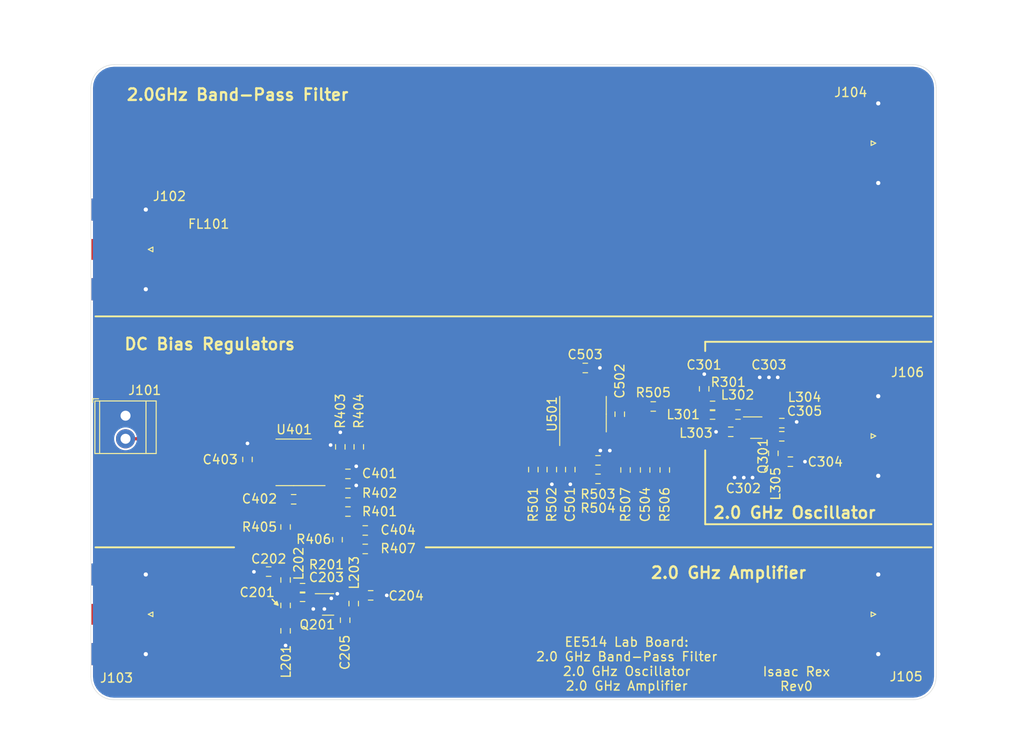
<source format=kicad_pcb>
(kicad_pcb (version 20171130) (host pcbnew "(5.1.6-0-10_14)")

  (general
    (thickness 1.6)
    (drawings 39)
    (tracks 227)
    (zones 0)
    (modules 54)
    (nets 34)
  )

  (page A4)
  (layers
    (0 F.Cu signal)
    (31 B.Cu signal)
    (32 B.Adhes user)
    (33 F.Adhes user)
    (34 B.Paste user)
    (35 F.Paste user)
    (36 B.SilkS user)
    (37 F.SilkS user)
    (38 B.Mask user)
    (39 F.Mask user)
    (40 Dwgs.User user)
    (41 Cmts.User user)
    (42 Eco1.User user)
    (43 Eco2.User user)
    (44 Edge.Cuts user)
    (45 Margin user)
    (46 B.CrtYd user)
    (47 F.CrtYd user)
    (48 B.Fab user)
    (49 F.Fab user)
  )

  (setup
    (last_trace_width 0.3048)
    (user_trace_width 0.2032)
    (user_trace_width 0.254)
    (user_trace_width 0.3048)
    (user_trace_width 0.3556)
    (user_trace_width 0.4064)
    (user_trace_width 0.6096)
    (user_trace_width 2.8702)
    (trace_clearance 0.2032)
    (zone_clearance 0.2032)
    (zone_45_only no)
    (trace_min 0.2)
    (via_size 0.8)
    (via_drill 0.4)
    (via_min_size 0.4)
    (via_min_drill 0.3)
    (uvia_size 0.3)
    (uvia_drill 0.1)
    (uvias_allowed no)
    (uvia_min_size 0.2)
    (uvia_min_drill 0.1)
    (edge_width 0.05)
    (segment_width 0.2)
    (pcb_text_width 0.3)
    (pcb_text_size 1.5 1.5)
    (mod_edge_width 0.12)
    (mod_text_size 1 1)
    (mod_text_width 0.15)
    (pad_size 2.7813 0.1524)
    (pad_drill 0)
    (pad_to_mask_clearance 0)
    (aux_axis_origin 0 0)
    (visible_elements 7FFFFFFF)
    (pcbplotparams
      (layerselection 0x010fc_ffffffff)
      (usegerberextensions false)
      (usegerberattributes true)
      (usegerberadvancedattributes true)
      (creategerberjobfile true)
      (excludeedgelayer true)
      (linewidth 0.100000)
      (plotframeref false)
      (viasonmask false)
      (mode 1)
      (useauxorigin false)
      (hpglpennumber 1)
      (hpglpenspeed 20)
      (hpglpendiameter 15.000000)
      (psnegative false)
      (psa4output false)
      (plotreference true)
      (plotvalue true)
      (plotinvisibletext false)
      (padsonsilk false)
      (subtractmaskfromsilk false)
      (outputformat 1)
      (mirror false)
      (drillshape 1)
      (scaleselection 1)
      (outputdirectory ""))
  )

  (net 0 "")
  (net 1 /Amplifier/RF_IN)
  (net 2 "Net-(C201-Pad1)")
  (net 3 GND)
  (net 4 /Amplifier/V_BIAS_BASE)
  (net 5 "Net-(C203-Pad1)")
  (net 6 /Amplifier/V_BIAS_COLLECTOR)
  (net 7 "Net-(C205-Pad2)")
  (net 8 /Amplifier/RF_OUT)
  (net 9 "/Bias Regulator (Oscillator)/V_BIAS_BASE")
  (net 10 "Net-(C302-Pad1)")
  (net 11 "Net-(C303-Pad1)")
  (net 12 "/Bias Regulator (Oscillator)/V_BIAS_COLLECTOR")
  (net 13 "Net-(C305-Pad2)")
  (net 14 /Oscillator/RF_OUT)
  (net 15 "/Bias Regulator (Amplifier)/VREF_1.2V")
  (net 16 "Net-(C402-Pad1)")
  (net 17 +5V)
  (net 18 "Net-(C404-Pad1)")
  (net 19 "/Bias Regulator (Oscillator)/VREF_1.2V")
  (net 20 "Net-(C502-Pad1)")
  (net 21 "Net-(C504-Pad1)")
  (net 22 "Net-(L301-Pad1)")
  (net 23 "Net-(L302-Pad1)")
  (net 24 "Net-(R403-Pad1)")
  (net 25 "Net-(R503-Pad1)")
  (net 26 "Net-(U401-Pad8)")
  (net 27 "Net-(U401-Pad5)")
  (net 28 "Net-(U401-Pad1)")
  (net 29 "Net-(U501-Pad8)")
  (net 30 "Net-(U501-Pad5)")
  (net 31 "Net-(U501-Pad1)")
  (net 32 /FILT_OUT)
  (net 33 /FILT_IN)

  (net_class Default "This is the default net class."
    (clearance 0.2032)
    (trace_width 0.3048)
    (via_dia 0.8)
    (via_drill 0.4)
    (uvia_dia 0.3)
    (uvia_drill 0.1)
    (add_net +5V)
    (add_net /Amplifier/RF_IN)
    (add_net /Amplifier/RF_OUT)
    (add_net /Amplifier/V_BIAS_BASE)
    (add_net /Amplifier/V_BIAS_COLLECTOR)
    (add_net "/Bias Regulator (Amplifier)/VREF_1.2V")
    (add_net "/Bias Regulator (Oscillator)/VREF_1.2V")
    (add_net "/Bias Regulator (Oscillator)/V_BIAS_BASE")
    (add_net "/Bias Regulator (Oscillator)/V_BIAS_COLLECTOR")
    (add_net /FILT_IN)
    (add_net /FILT_OUT)
    (add_net /Oscillator/RF_OUT)
    (add_net GND)
    (add_net "Net-(C201-Pad1)")
    (add_net "Net-(C203-Pad1)")
    (add_net "Net-(C205-Pad2)")
    (add_net "Net-(C302-Pad1)")
    (add_net "Net-(C303-Pad1)")
    (add_net "Net-(C305-Pad2)")
    (add_net "Net-(C402-Pad1)")
    (add_net "Net-(C404-Pad1)")
    (add_net "Net-(C502-Pad1)")
    (add_net "Net-(C504-Pad1)")
    (add_net "Net-(L301-Pad1)")
    (add_net "Net-(L302-Pad1)")
    (add_net "Net-(R403-Pad1)")
    (add_net "Net-(R503-Pad1)")
    (add_net "Net-(U401-Pad1)")
    (add_net "Net-(U401-Pad5)")
    (add_net "Net-(U401-Pad8)")
    (add_net "Net-(U501-Pad1)")
    (add_net "Net-(U501-Pad5)")
    (add_net "Net-(U501-Pad8)")
  )

  (module irex_Aesthetic:Logo_irex_5.0x5.5mm_Copper (layer F.Cu) (tedit 5F9E28E2) (tstamp 61987A81)
    (at 106.553 93.98)
    (fp_text reference G*** (at -0.19 -4.12) (layer F.SilkS) hide
      (effects (font (size 1.524 1.524) (thickness 0.3)))
    )
    (fp_text value IREX_LOGO (at 0.21 4.39) (layer F.SilkS) hide
      (effects (font (size 1.524 1.524) (thickness 0.3)))
    )
    (fp_poly (pts (xy 0.032401 -2.722668) (xy 0.283569 -2.635537) (xy 0.540446 -2.497555) (xy 0.800925 -2.309669)
      (xy 1.062894 -2.072827) (xy 1.324245 -1.787977) (xy 1.340993 -1.768023) (xy 1.429541 -1.660973)
      (xy 1.50329 -1.569898) (xy 1.555508 -1.503257) (xy 1.579464 -1.469508) (xy 1.580273 -1.467389)
      (xy 1.557459 -1.447573) (xy 1.501562 -1.418248) (xy 1.49413 -1.414905) (xy 1.42562 -1.367625)
      (xy 1.355135 -1.293771) (xy 1.331852 -1.26191) (xy 1.294943 -1.200538) (xy 1.272326 -1.141888)
      (xy 1.260586 -1.069277) (xy 1.256303 -0.96602) (xy 1.255889 -0.891061) (xy 1.257722 -0.762573)
      (xy 1.266284 -0.669416) (xy 1.28617 -0.590521) (xy 1.321972 -0.504813) (xy 1.354647 -0.438077)
      (xy 1.485754 -0.225471) (xy 1.64397 -0.051227) (xy 1.823162 0.080251) (xy 2.017194 0.164558)
      (xy 2.219931 0.197289) (xy 2.239918 0.197556) (xy 2.423109 0.197556) (xy 2.457771 0.359834)
      (xy 2.482415 0.527475) (xy 2.492862 0.718899) (xy 2.489419 0.91409) (xy 2.472391 1.093035)
      (xy 2.444532 1.227667) (xy 2.341511 1.477438) (xy 2.185969 1.711169) (xy 1.980151 1.926486)
      (xy 1.726301 2.121013) (xy 1.448608 2.281424) (xy 1.360095 2.321039) (xy 1.246261 2.365138)
      (xy 1.12249 2.40858) (xy 1.004164 2.446222) (xy 0.906667 2.472922) (xy 0.845383 2.483538)
      (xy 0.84389 2.483556) (xy 0.833371 2.457702) (xy 0.822279 2.389479) (xy 0.81281 2.292895)
      (xy 0.811809 2.278945) (xy 0.769618 2.018182) (xy 0.67788 1.769974) (xy 0.546463 1.544079)
      (xy 0.356809 1.310367) (xy 0.137033 1.123069) (xy -0.070555 1.000539) (xy -0.304825 0.906499)
      (xy -0.52187 0.86334) (xy -0.719698 0.870895) (xy -0.896311 0.928999) (xy -1.049715 1.037483)
      (xy -1.09651 1.086134) (xy -1.185787 1.187815) (xy -1.216666 1.108963) (xy -1.258663 0.982552)
      (xy -1.303752 0.81417) (xy -1.348903 0.617957) (xy -1.391085 0.408053) (xy -1.427267 0.198599)
      (xy -1.454418 0.003734) (xy -1.45545 -0.005076) (xy -1.474943 -0.22512) (xy -1.48111 -0.358927)
      (xy -1.043602 -0.358927) (xy -1.027132 -0.177418) (xy -0.979948 -0.023928) (xy -0.907279 0.096736)
      (xy -0.81435 0.179767) (xy -0.706389 0.22036) (xy -0.588621 0.213706) (xy -0.476896 0.162249)
      (xy -0.367726 0.058117) (xy -0.287678 -0.082806) (xy -0.239435 -0.247442) (xy -0.225677 -0.422712)
      (xy -0.249087 -0.59554) (xy -0.295614 -0.721726) (xy -0.381677 -0.849953) (xy -0.482138 -0.928887)
      (xy -0.590509 -0.961676) (xy -0.700303 -0.951467) (xy -0.805033 -0.901405) (xy -0.89821 -0.814638)
      (xy -0.973349 -0.694312) (xy -1.02396 -0.543574) (xy -1.043558 -0.36557) (xy -1.043602 -0.358927)
      (xy -1.48111 -0.358927) (xy -1.486083 -0.466807) (xy -1.489109 -0.716982) (xy -1.484259 -0.962489)
      (xy -1.471774 -1.190175) (xy -1.451892 -1.386882) (xy -1.427773 -1.526999) (xy -1.335549 -1.847121)
      (xy -1.214923 -2.121391) (xy -1.191707 -2.15698) (xy 0.116232 -2.15698) (xy 0.122141 -2.067799)
      (xy 0.173827 -1.969988) (xy 0.208845 -1.9304) (xy 0.299888 -1.864136) (xy 0.396956 -1.832939)
      (xy 0.484306 -1.839846) (xy 0.530578 -1.868311) (xy 0.555775 -1.924822) (xy 0.563382 -2.009769)
      (xy 0.552958 -2.097812) (xy 0.535386 -2.146452) (xy 0.49001 -2.197875) (xy 0.423898 -2.243374)
      (xy 0.309932 -2.280729) (xy 0.21645 -2.272647) (xy 0.149776 -2.22833) (xy 0.116232 -2.15698)
      (xy -1.191707 -2.15698) (xy -1.066638 -2.348695) (xy -0.891436 -2.527919) (xy -0.69006 -2.657949)
      (xy -0.665741 -2.669477) (xy -0.444363 -2.740586) (xy -0.210946 -2.758) (xy 0.032401 -2.722668)) (layer F.Cu) (width 0.01))
    (fp_poly (pts (xy -1.357232 1.192008) (xy -1.329687 1.257733) (xy -1.291965 1.348307) (xy -1.287935 1.358009)
      (xy -1.140885 1.659542) (xy -0.966468 1.92554) (xy -0.769187 2.150636) (xy -0.553545 2.329462)
      (xy -0.392691 2.424935) (xy -0.232472 2.4982) (xy -0.083532 2.548629) (xy 0.069907 2.579112)
      (xy 0.243625 2.59254) (xy 0.453398 2.591804) (xy 0.508 2.589951) (xy 0.675206 2.581497)
      (xy 0.805895 2.568575) (xy 0.919981 2.547867) (xy 1.037381 2.516054) (xy 1.128889 2.486512)
      (xy 1.462964 2.348533) (xy 1.763383 2.168359) (xy 2.039709 1.9401) (xy 2.080888 1.900145)
      (xy 2.181403 1.802746) (xy 2.24502 1.74678) (xy 2.272171 1.732851) (xy 2.263287 1.761565)
      (xy 2.2188 1.833525) (xy 2.139141 1.949337) (xy 2.127633 1.965652) (xy 1.94882 2.170448)
      (xy 1.723229 2.346514) (xy 1.453451 2.492478) (xy 1.142078 2.606968) (xy 0.791704 2.688611)
      (xy 0.747889 2.696018) (xy 0.625756 2.710237) (xy 0.462176 2.721345) (xy 0.272073 2.729071)
      (xy 0.070372 2.733141) (xy -0.128 2.733285) (xy -0.30812 2.729231) (xy -0.455061 2.720706)
      (xy -0.479778 2.718377) (xy -0.660427 2.697385) (xy -0.863752 2.669746) (xy -1.075616 2.637752)
      (xy -1.281882 2.603693) (xy -1.468413 2.56986) (xy -1.621072 2.538544) (xy -1.687832 2.522616)
      (xy -1.944611 2.442317) (xy -2.152363 2.347741) (xy -2.310021 2.240433) (xy -2.416518 2.121938)
      (xy -2.470787 1.993801) (xy -2.471761 1.857566) (xy -2.418374 1.714778) (xy -2.331077 1.5913)
      (xy -2.195621 1.470396) (xy -2.009141 1.362699) (xy -1.775985 1.270475) (xy -1.635755 1.228854)
      (xy -1.523017 1.19939) (xy -1.433627 1.177368) (xy -1.379497 1.165648) (xy -1.368882 1.16478)
      (xy -1.357232 1.192008)) (layer F.Cu) (width 0.01))
  )

  (module "EE514 Board:C_1pF_Interdigital" (layer F.Cu) (tedit 61979C26) (tstamp 61983999)
    (at 169.56532 96.5327 180)
    (descr "1 pF interdigital capacitor (Advanced Circuits FR4)")
    (path /619CBABE/619D33FC)
    (fp_text reference C303 (at 0 5.8547) (layer F.SilkS)
      (effects (font (size 1 1) (thickness 0.15)))
    )
    (fp_text value 1pF (at 0.1016 5.842) (layer F.Fab)
      (effects (font (size 1 1) (thickness 0.15)))
    )
    (pad 2 smd custom (at 0 4.2037 180) (size 2.7813 0.1524) (layers F.Cu F.Mask)
      (net 3 GND) (zone_connect 0)
      (options (clearance outline) (anchor rect))
      (primitives
        (gr_poly (pts
           (xy -1.39065 -0.6858) (xy -1.39065 -3.3782) (xy -1.23825 -3.3782) (xy -1.23825 -0.6858)) (width 0))
        (gr_poly (pts
           (xy -0.80645 -0.6858) (xy -0.80645 -3.3782) (xy -0.65405 -3.3782) (xy -0.65405 -0.6858)) (width 0))
        (gr_poly (pts
           (xy -0.22225 -0.6858) (xy -0.22225 -3.3782) (xy -0.06985 -3.3782) (xy -0.06985 -0.6858)) (width 0))
        (gr_poly (pts
           (xy 0.36195 -0.6858) (xy 0.36195 -3.3782) (xy 0.51435 -3.3782) (xy 0.51435 -0.6858)) (width 0))
        (gr_poly (pts
           (xy 0.94615 -0.6858) (xy 0.94615 -3.3782) (xy 1.09855 -3.3782) (xy 1.09855 -0.6858)) (width 0))
        (gr_poly (pts
           (xy -1.39065 -0.6858) (xy -1.39065 0.0762) (xy 1.39065 0.0762) (xy 1.39065 -0.6858)) (width 0))
      ))
    (pad 1 smd custom (at 0 0) (size 2.7813 0.1524) (layers F.Cu F.Mask)
      (net 11 "Net-(C303-Pad1)") (zone_connect 0)
      (options (clearance outline) (anchor rect))
      (primitives
        (gr_poly (pts
           (xy -1.39065 -0.6858) (xy -1.39065 -3.3782) (xy -1.23825 -3.3782) (xy -1.23825 -0.6858)) (width 0))
        (gr_poly (pts
           (xy -0.80645 -0.6858) (xy -0.80645 -3.3782) (xy -0.65405 -3.3782) (xy -0.65405 -0.6858)) (width 0))
        (gr_poly (pts
           (xy -0.22225 -0.6858) (xy -0.22225 -3.3782) (xy -0.06985 -3.3782) (xy -0.06985 -0.6858)) (width 0))
        (gr_poly (pts
           (xy 0.36195 -0.6858) (xy 0.36195 -3.3782) (xy 0.51435 -3.3782) (xy 0.51435 -0.6858)) (width 0))
        (gr_poly (pts
           (xy 0.94615 -0.6858) (xy 0.94615 -3.3782) (xy 1.09855 -3.3782) (xy 1.09855 -0.6858)) (width 0))
        (gr_poly (pts
           (xy -1.39065 -0.6858) (xy -1.39065 0.0762) (xy 1.39065 0.0762) (xy 1.39065 -0.6858)) (width 0))
      ))
  )

  (module "EE514 Board:C_1pF_Interdigital" (layer F.Cu) (tedit 61979C26) (tstamp 619839A8)
    (at 166.77386 98.58248)
    (descr "1 pF interdigital capacitor (Advanced Circuits FR4)")
    (path /619CBABE/619D53B8)
    (fp_text reference C302 (at -0.02286 5.68452) (layer F.SilkS)
      (effects (font (size 1 1) (thickness 0.15)))
    )
    (fp_text value 1pF (at 0.1016 5.842) (layer F.Fab)
      (effects (font (size 1 1) (thickness 0.15)))
    )
    (pad 2 smd custom (at 0 4.2037) (size 2.7813 0.1524) (layers F.Cu F.Mask)
      (net 3 GND) (zone_connect 0)
      (options (clearance outline) (anchor rect))
      (primitives
        (gr_poly (pts
           (xy -1.39065 -0.6858) (xy -1.39065 -3.3782) (xy -1.23825 -3.3782) (xy -1.23825 -0.6858)) (width 0))
        (gr_poly (pts
           (xy -0.80645 -0.6858) (xy -0.80645 -3.3782) (xy -0.65405 -3.3782) (xy -0.65405 -0.6858)) (width 0))
        (gr_poly (pts
           (xy -0.22225 -0.6858) (xy -0.22225 -3.3782) (xy -0.06985 -3.3782) (xy -0.06985 -0.6858)) (width 0))
        (gr_poly (pts
           (xy 0.36195 -0.6858) (xy 0.36195 -3.3782) (xy 0.51435 -3.3782) (xy 0.51435 -0.6858)) (width 0))
        (gr_poly (pts
           (xy 0.94615 -0.6858) (xy 0.94615 -3.3782) (xy 1.09855 -3.3782) (xy 1.09855 -0.6858)) (width 0))
        (gr_poly (pts
           (xy -1.39065 -0.6858) (xy -1.39065 0.0762) (xy 1.39065 0.0762) (xy 1.39065 -0.6858)) (width 0))
      ))
    (pad 1 smd custom (at 0 0 180) (size 2.7813 0.1524) (layers F.Cu F.Mask)
      (net 10 "Net-(C302-Pad1)") (zone_connect 0)
      (options (clearance outline) (anchor rect))
      (primitives
        (gr_poly (pts
           (xy -1.39065 -0.6858) (xy -1.39065 -3.3782) (xy -1.23825 -3.3782) (xy -1.23825 -0.6858)) (width 0))
        (gr_poly (pts
           (xy -0.80645 -0.6858) (xy -0.80645 -3.3782) (xy -0.65405 -3.3782) (xy -0.65405 -0.6858)) (width 0))
        (gr_poly (pts
           (xy -0.22225 -0.6858) (xy -0.22225 -3.3782) (xy -0.06985 -3.3782) (xy -0.06985 -0.6858)) (width 0))
        (gr_poly (pts
           (xy 0.36195 -0.6858) (xy 0.36195 -3.3782) (xy 0.51435 -3.3782) (xy 0.51435 -0.6858)) (width 0))
        (gr_poly (pts
           (xy 0.94615 -0.6858) (xy 0.94615 -3.3782) (xy 1.09855 -3.3782) (xy 1.09855 -0.6858)) (width 0))
        (gr_poly (pts
           (xy -1.39065 -0.6858) (xy -1.39065 0.0762) (xy 1.39065 0.0762) (xy 1.39065 -0.6858)) (width 0))
      ))
  )

  (module "EE514 Board:Filter_2.0GHz_Bandpass_Edge-Coupled" (layer F.Cu) (tedit 619752CF) (tstamp 6197AD79)
    (at 111.252 77.978)
    (descr "2.0GHz center frequency, 6% bandwidth, edge-coupled filter (Advanced Circuits FR4)")
    (path /61A0E4A6)
    (fp_text reference FL101 (at -3.302 -2.794) (layer F.SilkS)
      (effects (font (size 1 1) (thickness 0.15)))
    )
    (fp_text value BPF-2 (at 14.5288 2.5654) (layer F.Fab)
      (effects (font (size 1 1) (thickness 0.15)))
    )
    (fp_poly (pts (xy 61.595 1.72212) (xy -0.508 1.72212) (xy -0.508 -13.51788) (xy 61.595 -13.51788)) (layer F.Mask) (width 0.1))
    (pad 2 smd rect (at 50.8 -11.79576) (size 20.574 2.42824) (layers F.Cu F.Paste F.Mask)
      (net 32 /FILT_OUT))
    (pad 1 smd rect (at 10.287 0) (size 20.574 2.42824) (layers F.Cu F.Paste F.Mask)
      (net 33 /FILT_IN))
    (pad ~ smd rect (at 10.287 -3.04165) (size 20.574 2.42824) (layers F.Cu F.Paste F.Mask))
    (pad ~ smd rect (at 30.5435 -3.04165) (size 19.939 2.82956) (layers F.Cu F.Paste F.Mask))
    (pad ~ smd rect (at 30.5435 -8.75411) (size 19.939 2.82956) (layers F.Cu F.Paste F.Mask))
    (pad ~ smd rect (at 50.8 -8.75411) (size 20.574 2.42824) (layers F.Cu F.Paste F.Mask))
  )

  (module Package_SO:SOIC-8_3.9x4.9mm_P1.27mm (layer F.Cu) (tedit 5D9F72B1) (tstamp 61983599)
    (at 149.11832 96.09836 90)
    (descr "SOIC, 8 Pin (JEDEC MS-012AA, https://www.analog.com/media/en/package-pcb-resources/package/pkg_pdf/soic_narrow-r/r_8.pdf), generated with kicad-footprint-generator ipc_gullwing_generator.py")
    (tags "SOIC SO")
    (path /619AD1F4/61A21669)
    (attr smd)
    (fp_text reference U501 (at 0 -3.4 90) (layer F.SilkS)
      (effects (font (size 1 1) (thickness 0.15)))
    )
    (fp_text value TLC2201 (at 0 3.4 90) (layer F.Fab)
      (effects (font (size 1 1) (thickness 0.15)))
    )
    (fp_line (start 0 2.56) (end 1.95 2.56) (layer F.SilkS) (width 0.12))
    (fp_line (start 0 2.56) (end -1.95 2.56) (layer F.SilkS) (width 0.12))
    (fp_line (start 0 -2.56) (end 1.95 -2.56) (layer F.SilkS) (width 0.12))
    (fp_line (start 0 -2.56) (end -3.45 -2.56) (layer F.SilkS) (width 0.12))
    (fp_line (start -0.975 -2.45) (end 1.95 -2.45) (layer F.Fab) (width 0.1))
    (fp_line (start 1.95 -2.45) (end 1.95 2.45) (layer F.Fab) (width 0.1))
    (fp_line (start 1.95 2.45) (end -1.95 2.45) (layer F.Fab) (width 0.1))
    (fp_line (start -1.95 2.45) (end -1.95 -1.475) (layer F.Fab) (width 0.1))
    (fp_line (start -1.95 -1.475) (end -0.975 -2.45) (layer F.Fab) (width 0.1))
    (fp_line (start -3.7 -2.7) (end -3.7 2.7) (layer F.CrtYd) (width 0.05))
    (fp_line (start -3.7 2.7) (end 3.7 2.7) (layer F.CrtYd) (width 0.05))
    (fp_line (start 3.7 2.7) (end 3.7 -2.7) (layer F.CrtYd) (width 0.05))
    (fp_line (start 3.7 -2.7) (end -3.7 -2.7) (layer F.CrtYd) (width 0.05))
    (fp_text user %R (at 0 0 90) (layer F.Fab)
      (effects (font (size 0.98 0.98) (thickness 0.15)))
    )
    (pad 8 smd roundrect (at 2.475 -1.905 90) (size 1.95 0.6) (layers F.Cu F.Paste F.Mask) (roundrect_rratio 0.25)
      (net 29 "Net-(U501-Pad8)"))
    (pad 7 smd roundrect (at 2.475 -0.635 90) (size 1.95 0.6) (layers F.Cu F.Paste F.Mask) (roundrect_rratio 0.25)
      (net 17 +5V))
    (pad 6 smd roundrect (at 2.475 0.635 90) (size 1.95 0.6) (layers F.Cu F.Paste F.Mask) (roundrect_rratio 0.25)
      (net 20 "Net-(C502-Pad1)"))
    (pad 5 smd roundrect (at 2.475 1.905 90) (size 1.95 0.6) (layers F.Cu F.Paste F.Mask) (roundrect_rratio 0.25)
      (net 30 "Net-(U501-Pad5)"))
    (pad 4 smd roundrect (at -2.475 1.905 90) (size 1.95 0.6) (layers F.Cu F.Paste F.Mask) (roundrect_rratio 0.25)
      (net 3 GND))
    (pad 3 smd roundrect (at -2.475 0.635 90) (size 1.95 0.6) (layers F.Cu F.Paste F.Mask) (roundrect_rratio 0.25)
      (net 25 "Net-(R503-Pad1)"))
    (pad 2 smd roundrect (at -2.475 -0.635 90) (size 1.95 0.6) (layers F.Cu F.Paste F.Mask) (roundrect_rratio 0.25)
      (net 19 "/Bias Regulator (Oscillator)/VREF_1.2V"))
    (pad 1 smd roundrect (at -2.475 -1.905 90) (size 1.95 0.6) (layers F.Cu F.Paste F.Mask) (roundrect_rratio 0.25)
      (net 31 "Net-(U501-Pad1)"))
    (model ${KISYS3DMOD}/Package_SO.3dshapes/SOIC-8_3.9x4.9mm_P1.27mm.wrl
      (at (xyz 0 0 0))
      (scale (xyz 1 1 1))
      (rotate (xyz 0 0 0))
    )
  )

  (module Package_SO:SOIC-8_3.9x4.9mm_P1.27mm (layer F.Cu) (tedit 5D9F72B1) (tstamp 61983F0C)
    (at 117.2972 101.3968 180)
    (descr "SOIC, 8 Pin (JEDEC MS-012AA, https://www.analog.com/media/en/package-pcb-resources/package/pkg_pdf/soic_narrow-r/r_8.pdf), generated with kicad-footprint-generator ipc_gullwing_generator.py")
    (tags "SOIC SO")
    (path /619AB779/61A21669)
    (attr smd)
    (fp_text reference U401 (at -0.0508 3.6068) (layer F.SilkS)
      (effects (font (size 1 1) (thickness 0.15)))
    )
    (fp_text value TLC2201 (at 0 3.4) (layer F.Fab)
      (effects (font (size 1 1) (thickness 0.15)))
    )
    (fp_line (start 0 2.56) (end 1.95 2.56) (layer F.SilkS) (width 0.12))
    (fp_line (start 0 2.56) (end -1.95 2.56) (layer F.SilkS) (width 0.12))
    (fp_line (start 0 -2.56) (end 1.95 -2.56) (layer F.SilkS) (width 0.12))
    (fp_line (start 0 -2.56) (end -3.45 -2.56) (layer F.SilkS) (width 0.12))
    (fp_line (start -0.975 -2.45) (end 1.95 -2.45) (layer F.Fab) (width 0.1))
    (fp_line (start 1.95 -2.45) (end 1.95 2.45) (layer F.Fab) (width 0.1))
    (fp_line (start 1.95 2.45) (end -1.95 2.45) (layer F.Fab) (width 0.1))
    (fp_line (start -1.95 2.45) (end -1.95 -1.475) (layer F.Fab) (width 0.1))
    (fp_line (start -1.95 -1.475) (end -0.975 -2.45) (layer F.Fab) (width 0.1))
    (fp_line (start -3.7 -2.7) (end -3.7 2.7) (layer F.CrtYd) (width 0.05))
    (fp_line (start -3.7 2.7) (end 3.7 2.7) (layer F.CrtYd) (width 0.05))
    (fp_line (start 3.7 2.7) (end 3.7 -2.7) (layer F.CrtYd) (width 0.05))
    (fp_line (start 3.7 -2.7) (end -3.7 -2.7) (layer F.CrtYd) (width 0.05))
    (fp_text user %R (at 0 0) (layer F.Fab)
      (effects (font (size 0.98 0.98) (thickness 0.15)))
    )
    (pad 8 smd roundrect (at 2.475 -1.905 180) (size 1.95 0.6) (layers F.Cu F.Paste F.Mask) (roundrect_rratio 0.25)
      (net 26 "Net-(U401-Pad8)"))
    (pad 7 smd roundrect (at 2.475 -0.635 180) (size 1.95 0.6) (layers F.Cu F.Paste F.Mask) (roundrect_rratio 0.25)
      (net 17 +5V))
    (pad 6 smd roundrect (at 2.475 0.635 180) (size 1.95 0.6) (layers F.Cu F.Paste F.Mask) (roundrect_rratio 0.25)
      (net 16 "Net-(C402-Pad1)"))
    (pad 5 smd roundrect (at 2.475 1.905 180) (size 1.95 0.6) (layers F.Cu F.Paste F.Mask) (roundrect_rratio 0.25)
      (net 27 "Net-(U401-Pad5)"))
    (pad 4 smd roundrect (at -2.475 1.905 180) (size 1.95 0.6) (layers F.Cu F.Paste F.Mask) (roundrect_rratio 0.25)
      (net 3 GND))
    (pad 3 smd roundrect (at -2.475 0.635 180) (size 1.95 0.6) (layers F.Cu F.Paste F.Mask) (roundrect_rratio 0.25)
      (net 24 "Net-(R403-Pad1)"))
    (pad 2 smd roundrect (at -2.475 -0.635 180) (size 1.95 0.6) (layers F.Cu F.Paste F.Mask) (roundrect_rratio 0.25)
      (net 15 "/Bias Regulator (Amplifier)/VREF_1.2V"))
    (pad 1 smd roundrect (at -2.475 -1.905 180) (size 1.95 0.6) (layers F.Cu F.Paste F.Mask) (roundrect_rratio 0.25)
      (net 28 "Net-(U401-Pad1)"))
    (model ${KISYS3DMOD}/Package_SO.3dshapes/SOIC-8_3.9x4.9mm_P1.27mm.wrl
      (at (xyz 0 0 0))
      (scale (xyz 1 1 1))
      (rotate (xyz 0 0 0))
    )
  )

  (module "EE514 Board:R_0603_1608Metric_Pad0.98x0.95mm_HandSolder" (layer F.Cu) (tedit 619400D6) (tstamp 619835DB)
    (at 153.797 102.235 270)
    (descr "Resistor SMD 0603 (1608 Metric), square (rectangular) end terminal, IPC_7351 nominal with elongated pad for handsoldering. (Body size source: IPC-SM-782 page 72, https://www.pcb-3d.com/wordpress/wp-content/uploads/ipc-sm-782a_amendment_1_and_2.pdf), generated with kicad-footprint-generator")
    (tags "resistor handsolder")
    (path /619AD1F4/61A2BC56)
    (attr smd)
    (fp_text reference R507 (at 3.81 0 90) (layer F.SilkS)
      (effects (font (size 1 1) (thickness 0.15)))
    )
    (fp_text value 18 (at 0 1.43 90) (layer F.Fab)
      (effects (font (size 1 1) (thickness 0.15)))
    )
    (fp_line (start -0.8 0.4125) (end -0.8 -0.4125) (layer F.Fab) (width 0.1))
    (fp_line (start -0.8 -0.4125) (end 0.8 -0.4125) (layer F.Fab) (width 0.1))
    (fp_line (start 0.8 -0.4125) (end 0.8 0.4125) (layer F.Fab) (width 0.1))
    (fp_line (start 0.8 0.4125) (end -0.8 0.4125) (layer F.Fab) (width 0.1))
    (fp_line (start -0.254724 -0.5225) (end 0.254724 -0.5225) (layer F.SilkS) (width 0.12))
    (fp_line (start -0.254724 0.5225) (end 0.254724 0.5225) (layer F.SilkS) (width 0.12))
    (fp_line (start -1.65 0.73) (end -1.65 -0.73) (layer F.CrtYd) (width 0.05))
    (fp_line (start -1.65 -0.73) (end 1.65 -0.73) (layer F.CrtYd) (width 0.05))
    (fp_line (start 1.65 -0.73) (end 1.65 0.73) (layer F.CrtYd) (width 0.05))
    (fp_line (start 1.65 0.73) (end -1.65 0.73) (layer F.CrtYd) (width 0.05))
    (fp_text user %R (at 0 0 90) (layer F.Fab)
      (effects (font (size 0.4 0.4) (thickness 0.06)))
    )
    (pad 1 smd rect (at -0.9125 0 270) (size 0.975 0.95) (layers F.Cu F.Paste F.Mask)
      (net 21 "Net-(C504-Pad1)"))
    (pad 2 smd rect (at 0.9125 0 270) (size 0.975 0.95) (layers F.Cu F.Paste F.Mask)
      (net 12 "/Bias Regulator (Oscillator)/V_BIAS_COLLECTOR"))
    (model ${KISYS3DMOD}/Resistor_SMD.3dshapes/R_0603_1608Metric.wrl
      (at (xyz 0 0 0))
      (scale (xyz 1 1 1))
      (rotate (xyz 0 0 0))
    )
  )

  (module "EE514 Board:R_0603_1608Metric_Pad0.98x0.95mm_HandSolder" (layer F.Cu) (tedit 619400D6) (tstamp 6198360B)
    (at 158.115 102.235 90)
    (descr "Resistor SMD 0603 (1608 Metric), square (rectangular) end terminal, IPC_7351 nominal with elongated pad for handsoldering. (Body size source: IPC-SM-782 page 72, https://www.pcb-3d.com/wordpress/wp-content/uploads/ipc-sm-782a_amendment_1_and_2.pdf), generated with kicad-footprint-generator")
    (tags "resistor handsolder")
    (path /619AD1F4/61A2B558)
    (attr smd)
    (fp_text reference R506 (at -3.81 0 90) (layer F.SilkS)
      (effects (font (size 1 1) (thickness 0.15)))
    )
    (fp_text value 75 (at 0 1.43 90) (layer F.Fab)
      (effects (font (size 1 1) (thickness 0.15)))
    )
    (fp_line (start -0.8 0.4125) (end -0.8 -0.4125) (layer F.Fab) (width 0.1))
    (fp_line (start -0.8 -0.4125) (end 0.8 -0.4125) (layer F.Fab) (width 0.1))
    (fp_line (start 0.8 -0.4125) (end 0.8 0.4125) (layer F.Fab) (width 0.1))
    (fp_line (start 0.8 0.4125) (end -0.8 0.4125) (layer F.Fab) (width 0.1))
    (fp_line (start -0.254724 -0.5225) (end 0.254724 -0.5225) (layer F.SilkS) (width 0.12))
    (fp_line (start -0.254724 0.5225) (end 0.254724 0.5225) (layer F.SilkS) (width 0.12))
    (fp_line (start -1.65 0.73) (end -1.65 -0.73) (layer F.CrtYd) (width 0.05))
    (fp_line (start -1.65 -0.73) (end 1.65 -0.73) (layer F.CrtYd) (width 0.05))
    (fp_line (start 1.65 -0.73) (end 1.65 0.73) (layer F.CrtYd) (width 0.05))
    (fp_line (start 1.65 0.73) (end -1.65 0.73) (layer F.CrtYd) (width 0.05))
    (fp_text user %R (at 0 0 90) (layer F.Fab)
      (effects (font (size 0.4 0.4) (thickness 0.06)))
    )
    (pad 1 smd rect (at -0.9125 0 90) (size 0.975 0.95) (layers F.Cu F.Paste F.Mask)
      (net 17 +5V))
    (pad 2 smd rect (at 0.9125 0 90) (size 0.975 0.95) (layers F.Cu F.Paste F.Mask)
      (net 12 "/Bias Regulator (Oscillator)/V_BIAS_COLLECTOR"))
    (model ${KISYS3DMOD}/Resistor_SMD.3dshapes/R_0603_1608Metric.wrl
      (at (xyz 0 0 0))
      (scale (xyz 1 1 1))
      (rotate (xyz 0 0 0))
    )
  )

  (module "EE514 Board:R_0603_1608Metric_Pad0.98x0.95mm_HandSolder" (layer F.Cu) (tedit 619400D6) (tstamp 61983674)
    (at 156.845 95.25 180)
    (descr "Resistor SMD 0603 (1608 Metric), square (rectangular) end terminal, IPC_7351 nominal with elongated pad for handsoldering. (Body size source: IPC-SM-782 page 72, https://www.pcb-3d.com/wordpress/wp-content/uploads/ipc-sm-782a_amendment_1_and_2.pdf), generated with kicad-footprint-generator")
    (tags "resistor handsolder")
    (path /619AD1F4/61A2648E)
    (attr smd)
    (fp_text reference R505 (at 0 1.524) (layer F.SilkS)
      (effects (font (size 1 1) (thickness 0.15)))
    )
    (fp_text value 3.3k (at 0 1.43) (layer F.Fab)
      (effects (font (size 1 1) (thickness 0.15)))
    )
    (fp_line (start -0.8 0.4125) (end -0.8 -0.4125) (layer F.Fab) (width 0.1))
    (fp_line (start -0.8 -0.4125) (end 0.8 -0.4125) (layer F.Fab) (width 0.1))
    (fp_line (start 0.8 -0.4125) (end 0.8 0.4125) (layer F.Fab) (width 0.1))
    (fp_line (start 0.8 0.4125) (end -0.8 0.4125) (layer F.Fab) (width 0.1))
    (fp_line (start -0.254724 -0.5225) (end 0.254724 -0.5225) (layer F.SilkS) (width 0.12))
    (fp_line (start -0.254724 0.5225) (end 0.254724 0.5225) (layer F.SilkS) (width 0.12))
    (fp_line (start -1.65 0.73) (end -1.65 -0.73) (layer F.CrtYd) (width 0.05))
    (fp_line (start -1.65 -0.73) (end 1.65 -0.73) (layer F.CrtYd) (width 0.05))
    (fp_line (start 1.65 -0.73) (end 1.65 0.73) (layer F.CrtYd) (width 0.05))
    (fp_line (start 1.65 0.73) (end -1.65 0.73) (layer F.CrtYd) (width 0.05))
    (fp_text user %R (at 0 0) (layer F.Fab)
      (effects (font (size 0.4 0.4) (thickness 0.06)))
    )
    (pad 1 smd rect (at -0.9125 0 180) (size 0.975 0.95) (layers F.Cu F.Paste F.Mask)
      (net 9 "/Bias Regulator (Oscillator)/V_BIAS_BASE"))
    (pad 2 smd rect (at 0.9125 0 180) (size 0.975 0.95) (layers F.Cu F.Paste F.Mask)
      (net 20 "Net-(C502-Pad1)"))
    (model ${KISYS3DMOD}/Resistor_SMD.3dshapes/R_0603_1608Metric.wrl
      (at (xyz 0 0 0))
      (scale (xyz 1 1 1))
      (rotate (xyz 0 0 0))
    )
  )

  (module "EE514 Board:R_0603_1608Metric_Pad0.98x0.95mm_HandSolder" (layer F.Cu) (tedit 619400D6) (tstamp 61983734)
    (at 150.76932 103.21036 180)
    (descr "Resistor SMD 0603 (1608 Metric), square (rectangular) end terminal, IPC_7351 nominal with elongated pad for handsoldering. (Body size source: IPC-SM-782 page 72, https://www.pcb-3d.com/wordpress/wp-content/uploads/ipc-sm-782a_amendment_1_and_2.pdf), generated with kicad-footprint-generator")
    (tags "resistor handsolder")
    (path /619AD1F4/61A28B6F)
    (attr smd)
    (fp_text reference R504 (at 0 -3.21564) (layer F.SilkS)
      (effects (font (size 1 1) (thickness 0.15)))
    )
    (fp_text value 7.4k (at 0 1.43) (layer F.Fab)
      (effects (font (size 1 1) (thickness 0.15)))
    )
    (fp_line (start -0.8 0.4125) (end -0.8 -0.4125) (layer F.Fab) (width 0.1))
    (fp_line (start -0.8 -0.4125) (end 0.8 -0.4125) (layer F.Fab) (width 0.1))
    (fp_line (start 0.8 -0.4125) (end 0.8 0.4125) (layer F.Fab) (width 0.1))
    (fp_line (start 0.8 0.4125) (end -0.8 0.4125) (layer F.Fab) (width 0.1))
    (fp_line (start -0.254724 -0.5225) (end 0.254724 -0.5225) (layer F.SilkS) (width 0.12))
    (fp_line (start -0.254724 0.5225) (end 0.254724 0.5225) (layer F.SilkS) (width 0.12))
    (fp_line (start -1.65 0.73) (end -1.65 -0.73) (layer F.CrtYd) (width 0.05))
    (fp_line (start -1.65 -0.73) (end 1.65 -0.73) (layer F.CrtYd) (width 0.05))
    (fp_line (start 1.65 -0.73) (end 1.65 0.73) (layer F.CrtYd) (width 0.05))
    (fp_line (start 1.65 0.73) (end -1.65 0.73) (layer F.CrtYd) (width 0.05))
    (fp_text user %R (at 0 0) (layer F.Fab)
      (effects (font (size 0.4 0.4) (thickness 0.06)))
    )
    (pad 1 smd rect (at -0.9125 0 180) (size 0.975 0.95) (layers F.Cu F.Paste F.Mask)
      (net 12 "/Bias Regulator (Oscillator)/V_BIAS_COLLECTOR"))
    (pad 2 smd rect (at 0.9125 0 180) (size 0.975 0.95) (layers F.Cu F.Paste F.Mask)
      (net 25 "Net-(R503-Pad1)"))
    (model ${KISYS3DMOD}/Resistor_SMD.3dshapes/R_0603_1608Metric.wrl
      (at (xyz 0 0 0))
      (scale (xyz 1 1 1))
      (rotate (xyz 0 0 0))
    )
  )

  (module "EE514 Board:R_0603_1608Metric_Pad0.98x0.95mm_HandSolder" (layer F.Cu) (tedit 619400D6) (tstamp 61983764)
    (at 150.76932 101.17836)
    (descr "Resistor SMD 0603 (1608 Metric), square (rectangular) end terminal, IPC_7351 nominal with elongated pad for handsoldering. (Body size source: IPC-SM-782 page 72, https://www.pcb-3d.com/wordpress/wp-content/uploads/ipc-sm-782a_amendment_1_and_2.pdf), generated with kicad-footprint-generator")
    (tags "resistor handsolder")
    (path /619AD1F4/61A28533)
    (attr smd)
    (fp_text reference R503 (at 0 3.72364) (layer F.SilkS)
      (effects (font (size 1 1) (thickness 0.15)))
    )
    (fp_text value 11k (at 0 1.43) (layer F.Fab)
      (effects (font (size 1 1) (thickness 0.15)))
    )
    (fp_line (start -0.8 0.4125) (end -0.8 -0.4125) (layer F.Fab) (width 0.1))
    (fp_line (start -0.8 -0.4125) (end 0.8 -0.4125) (layer F.Fab) (width 0.1))
    (fp_line (start 0.8 -0.4125) (end 0.8 0.4125) (layer F.Fab) (width 0.1))
    (fp_line (start 0.8 0.4125) (end -0.8 0.4125) (layer F.Fab) (width 0.1))
    (fp_line (start -0.254724 -0.5225) (end 0.254724 -0.5225) (layer F.SilkS) (width 0.12))
    (fp_line (start -0.254724 0.5225) (end 0.254724 0.5225) (layer F.SilkS) (width 0.12))
    (fp_line (start -1.65 0.73) (end -1.65 -0.73) (layer F.CrtYd) (width 0.05))
    (fp_line (start -1.65 -0.73) (end 1.65 -0.73) (layer F.CrtYd) (width 0.05))
    (fp_line (start 1.65 -0.73) (end 1.65 0.73) (layer F.CrtYd) (width 0.05))
    (fp_line (start 1.65 0.73) (end -1.65 0.73) (layer F.CrtYd) (width 0.05))
    (fp_text user %R (at 0 0) (layer F.Fab)
      (effects (font (size 0.4 0.4) (thickness 0.06)))
    )
    (pad 1 smd rect (at -0.9125 0) (size 0.975 0.95) (layers F.Cu F.Paste F.Mask)
      (net 25 "Net-(R503-Pad1)"))
    (pad 2 smd rect (at 0.9125 0) (size 0.975 0.95) (layers F.Cu F.Paste F.Mask)
      (net 3 GND))
    (model ${KISYS3DMOD}/Resistor_SMD.3dshapes/R_0603_1608Metric.wrl
      (at (xyz 0 0 0))
      (scale (xyz 1 1 1))
      (rotate (xyz 0 0 0))
    )
  )

  (module "EE514 Board:R_0603_1608Metric_Pad0.98x0.95mm_HandSolder" (layer F.Cu) (tedit 619400D6) (tstamp 61983794)
    (at 145.68932 102.19436 270)
    (descr "Resistor SMD 0603 (1608 Metric), square (rectangular) end terminal, IPC_7351 nominal with elongated pad for handsoldering. (Body size source: IPC-SM-782 page 72, https://www.pcb-3d.com/wordpress/wp-content/uploads/ipc-sm-782a_amendment_1_and_2.pdf), generated with kicad-footprint-generator")
    (tags "resistor handsolder")
    (path /619AD1F4/61A245C9)
    (attr smd)
    (fp_text reference R502 (at 3.85064 0.02032 90) (layer F.SilkS)
      (effects (font (size 1 1) (thickness 0.15)))
    )
    (fp_text value 470 (at 0 1.43 90) (layer F.Fab)
      (effects (font (size 1 1) (thickness 0.15)))
    )
    (fp_line (start -0.8 0.4125) (end -0.8 -0.4125) (layer F.Fab) (width 0.1))
    (fp_line (start -0.8 -0.4125) (end 0.8 -0.4125) (layer F.Fab) (width 0.1))
    (fp_line (start 0.8 -0.4125) (end 0.8 0.4125) (layer F.Fab) (width 0.1))
    (fp_line (start 0.8 0.4125) (end -0.8 0.4125) (layer F.Fab) (width 0.1))
    (fp_line (start -0.254724 -0.5225) (end 0.254724 -0.5225) (layer F.SilkS) (width 0.12))
    (fp_line (start -0.254724 0.5225) (end 0.254724 0.5225) (layer F.SilkS) (width 0.12))
    (fp_line (start -1.65 0.73) (end -1.65 -0.73) (layer F.CrtYd) (width 0.05))
    (fp_line (start -1.65 -0.73) (end 1.65 -0.73) (layer F.CrtYd) (width 0.05))
    (fp_line (start 1.65 -0.73) (end 1.65 0.73) (layer F.CrtYd) (width 0.05))
    (fp_line (start 1.65 0.73) (end -1.65 0.73) (layer F.CrtYd) (width 0.05))
    (fp_text user %R (at 0 0 90) (layer F.Fab)
      (effects (font (size 0.4 0.4) (thickness 0.06)))
    )
    (pad 1 smd rect (at -0.9125 0 270) (size 0.975 0.95) (layers F.Cu F.Paste F.Mask)
      (net 19 "/Bias Regulator (Oscillator)/VREF_1.2V"))
    (pad 2 smd rect (at 0.9125 0 270) (size 0.975 0.95) (layers F.Cu F.Paste F.Mask)
      (net 3 GND))
    (model ${KISYS3DMOD}/Resistor_SMD.3dshapes/R_0603_1608Metric.wrl
      (at (xyz 0 0 0))
      (scale (xyz 1 1 1))
      (rotate (xyz 0 0 0))
    )
  )

  (module "EE514 Board:R_0603_1608Metric_Pad0.98x0.95mm_HandSolder" (layer F.Cu) (tedit 619400D6) (tstamp 619837C4)
    (at 143.65732 102.19436 90)
    (descr "Resistor SMD 0603 (1608 Metric), square (rectangular) end terminal, IPC_7351 nominal with elongated pad for handsoldering. (Body size source: IPC-SM-782 page 72, https://www.pcb-3d.com/wordpress/wp-content/uploads/ipc-sm-782a_amendment_1_and_2.pdf), generated with kicad-footprint-generator")
    (tags "resistor handsolder")
    (path /619AD1F4/61A23C6A)
    (attr smd)
    (fp_text reference R501 (at -3.85064 -0.02032 90) (layer F.SilkS)
      (effects (font (size 1 1) (thickness 0.15)))
    )
    (fp_text value 1.5k (at 0 1.43 90) (layer F.Fab)
      (effects (font (size 1 1) (thickness 0.15)))
    )
    (fp_line (start -0.8 0.4125) (end -0.8 -0.4125) (layer F.Fab) (width 0.1))
    (fp_line (start -0.8 -0.4125) (end 0.8 -0.4125) (layer F.Fab) (width 0.1))
    (fp_line (start 0.8 -0.4125) (end 0.8 0.4125) (layer F.Fab) (width 0.1))
    (fp_line (start 0.8 0.4125) (end -0.8 0.4125) (layer F.Fab) (width 0.1))
    (fp_line (start -0.254724 -0.5225) (end 0.254724 -0.5225) (layer F.SilkS) (width 0.12))
    (fp_line (start -0.254724 0.5225) (end 0.254724 0.5225) (layer F.SilkS) (width 0.12))
    (fp_line (start -1.65 0.73) (end -1.65 -0.73) (layer F.CrtYd) (width 0.05))
    (fp_line (start -1.65 -0.73) (end 1.65 -0.73) (layer F.CrtYd) (width 0.05))
    (fp_line (start 1.65 -0.73) (end 1.65 0.73) (layer F.CrtYd) (width 0.05))
    (fp_line (start 1.65 0.73) (end -1.65 0.73) (layer F.CrtYd) (width 0.05))
    (fp_text user %R (at 0 0 90) (layer F.Fab)
      (effects (font (size 0.4 0.4) (thickness 0.06)))
    )
    (pad 1 smd rect (at -0.9125 0 90) (size 0.975 0.95) (layers F.Cu F.Paste F.Mask)
      (net 17 +5V))
    (pad 2 smd rect (at 0.9125 0 90) (size 0.975 0.95) (layers F.Cu F.Paste F.Mask)
      (net 19 "/Bias Regulator (Oscillator)/VREF_1.2V"))
    (model ${KISYS3DMOD}/Resistor_SMD.3dshapes/R_0603_1608Metric.wrl
      (at (xyz 0 0 0))
      (scale (xyz 1 1 1))
      (rotate (xyz 0 0 0))
    )
  )

  (module "EE514 Board:R_0603_1608Metric_Pad0.98x0.95mm_HandSolder" (layer F.Cu) (tedit 619400D6) (tstamp 619840D7)
    (at 125.1712 110.9218 180)
    (descr "Resistor SMD 0603 (1608 Metric), square (rectangular) end terminal, IPC_7351 nominal with elongated pad for handsoldering. (Body size source: IPC-SM-782 page 72, https://www.pcb-3d.com/wordpress/wp-content/uploads/ipc-sm-782a_amendment_1_and_2.pdf), generated with kicad-footprint-generator")
    (tags "resistor handsolder")
    (path /619AB779/61A2BC56)
    (attr smd)
    (fp_text reference R407 (at -3.6068 0.0508) (layer F.SilkS)
      (effects (font (size 1 1) (thickness 0.15)))
    )
    (fp_text value 18 (at 0 1.43) (layer F.Fab)
      (effects (font (size 1 1) (thickness 0.15)))
    )
    (fp_line (start -0.8 0.4125) (end -0.8 -0.4125) (layer F.Fab) (width 0.1))
    (fp_line (start -0.8 -0.4125) (end 0.8 -0.4125) (layer F.Fab) (width 0.1))
    (fp_line (start 0.8 -0.4125) (end 0.8 0.4125) (layer F.Fab) (width 0.1))
    (fp_line (start 0.8 0.4125) (end -0.8 0.4125) (layer F.Fab) (width 0.1))
    (fp_line (start -0.254724 -0.5225) (end 0.254724 -0.5225) (layer F.SilkS) (width 0.12))
    (fp_line (start -0.254724 0.5225) (end 0.254724 0.5225) (layer F.SilkS) (width 0.12))
    (fp_line (start -1.65 0.73) (end -1.65 -0.73) (layer F.CrtYd) (width 0.05))
    (fp_line (start -1.65 -0.73) (end 1.65 -0.73) (layer F.CrtYd) (width 0.05))
    (fp_line (start 1.65 -0.73) (end 1.65 0.73) (layer F.CrtYd) (width 0.05))
    (fp_line (start 1.65 0.73) (end -1.65 0.73) (layer F.CrtYd) (width 0.05))
    (fp_text user %R (at 0 0) (layer F.Fab)
      (effects (font (size 0.4 0.4) (thickness 0.06)))
    )
    (pad 1 smd rect (at -0.9125 0 180) (size 0.975 0.95) (layers F.Cu F.Paste F.Mask)
      (net 18 "Net-(C404-Pad1)"))
    (pad 2 smd rect (at 0.9125 0 180) (size 0.975 0.95) (layers F.Cu F.Paste F.Mask)
      (net 6 /Amplifier/V_BIAS_COLLECTOR))
    (model ${KISYS3DMOD}/Resistor_SMD.3dshapes/R_0603_1608Metric.wrl
      (at (xyz 0 0 0))
      (scale (xyz 1 1 1))
      (rotate (xyz 0 0 0))
    )
  )

  (module "EE514 Board:R_0603_1608Metric_Pad0.98x0.95mm_HandSolder" (layer F.Cu) (tedit 619400D6) (tstamp 619840A7)
    (at 122.1232 109.9058 270)
    (descr "Resistor SMD 0603 (1608 Metric), square (rectangular) end terminal, IPC_7351 nominal with elongated pad for handsoldering. (Body size source: IPC-SM-782 page 72, https://www.pcb-3d.com/wordpress/wp-content/uploads/ipc-sm-782a_amendment_1_and_2.pdf), generated with kicad-footprint-generator")
    (tags "resistor handsolder")
    (path /619AB779/61A2B558)
    (attr smd)
    (fp_text reference R406 (at -0.0508 2.6162 180) (layer F.SilkS)
      (effects (font (size 1 1) (thickness 0.15)))
    )
    (fp_text value 75 (at 0 1.43 90) (layer F.Fab)
      (effects (font (size 1 1) (thickness 0.15)))
    )
    (fp_line (start -0.8 0.4125) (end -0.8 -0.4125) (layer F.Fab) (width 0.1))
    (fp_line (start -0.8 -0.4125) (end 0.8 -0.4125) (layer F.Fab) (width 0.1))
    (fp_line (start 0.8 -0.4125) (end 0.8 0.4125) (layer F.Fab) (width 0.1))
    (fp_line (start 0.8 0.4125) (end -0.8 0.4125) (layer F.Fab) (width 0.1))
    (fp_line (start -0.254724 -0.5225) (end 0.254724 -0.5225) (layer F.SilkS) (width 0.12))
    (fp_line (start -0.254724 0.5225) (end 0.254724 0.5225) (layer F.SilkS) (width 0.12))
    (fp_line (start -1.65 0.73) (end -1.65 -0.73) (layer F.CrtYd) (width 0.05))
    (fp_line (start -1.65 -0.73) (end 1.65 -0.73) (layer F.CrtYd) (width 0.05))
    (fp_line (start 1.65 -0.73) (end 1.65 0.73) (layer F.CrtYd) (width 0.05))
    (fp_line (start 1.65 0.73) (end -1.65 0.73) (layer F.CrtYd) (width 0.05))
    (fp_text user %R (at 0 0 90) (layer F.Fab)
      (effects (font (size 0.4 0.4) (thickness 0.06)))
    )
    (pad 1 smd rect (at -0.9125 0 270) (size 0.975 0.95) (layers F.Cu F.Paste F.Mask)
      (net 17 +5V))
    (pad 2 smd rect (at 0.9125 0 270) (size 0.975 0.95) (layers F.Cu F.Paste F.Mask)
      (net 6 /Amplifier/V_BIAS_COLLECTOR))
    (model ${KISYS3DMOD}/Resistor_SMD.3dshapes/R_0603_1608Metric.wrl
      (at (xyz 0 0 0))
      (scale (xyz 1 1 1))
      (rotate (xyz 0 0 0))
    )
  )

  (module "EE514 Board:R_0603_1608Metric_Pad0.98x0.95mm_HandSolder" (layer F.Cu) (tedit 619400D6) (tstamp 61989A80)
    (at 116.4082 108.5088 90)
    (descr "Resistor SMD 0603 (1608 Metric), square (rectangular) end terminal, IPC_7351 nominal with elongated pad for handsoldering. (Body size source: IPC-SM-782 page 72, https://www.pcb-3d.com/wordpress/wp-content/uploads/ipc-sm-782a_amendment_1_and_2.pdf), generated with kicad-footprint-generator")
    (tags "resistor handsolder")
    (path /619AB779/61A2648E)
    (attr smd)
    (fp_text reference R405 (at 0 -2.8702 180) (layer F.SilkS)
      (effects (font (size 1 1) (thickness 0.15)))
    )
    (fp_text value 3.3k (at 0 1.43 90) (layer F.Fab)
      (effects (font (size 1 1) (thickness 0.15)))
    )
    (fp_line (start -0.8 0.4125) (end -0.8 -0.4125) (layer F.Fab) (width 0.1))
    (fp_line (start -0.8 -0.4125) (end 0.8 -0.4125) (layer F.Fab) (width 0.1))
    (fp_line (start 0.8 -0.4125) (end 0.8 0.4125) (layer F.Fab) (width 0.1))
    (fp_line (start 0.8 0.4125) (end -0.8 0.4125) (layer F.Fab) (width 0.1))
    (fp_line (start -0.254724 -0.5225) (end 0.254724 -0.5225) (layer F.SilkS) (width 0.12))
    (fp_line (start -0.254724 0.5225) (end 0.254724 0.5225) (layer F.SilkS) (width 0.12))
    (fp_line (start -1.65 0.73) (end -1.65 -0.73) (layer F.CrtYd) (width 0.05))
    (fp_line (start -1.65 -0.73) (end 1.65 -0.73) (layer F.CrtYd) (width 0.05))
    (fp_line (start 1.65 -0.73) (end 1.65 0.73) (layer F.CrtYd) (width 0.05))
    (fp_line (start 1.65 0.73) (end -1.65 0.73) (layer F.CrtYd) (width 0.05))
    (fp_text user %R (at 0 0 90) (layer F.Fab)
      (effects (font (size 0.4 0.4) (thickness 0.06)))
    )
    (pad 1 smd rect (at -0.9125 0 90) (size 0.975 0.95) (layers F.Cu F.Paste F.Mask)
      (net 4 /Amplifier/V_BIAS_BASE))
    (pad 2 smd rect (at 0.9125 0 90) (size 0.975 0.95) (layers F.Cu F.Paste F.Mask)
      (net 16 "Net-(C402-Pad1)"))
    (model ${KISYS3DMOD}/Resistor_SMD.3dshapes/R_0603_1608Metric.wrl
      (at (xyz 0 0 0))
      (scale (xyz 1 1 1))
      (rotate (xyz 0 0 0))
    )
  )

  (module "EE514 Board:R_0603_1608Metric_Pad0.98x0.95mm_HandSolder" (layer F.Cu) (tedit 619400D6) (tstamp 6198996B)
    (at 124.46 99.695 270)
    (descr "Resistor SMD 0603 (1608 Metric), square (rectangular) end terminal, IPC_7351 nominal with elongated pad for handsoldering. (Body size source: IPC-SM-782 page 72, https://www.pcb-3d.com/wordpress/wp-content/uploads/ipc-sm-782a_amendment_1_and_2.pdf), generated with kicad-footprint-generator")
    (tags "resistor handsolder")
    (path /619AB779/61A28B6F)
    (attr smd)
    (fp_text reference R404 (at -3.937 0 90) (layer F.SilkS)
      (effects (font (size 1 1) (thickness 0.15)))
    )
    (fp_text value 7.4k (at 0 1.43 90) (layer F.Fab)
      (effects (font (size 1 1) (thickness 0.15)))
    )
    (fp_line (start -0.8 0.4125) (end -0.8 -0.4125) (layer F.Fab) (width 0.1))
    (fp_line (start -0.8 -0.4125) (end 0.8 -0.4125) (layer F.Fab) (width 0.1))
    (fp_line (start 0.8 -0.4125) (end 0.8 0.4125) (layer F.Fab) (width 0.1))
    (fp_line (start 0.8 0.4125) (end -0.8 0.4125) (layer F.Fab) (width 0.1))
    (fp_line (start -0.254724 -0.5225) (end 0.254724 -0.5225) (layer F.SilkS) (width 0.12))
    (fp_line (start -0.254724 0.5225) (end 0.254724 0.5225) (layer F.SilkS) (width 0.12))
    (fp_line (start -1.65 0.73) (end -1.65 -0.73) (layer F.CrtYd) (width 0.05))
    (fp_line (start -1.65 -0.73) (end 1.65 -0.73) (layer F.CrtYd) (width 0.05))
    (fp_line (start 1.65 -0.73) (end 1.65 0.73) (layer F.CrtYd) (width 0.05))
    (fp_line (start 1.65 0.73) (end -1.65 0.73) (layer F.CrtYd) (width 0.05))
    (fp_text user %R (at 0 0 90) (layer F.Fab)
      (effects (font (size 0.4 0.4) (thickness 0.06)))
    )
    (pad 1 smd rect (at -0.9125 0 270) (size 0.975 0.95) (layers F.Cu F.Paste F.Mask)
      (net 6 /Amplifier/V_BIAS_COLLECTOR))
    (pad 2 smd rect (at 0.9125 0 270) (size 0.975 0.95) (layers F.Cu F.Paste F.Mask)
      (net 24 "Net-(R403-Pad1)"))
    (model ${KISYS3DMOD}/Resistor_SMD.3dshapes/R_0603_1608Metric.wrl
      (at (xyz 0 0 0))
      (scale (xyz 1 1 1))
      (rotate (xyz 0 0 0))
    )
  )

  (module "EE514 Board:R_0603_1608Metric_Pad0.98x0.95mm_HandSolder" (layer F.Cu) (tedit 619400D6) (tstamp 619899AC)
    (at 122.428 99.695 90)
    (descr "Resistor SMD 0603 (1608 Metric), square (rectangular) end terminal, IPC_7351 nominal with elongated pad for handsoldering. (Body size source: IPC-SM-782 page 72, https://www.pcb-3d.com/wordpress/wp-content/uploads/ipc-sm-782a_amendment_1_and_2.pdf), generated with kicad-footprint-generator")
    (tags "resistor handsolder")
    (path /619AB779/61A28533)
    (attr smd)
    (fp_text reference R403 (at 3.937 0 90) (layer F.SilkS)
      (effects (font (size 1 1) (thickness 0.15)))
    )
    (fp_text value 11k (at 0 1.43 90) (layer F.Fab)
      (effects (font (size 1 1) (thickness 0.15)))
    )
    (fp_line (start -0.8 0.4125) (end -0.8 -0.4125) (layer F.Fab) (width 0.1))
    (fp_line (start -0.8 -0.4125) (end 0.8 -0.4125) (layer F.Fab) (width 0.1))
    (fp_line (start 0.8 -0.4125) (end 0.8 0.4125) (layer F.Fab) (width 0.1))
    (fp_line (start 0.8 0.4125) (end -0.8 0.4125) (layer F.Fab) (width 0.1))
    (fp_line (start -0.254724 -0.5225) (end 0.254724 -0.5225) (layer F.SilkS) (width 0.12))
    (fp_line (start -0.254724 0.5225) (end 0.254724 0.5225) (layer F.SilkS) (width 0.12))
    (fp_line (start -1.65 0.73) (end -1.65 -0.73) (layer F.CrtYd) (width 0.05))
    (fp_line (start -1.65 -0.73) (end 1.65 -0.73) (layer F.CrtYd) (width 0.05))
    (fp_line (start 1.65 -0.73) (end 1.65 0.73) (layer F.CrtYd) (width 0.05))
    (fp_line (start 1.65 0.73) (end -1.65 0.73) (layer F.CrtYd) (width 0.05))
    (fp_text user %R (at 0 0 90) (layer F.Fab)
      (effects (font (size 0.4 0.4) (thickness 0.06)))
    )
    (pad 1 smd rect (at -0.9125 0 90) (size 0.975 0.95) (layers F.Cu F.Paste F.Mask)
      (net 24 "Net-(R403-Pad1)"))
    (pad 2 smd rect (at 0.9125 0 90) (size 0.975 0.95) (layers F.Cu F.Paste F.Mask)
      (net 3 GND))
    (model ${KISYS3DMOD}/Resistor_SMD.3dshapes/R_0603_1608Metric.wrl
      (at (xyz 0 0 0))
      (scale (xyz 1 1 1))
      (rotate (xyz 0 0 0))
    )
  )

  (module "EE514 Board:R_0603_1608Metric_Pad0.98x0.95mm_HandSolder" (layer F.Cu) (tedit 619400D6) (tstamp 61983FE7)
    (at 123.2662 104.775)
    (descr "Resistor SMD 0603 (1608 Metric), square (rectangular) end terminal, IPC_7351 nominal with elongated pad for handsoldering. (Body size source: IPC-SM-782 page 72, https://www.pcb-3d.com/wordpress/wp-content/uploads/ipc-sm-782a_amendment_1_and_2.pdf), generated with kicad-footprint-generator")
    (tags "resistor handsolder")
    (path /619AB779/61A245C9)
    (attr smd)
    (fp_text reference R402 (at 3.4798 0) (layer F.SilkS)
      (effects (font (size 1 1) (thickness 0.15)))
    )
    (fp_text value 470 (at 0 1.43) (layer F.Fab)
      (effects (font (size 1 1) (thickness 0.15)))
    )
    (fp_line (start -0.8 0.4125) (end -0.8 -0.4125) (layer F.Fab) (width 0.1))
    (fp_line (start -0.8 -0.4125) (end 0.8 -0.4125) (layer F.Fab) (width 0.1))
    (fp_line (start 0.8 -0.4125) (end 0.8 0.4125) (layer F.Fab) (width 0.1))
    (fp_line (start 0.8 0.4125) (end -0.8 0.4125) (layer F.Fab) (width 0.1))
    (fp_line (start -0.254724 -0.5225) (end 0.254724 -0.5225) (layer F.SilkS) (width 0.12))
    (fp_line (start -0.254724 0.5225) (end 0.254724 0.5225) (layer F.SilkS) (width 0.12))
    (fp_line (start -1.65 0.73) (end -1.65 -0.73) (layer F.CrtYd) (width 0.05))
    (fp_line (start -1.65 -0.73) (end 1.65 -0.73) (layer F.CrtYd) (width 0.05))
    (fp_line (start 1.65 -0.73) (end 1.65 0.73) (layer F.CrtYd) (width 0.05))
    (fp_line (start 1.65 0.73) (end -1.65 0.73) (layer F.CrtYd) (width 0.05))
    (fp_text user %R (at 0 0) (layer F.Fab)
      (effects (font (size 0.4 0.4) (thickness 0.06)))
    )
    (pad 1 smd rect (at -0.9125 0) (size 0.975 0.95) (layers F.Cu F.Paste F.Mask)
      (net 15 "/Bias Regulator (Amplifier)/VREF_1.2V"))
    (pad 2 smd rect (at 0.9125 0) (size 0.975 0.95) (layers F.Cu F.Paste F.Mask)
      (net 3 GND))
    (model ${KISYS3DMOD}/Resistor_SMD.3dshapes/R_0603_1608Metric.wrl
      (at (xyz 0 0 0))
      (scale (xyz 1 1 1))
      (rotate (xyz 0 0 0))
    )
  )

  (module "EE514 Board:R_0603_1608Metric_Pad0.98x0.95mm_HandSolder" (layer F.Cu) (tedit 619400D6) (tstamp 6197D1A8)
    (at 123.2662 106.807 180)
    (descr "Resistor SMD 0603 (1608 Metric), square (rectangular) end terminal, IPC_7351 nominal with elongated pad for handsoldering. (Body size source: IPC-SM-782 page 72, https://www.pcb-3d.com/wordpress/wp-content/uploads/ipc-sm-782a_amendment_1_and_2.pdf), generated with kicad-footprint-generator")
    (tags "resistor handsolder")
    (path /619AB779/61A23C6A)
    (attr smd)
    (fp_text reference R401 (at -3.4798 0) (layer F.SilkS)
      (effects (font (size 1 1) (thickness 0.15)))
    )
    (fp_text value 1.5k (at 0 1.43) (layer F.Fab)
      (effects (font (size 1 1) (thickness 0.15)))
    )
    (fp_line (start -0.8 0.4125) (end -0.8 -0.4125) (layer F.Fab) (width 0.1))
    (fp_line (start -0.8 -0.4125) (end 0.8 -0.4125) (layer F.Fab) (width 0.1))
    (fp_line (start 0.8 -0.4125) (end 0.8 0.4125) (layer F.Fab) (width 0.1))
    (fp_line (start 0.8 0.4125) (end -0.8 0.4125) (layer F.Fab) (width 0.1))
    (fp_line (start -0.254724 -0.5225) (end 0.254724 -0.5225) (layer F.SilkS) (width 0.12))
    (fp_line (start -0.254724 0.5225) (end 0.254724 0.5225) (layer F.SilkS) (width 0.12))
    (fp_line (start -1.65 0.73) (end -1.65 -0.73) (layer F.CrtYd) (width 0.05))
    (fp_line (start -1.65 -0.73) (end 1.65 -0.73) (layer F.CrtYd) (width 0.05))
    (fp_line (start 1.65 -0.73) (end 1.65 0.73) (layer F.CrtYd) (width 0.05))
    (fp_line (start 1.65 0.73) (end -1.65 0.73) (layer F.CrtYd) (width 0.05))
    (fp_text user %R (at 0 0) (layer F.Fab)
      (effects (font (size 0.4 0.4) (thickness 0.06)))
    )
    (pad 1 smd rect (at -0.9125 0 180) (size 0.975 0.95) (layers F.Cu F.Paste F.Mask)
      (net 17 +5V))
    (pad 2 smd rect (at 0.9125 0 180) (size 0.975 0.95) (layers F.Cu F.Paste F.Mask)
      (net 15 "/Bias Regulator (Amplifier)/VREF_1.2V"))
    (model ${KISYS3DMOD}/Resistor_SMD.3dshapes/R_0603_1608Metric.wrl
      (at (xyz 0 0 0))
      (scale (xyz 1 1 1))
      (rotate (xyz 0 0 0))
    )
  )

  (module "EE514 Board:R_0603_1608Metric_Pad0.98x0.95mm_HandSolder" (layer F.Cu) (tedit 619400D6) (tstamp 619836A4)
    (at 163.36962 95.18904 180)
    (descr "Resistor SMD 0603 (1608 Metric), square (rectangular) end terminal, IPC_7351 nominal with elongated pad for handsoldering. (Body size source: IPC-SM-782 page 72, https://www.pcb-3d.com/wordpress/wp-content/uploads/ipc-sm-782a_amendment_1_and_2.pdf), generated with kicad-footprint-generator")
    (tags "resistor handsolder")
    (path /619CBABE/619CCA1F)
    (attr smd)
    (fp_text reference R301 (at -1.73038 2.60604) (layer F.SilkS)
      (effects (font (size 1 1) (thickness 0.15)))
    )
    (fp_text value 150 (at 0 1.43) (layer F.Fab)
      (effects (font (size 1 1) (thickness 0.15)))
    )
    (fp_line (start -0.8 0.4125) (end -0.8 -0.4125) (layer F.Fab) (width 0.1))
    (fp_line (start -0.8 -0.4125) (end 0.8 -0.4125) (layer F.Fab) (width 0.1))
    (fp_line (start 0.8 -0.4125) (end 0.8 0.4125) (layer F.Fab) (width 0.1))
    (fp_line (start 0.8 0.4125) (end -0.8 0.4125) (layer F.Fab) (width 0.1))
    (fp_line (start -0.254724 -0.5225) (end 0.254724 -0.5225) (layer F.SilkS) (width 0.12))
    (fp_line (start -0.254724 0.5225) (end 0.254724 0.5225) (layer F.SilkS) (width 0.12))
    (fp_line (start -1.65 0.73) (end -1.65 -0.73) (layer F.CrtYd) (width 0.05))
    (fp_line (start -1.65 -0.73) (end 1.65 -0.73) (layer F.CrtYd) (width 0.05))
    (fp_line (start 1.65 -0.73) (end 1.65 0.73) (layer F.CrtYd) (width 0.05))
    (fp_line (start 1.65 0.73) (end -1.65 0.73) (layer F.CrtYd) (width 0.05))
    (fp_text user %R (at 0 0) (layer F.Fab)
      (effects (font (size 0.4 0.4) (thickness 0.06)))
    )
    (pad 1 smd rect (at -0.9125 0 180) (size 0.975 0.95) (layers F.Cu F.Paste F.Mask)
      (net 22 "Net-(L301-Pad1)"))
    (pad 2 smd rect (at 0.9125 0 180) (size 0.975 0.95) (layers F.Cu F.Paste F.Mask)
      (net 9 "/Bias Regulator (Oscillator)/V_BIAS_BASE"))
    (model ${KISYS3DMOD}/Resistor_SMD.3dshapes/R_0603_1608Metric.wrl
      (at (xyz 0 0 0))
      (scale (xyz 1 1 1))
      (rotate (xyz 0 0 0))
    )
  )

  (module "EE514 Board:R_0603_1608Metric_Pad0.98x0.95mm_HandSolder" (layer F.Cu) (tedit 619400D6) (tstamp 61984137)
    (at 118.2751 115.2398 180)
    (descr "Resistor SMD 0603 (1608 Metric), square (rectangular) end terminal, IPC_7351 nominal with elongated pad for handsoldering. (Body size source: IPC-SM-782 page 72, https://www.pcb-3d.com/wordpress/wp-content/uploads/ipc-sm-782a_amendment_1_and_2.pdf), generated with kicad-footprint-generator")
    (tags "resistor handsolder")
    (path /6196B9B8/61974774)
    (attr smd)
    (fp_text reference R201 (at -2.6289 2.5908) (layer F.SilkS)
      (effects (font (size 1 1) (thickness 0.15)))
    )
    (fp_text value 1.5 (at 0 1.43) (layer F.Fab)
      (effects (font (size 1 1) (thickness 0.15)))
    )
    (fp_line (start -0.8 0.4125) (end -0.8 -0.4125) (layer F.Fab) (width 0.1))
    (fp_line (start -0.8 -0.4125) (end 0.8 -0.4125) (layer F.Fab) (width 0.1))
    (fp_line (start 0.8 -0.4125) (end 0.8 0.4125) (layer F.Fab) (width 0.1))
    (fp_line (start 0.8 0.4125) (end -0.8 0.4125) (layer F.Fab) (width 0.1))
    (fp_line (start -0.254724 -0.5225) (end 0.254724 -0.5225) (layer F.SilkS) (width 0.12))
    (fp_line (start -0.254724 0.5225) (end 0.254724 0.5225) (layer F.SilkS) (width 0.12))
    (fp_line (start -1.65 0.73) (end -1.65 -0.73) (layer F.CrtYd) (width 0.05))
    (fp_line (start -1.65 -0.73) (end 1.65 -0.73) (layer F.CrtYd) (width 0.05))
    (fp_line (start 1.65 -0.73) (end 1.65 0.73) (layer F.CrtYd) (width 0.05))
    (fp_line (start 1.65 0.73) (end -1.65 0.73) (layer F.CrtYd) (width 0.05))
    (fp_text user %R (at 0 0) (layer F.Fab)
      (effects (font (size 0.4 0.4) (thickness 0.06)))
    )
    (pad 1 smd rect (at -0.9125 0 180) (size 0.975 0.95) (layers F.Cu F.Paste F.Mask)
      (net 5 "Net-(C203-Pad1)"))
    (pad 2 smd rect (at 0.9125 0 180) (size 0.975 0.95) (layers F.Cu F.Paste F.Mask)
      (net 2 "Net-(C201-Pad1)"))
    (model ${KISYS3DMOD}/Resistor_SMD.3dshapes/R_0603_1608Metric.wrl
      (at (xyz 0 0 0))
      (scale (xyz 1 1 1))
      (rotate (xyz 0 0 0))
    )
  )

  (module "EE514 Board:SOT-343_2.0x1.25mm_P1.3mm" (layer F.Cu) (tedit 619480A5) (tstamp 6198363E)
    (at 168.17594 97.55886)
    (descr "Ifineon SOT343 package with larger pin 2")
    (path /619CBABE/619CD2F0)
    (attr smd)
    (fp_text reference Q301 (at 0.73406 3.15214 90) (layer F.SilkS)
      (effects (font (size 1 1) (thickness 0.15)))
    )
    (fp_text value BPF620 (at 0 4.2) (layer F.Fab)
      (effects (font (size 1 1) (thickness 0.15)))
    )
    (fp_line (start -1.41 -1.16) (end 0.625 -1.16) (layer F.SilkS) (width 0.12))
    (fp_line (start -0.625 1.2) (end 0.625 1.2) (layer F.SilkS) (width 0.12))
    (fp_line (start -1.56 1.2) (end 1.56 1.2) (layer F.CrtYd) (width 0.05))
    (fp_line (start -1.56 -1.15) (end 1.56 -1.15) (layer F.CrtYd) (width 0.05))
    (fp_line (start 1.56 1.2) (end 1.56 -1.15) (layer F.CrtYd) (width 0.05))
    (fp_line (start -1.56 1.2) (end -1.56 -1.15) (layer F.CrtYd) (width 0.05))
    (fp_line (start -0.19 -1) (end -0.625 -0.57) (layer F.Fab) (width 0.1))
    (fp_line (start -0.625 -0.57) (end -0.625 1) (layer F.Fab) (width 0.1))
    (fp_line (start -0.625 1) (end 0.625 1) (layer F.Fab) (width 0.1))
    (fp_line (start 0.625 1) (end 0.625 -1) (layer F.Fab) (width 0.1))
    (fp_line (start 0.625 -1) (end -0.19 -1) (layer F.Fab) (width 0.1))
    (fp_text user %R (at 0 2.4) (layer F.Fab)
      (effects (font (size 1 1) (thickness 0.15)))
    )
    (pad 2 smd rect (at -1.01 0.5 270) (size 0.9 0.8) (layers F.Cu F.Paste F.Mask)
      (net 10 "Net-(C302-Pad1)"))
    (pad 1 smd rect (at -1.01 -0.65 270) (size 0.6 0.8) (layers F.Cu F.Paste F.Mask)
      (net 23 "Net-(L302-Pad1)"))
    (pad 3 smd rect (at 1.01 0.65 270) (size 0.6 0.8) (layers F.Cu F.Paste F.Mask)
      (net 13 "Net-(C305-Pad2)"))
    (pad 4 smd rect (at 1.01 -0.65 270) (size 0.6 0.8) (layers F.Cu F.Paste F.Mask)
      (net 11 "Net-(C303-Pad1)"))
    (model ${KIPRJMOD}/libraries/3D_Models/SOT-343.step
      (at (xyz 0 0 0))
      (scale (xyz 1 1 1))
      (rotate (xyz -90 0 90))
    )
  )

  (module "EE514 Board:SOT-343_2.0x1.25mm_P1.3mm" (layer F.Cu) (tedit 619480A5) (tstamp 61983F81)
    (at 121.0818 117.0051)
    (descr "Ifineon SOT343 package with larger pin 2")
    (path /6196B9B8/619B44AB)
    (attr smd)
    (fp_text reference Q201 (at -1.1938 2.2479) (layer F.SilkS)
      (effects (font (size 1 1) (thickness 0.15)))
    )
    (fp_text value BFP620 (at 0 4.2) (layer F.Fab)
      (effects (font (size 1 1) (thickness 0.15)))
    )
    (fp_line (start -1.41 -1.16) (end 0.625 -1.16) (layer F.SilkS) (width 0.12))
    (fp_line (start -0.625 1.2) (end 0.625 1.2) (layer F.SilkS) (width 0.12))
    (fp_line (start -1.56 1.2) (end 1.56 1.2) (layer F.CrtYd) (width 0.05))
    (fp_line (start -1.56 -1.15) (end 1.56 -1.15) (layer F.CrtYd) (width 0.05))
    (fp_line (start 1.56 1.2) (end 1.56 -1.15) (layer F.CrtYd) (width 0.05))
    (fp_line (start -1.56 1.2) (end -1.56 -1.15) (layer F.CrtYd) (width 0.05))
    (fp_line (start -0.19 -1) (end -0.625 -0.57) (layer F.Fab) (width 0.1))
    (fp_line (start -0.625 -0.57) (end -0.625 1) (layer F.Fab) (width 0.1))
    (fp_line (start -0.625 1) (end 0.625 1) (layer F.Fab) (width 0.1))
    (fp_line (start 0.625 1) (end 0.625 -1) (layer F.Fab) (width 0.1))
    (fp_line (start 0.625 -1) (end -0.19 -1) (layer F.Fab) (width 0.1))
    (fp_text user %R (at 0 2.4) (layer F.Fab)
      (effects (font (size 1 1) (thickness 0.15)))
    )
    (pad 2 smd rect (at -1.01 0.5 270) (size 0.9 0.8) (layers F.Cu F.Paste F.Mask)
      (net 3 GND))
    (pad 1 smd rect (at -1.01 -0.65 270) (size 0.6 0.8) (layers F.Cu F.Paste F.Mask)
      (net 5 "Net-(C203-Pad1)"))
    (pad 3 smd rect (at 1.01 0.65 270) (size 0.6 0.8) (layers F.Cu F.Paste F.Mask)
      (net 7 "Net-(C205-Pad2)"))
    (pad 4 smd rect (at 1.01 -0.65 270) (size 0.6 0.8) (layers F.Cu F.Paste F.Mask)
      (net 3 GND))
    (model ${KIPRJMOD}/libraries/3D_Models/SOT-343.step
      (at (xyz 0 0 0))
      (scale (xyz 1 1 1))
      (rotate (xyz -90 0 90))
    )
  )

  (module "EE514 Board:L_0603_1608Metric_Pad0.98x0.95mm_HandSolder" (layer F.Cu) (tedit 619403F3) (tstamp 619836D4)
    (at 170.05554 100.40366 270)
    (path /619CBABE/619E13A4)
    (fp_text reference L305 (at 3.35534 -0.25146 90) (layer F.SilkS)
      (effects (font (size 1 1) (thickness 0.15)))
    )
    (fp_text value 8.2nH (at 0.0254 2.2352 90) (layer F.Fab)
      (effects (font (size 1 1) (thickness 0.15)))
    )
    (fp_line (start 1.65 0.73) (end -1.65 0.73) (layer F.CrtYd) (width 0.05))
    (fp_line (start -0.254724 0.5225) (end 0.254724 0.5225) (layer F.SilkS) (width 0.12))
    (fp_line (start 0.8 -0.4125) (end 0.8 0.4125) (layer F.Fab) (width 0.1))
    (fp_line (start -0.8 -0.4125) (end 0.8 -0.4125) (layer F.Fab) (width 0.1))
    (fp_line (start -0.254724 -0.5225) (end 0.254724 -0.5225) (layer F.SilkS) (width 0.12))
    (fp_line (start 0.8 0.4125) (end -0.8 0.4125) (layer F.Fab) (width 0.1))
    (fp_line (start 1.65 -0.73) (end 1.65 0.73) (layer F.CrtYd) (width 0.05))
    (fp_line (start -1.65 -0.73) (end 1.65 -0.73) (layer F.CrtYd) (width 0.05))
    (fp_line (start -1.65 0.73) (end -1.65 -0.73) (layer F.CrtYd) (width 0.05))
    (fp_line (start -0.8 0.4125) (end -0.8 -0.4125) (layer F.Fab) (width 0.1))
    (fp_text user %R (at 0 0 90) (layer F.Fab)
      (effects (font (size 0.4 0.4) (thickness 0.06)))
    )
    (pad 1 smd rect (at -0.9125 0 270) (size 0.975 0.95) (layers F.Cu F.Paste F.Mask)
      (net 13 "Net-(C305-Pad2)"))
    (pad 2 smd rect (at 0.9125 0 270) (size 0.975 0.95) (layers F.Cu F.Paste F.Mask)
      (net 12 "/Bias Regulator (Oscillator)/V_BIAS_COLLECTOR"))
    (model ${KISYS3DMOD}/Inductor_SMD.3dshapes/L_0603_1608Metric.wrl
      (at (xyz 0 0 0))
      (scale (xyz 1 1 1))
      (rotate (xyz 0 0 0))
    )
  )

  (module "EE514 Board:L_0603_1608Metric_Pad0.98x0.95mm_HandSolder" (layer F.Cu) (tedit 619403F3) (tstamp 61983704)
    (at 170.98518 97.08134)
    (path /619CBABE/619D273A)
    (fp_text reference L304 (at 2.49682 -2.84734) (layer F.SilkS)
      (effects (font (size 1 1) (thickness 0.15)))
    )
    (fp_text value 18nH (at 0.0254 2.2352) (layer F.Fab)
      (effects (font (size 1 1) (thickness 0.15)))
    )
    (fp_line (start 1.65 0.73) (end -1.65 0.73) (layer F.CrtYd) (width 0.05))
    (fp_line (start -0.254724 0.5225) (end 0.254724 0.5225) (layer F.SilkS) (width 0.12))
    (fp_line (start 0.8 -0.4125) (end 0.8 0.4125) (layer F.Fab) (width 0.1))
    (fp_line (start -0.8 -0.4125) (end 0.8 -0.4125) (layer F.Fab) (width 0.1))
    (fp_line (start -0.254724 -0.5225) (end 0.254724 -0.5225) (layer F.SilkS) (width 0.12))
    (fp_line (start 0.8 0.4125) (end -0.8 0.4125) (layer F.Fab) (width 0.1))
    (fp_line (start 1.65 -0.73) (end 1.65 0.73) (layer F.CrtYd) (width 0.05))
    (fp_line (start -1.65 -0.73) (end 1.65 -0.73) (layer F.CrtYd) (width 0.05))
    (fp_line (start -1.65 0.73) (end -1.65 -0.73) (layer F.CrtYd) (width 0.05))
    (fp_line (start -0.8 0.4125) (end -0.8 -0.4125) (layer F.Fab) (width 0.1))
    (fp_text user %R (at 0 0) (layer F.Fab)
      (effects (font (size 0.4 0.4) (thickness 0.06)))
    )
    (pad 1 smd rect (at -0.9125 0) (size 0.975 0.95) (layers F.Cu F.Paste F.Mask)
      (net 11 "Net-(C303-Pad1)"))
    (pad 2 smd rect (at 0.9125 0) (size 0.975 0.95) (layers F.Cu F.Paste F.Mask)
      (net 3 GND))
    (model ${KISYS3DMOD}/Inductor_SMD.3dshapes/L_0603_1608Metric.wrl
      (at (xyz 0 0 0))
      (scale (xyz 1 1 1))
      (rotate (xyz 0 0 0))
    )
  )

  (module "EE514 Board:L_0603_1608Metric_Pad0.98x0.95mm_HandSolder" (layer F.Cu) (tedit 619403F3) (tstamp 619837F4)
    (at 165.36924 98.03638 180)
    (path /619CBABE/619D65CF)
    (fp_text reference L303 (at 3.82524 -0.13462) (layer F.SilkS)
      (effects (font (size 1 1) (thickness 0.15)))
    )
    (fp_text value 18nH (at 0.0254 2.2352) (layer F.Fab)
      (effects (font (size 1 1) (thickness 0.15)))
    )
    (fp_line (start 1.65 0.73) (end -1.65 0.73) (layer F.CrtYd) (width 0.05))
    (fp_line (start -0.254724 0.5225) (end 0.254724 0.5225) (layer F.SilkS) (width 0.12))
    (fp_line (start 0.8 -0.4125) (end 0.8 0.4125) (layer F.Fab) (width 0.1))
    (fp_line (start -0.8 -0.4125) (end 0.8 -0.4125) (layer F.Fab) (width 0.1))
    (fp_line (start -0.254724 -0.5225) (end 0.254724 -0.5225) (layer F.SilkS) (width 0.12))
    (fp_line (start 0.8 0.4125) (end -0.8 0.4125) (layer F.Fab) (width 0.1))
    (fp_line (start 1.65 -0.73) (end 1.65 0.73) (layer F.CrtYd) (width 0.05))
    (fp_line (start -1.65 -0.73) (end 1.65 -0.73) (layer F.CrtYd) (width 0.05))
    (fp_line (start -1.65 0.73) (end -1.65 -0.73) (layer F.CrtYd) (width 0.05))
    (fp_line (start -0.8 0.4125) (end -0.8 -0.4125) (layer F.Fab) (width 0.1))
    (fp_text user %R (at 0 0) (layer F.Fab)
      (effects (font (size 0.4 0.4) (thickness 0.06)))
    )
    (pad 1 smd rect (at -0.9125 0 180) (size 0.975 0.95) (layers F.Cu F.Paste F.Mask)
      (net 10 "Net-(C302-Pad1)"))
    (pad 2 smd rect (at 0.9125 0 180) (size 0.975 0.95) (layers F.Cu F.Paste F.Mask)
      (net 3 GND))
    (model ${KISYS3DMOD}/Inductor_SMD.3dshapes/L_0603_1608Metric.wrl
      (at (xyz 0 0 0))
      (scale (xyz 1 1 1))
      (rotate (xyz 0 0 0))
    )
  )

  (module "EE514 Board:L_0603_1608Metric_Pad0.98x0.95mm_HandSolder" (layer F.Cu) (tedit 619403F3) (tstamp 61983824)
    (at 166.16616 96.13646 180)
    (path /619CBABE/619CE6FD)
    (fp_text reference L302 (at 0.05016 2.15646) (layer F.SilkS)
      (effects (font (size 1 1) (thickness 0.15)))
    )
    (fp_text value 7.5nH (at 0.0254 2.2352) (layer F.Fab)
      (effects (font (size 1 1) (thickness 0.15)))
    )
    (fp_line (start 1.65 0.73) (end -1.65 0.73) (layer F.CrtYd) (width 0.05))
    (fp_line (start -0.254724 0.5225) (end 0.254724 0.5225) (layer F.SilkS) (width 0.12))
    (fp_line (start 0.8 -0.4125) (end 0.8 0.4125) (layer F.Fab) (width 0.1))
    (fp_line (start -0.8 -0.4125) (end 0.8 -0.4125) (layer F.Fab) (width 0.1))
    (fp_line (start -0.254724 -0.5225) (end 0.254724 -0.5225) (layer F.SilkS) (width 0.12))
    (fp_line (start 0.8 0.4125) (end -0.8 0.4125) (layer F.Fab) (width 0.1))
    (fp_line (start 1.65 -0.73) (end 1.65 0.73) (layer F.CrtYd) (width 0.05))
    (fp_line (start -1.65 -0.73) (end 1.65 -0.73) (layer F.CrtYd) (width 0.05))
    (fp_line (start -1.65 0.73) (end -1.65 -0.73) (layer F.CrtYd) (width 0.05))
    (fp_line (start -0.8 0.4125) (end -0.8 -0.4125) (layer F.Fab) (width 0.1))
    (fp_text user %R (at 0 0) (layer F.Fab)
      (effects (font (size 0.4 0.4) (thickness 0.06)))
    )
    (pad 1 smd rect (at -0.9125 0 180) (size 0.975 0.95) (layers F.Cu F.Paste F.Mask)
      (net 23 "Net-(L302-Pad1)"))
    (pad 2 smd rect (at 0.9125 0 180) (size 0.975 0.95) (layers F.Cu F.Paste F.Mask)
      (net 22 "Net-(L301-Pad1)"))
    (model ${KISYS3DMOD}/Inductor_SMD.3dshapes/L_0603_1608Metric.wrl
      (at (xyz 0 0 0))
      (scale (xyz 1 1 1))
      (rotate (xyz 0 0 0))
    )
  )

  (module "EE514 Board:L_0603_1608Metric_Pad0.98x0.95mm_HandSolder" (layer F.Cu) (tedit 619403F3) (tstamp 61983854)
    (at 163.36836 96.13646 180)
    (path /619CBABE/619CDAD5)
    (fp_text reference L301 (at 3.22136 -0.00254) (layer F.SilkS)
      (effects (font (size 1 1) (thickness 0.15)))
    )
    (fp_text value 18nH (at 0.0254 2.2352) (layer F.Fab)
      (effects (font (size 1 1) (thickness 0.15)))
    )
    (fp_line (start 1.65 0.73) (end -1.65 0.73) (layer F.CrtYd) (width 0.05))
    (fp_line (start -0.254724 0.5225) (end 0.254724 0.5225) (layer F.SilkS) (width 0.12))
    (fp_line (start 0.8 -0.4125) (end 0.8 0.4125) (layer F.Fab) (width 0.1))
    (fp_line (start -0.8 -0.4125) (end 0.8 -0.4125) (layer F.Fab) (width 0.1))
    (fp_line (start -0.254724 -0.5225) (end 0.254724 -0.5225) (layer F.SilkS) (width 0.12))
    (fp_line (start 0.8 0.4125) (end -0.8 0.4125) (layer F.Fab) (width 0.1))
    (fp_line (start 1.65 -0.73) (end 1.65 0.73) (layer F.CrtYd) (width 0.05))
    (fp_line (start -1.65 -0.73) (end 1.65 -0.73) (layer F.CrtYd) (width 0.05))
    (fp_line (start -1.65 0.73) (end -1.65 -0.73) (layer F.CrtYd) (width 0.05))
    (fp_line (start -0.8 0.4125) (end -0.8 -0.4125) (layer F.Fab) (width 0.1))
    (fp_text user %R (at 0 0) (layer F.Fab)
      (effects (font (size 0.4 0.4) (thickness 0.06)))
    )
    (pad 1 smd rect (at -0.9125 0 180) (size 0.975 0.95) (layers F.Cu F.Paste F.Mask)
      (net 22 "Net-(L301-Pad1)"))
    (pad 2 smd rect (at 0.9125 0 180) (size 0.975 0.95) (layers F.Cu F.Paste F.Mask)
      (net 9 "/Bias Regulator (Oscillator)/V_BIAS_BASE"))
    (model ${KISYS3DMOD}/Inductor_SMD.3dshapes/L_0603_1608Metric.wrl
      (at (xyz 0 0 0))
      (scale (xyz 1 1 1))
      (rotate (xyz 0 0 0))
    )
  )

  (module "EE514 Board:L_0603_1608Metric_Pad0.98x0.95mm_HandSolder" (layer F.Cu) (tedit 619403F3) (tstamp 61984197)
    (at 123.9012 116.9308 90)
    (path /6196B9B8/619809E0)
    (fp_text reference L203 (at 3.3928 0.0508 90) (layer F.SilkS)
      (effects (font (size 1 1) (thickness 0.15)))
    )
    (fp_text value 3.9nH (at 0.0254 2.2352 90) (layer F.Fab)
      (effects (font (size 1 1) (thickness 0.15)))
    )
    (fp_line (start 1.65 0.73) (end -1.65 0.73) (layer F.CrtYd) (width 0.05))
    (fp_line (start -0.254724 0.5225) (end 0.254724 0.5225) (layer F.SilkS) (width 0.12))
    (fp_line (start 0.8 -0.4125) (end 0.8 0.4125) (layer F.Fab) (width 0.1))
    (fp_line (start -0.8 -0.4125) (end 0.8 -0.4125) (layer F.Fab) (width 0.1))
    (fp_line (start -0.254724 -0.5225) (end 0.254724 -0.5225) (layer F.SilkS) (width 0.12))
    (fp_line (start 0.8 0.4125) (end -0.8 0.4125) (layer F.Fab) (width 0.1))
    (fp_line (start 1.65 -0.73) (end 1.65 0.73) (layer F.CrtYd) (width 0.05))
    (fp_line (start -1.65 -0.73) (end 1.65 -0.73) (layer F.CrtYd) (width 0.05))
    (fp_line (start -1.65 0.73) (end -1.65 -0.73) (layer F.CrtYd) (width 0.05))
    (fp_line (start -0.8 0.4125) (end -0.8 -0.4125) (layer F.Fab) (width 0.1))
    (fp_text user %R (at 0 0 90) (layer F.Fab)
      (effects (font (size 0.4 0.4) (thickness 0.06)))
    )
    (pad 1 smd rect (at -0.9125 0 90) (size 0.975 0.95) (layers F.Cu F.Paste F.Mask)
      (net 7 "Net-(C205-Pad2)"))
    (pad 2 smd rect (at 0.9125 0 90) (size 0.975 0.95) (layers F.Cu F.Paste F.Mask)
      (net 6 /Amplifier/V_BIAS_COLLECTOR))
    (model ${KISYS3DMOD}/Inductor_SMD.3dshapes/L_0603_1608Metric.wrl
      (at (xyz 0 0 0))
      (scale (xyz 1 1 1))
      (rotate (xyz 0 0 0))
    )
  )

  (module "EE514 Board:L_0603_1608Metric_Pad0.98x0.95mm_HandSolder" (layer F.Cu) (tedit 619403F3) (tstamp 6197D3C7)
    (at 116.4082 114.3362 90)
    (path /6196B9B8/6196F279)
    (fp_text reference L202 (at 1.8142 1.4478 90) (layer F.SilkS)
      (effects (font (size 1 1) (thickness 0.15)))
    )
    (fp_text value 18nH (at 0.0254 2.2352 90) (layer F.Fab)
      (effects (font (size 1 1) (thickness 0.15)))
    )
    (fp_line (start 1.65 0.73) (end -1.65 0.73) (layer F.CrtYd) (width 0.05))
    (fp_line (start -0.254724 0.5225) (end 0.254724 0.5225) (layer F.SilkS) (width 0.12))
    (fp_line (start 0.8 -0.4125) (end 0.8 0.4125) (layer F.Fab) (width 0.1))
    (fp_line (start -0.8 -0.4125) (end 0.8 -0.4125) (layer F.Fab) (width 0.1))
    (fp_line (start -0.254724 -0.5225) (end 0.254724 -0.5225) (layer F.SilkS) (width 0.12))
    (fp_line (start 0.8 0.4125) (end -0.8 0.4125) (layer F.Fab) (width 0.1))
    (fp_line (start 1.65 -0.73) (end 1.65 0.73) (layer F.CrtYd) (width 0.05))
    (fp_line (start -1.65 -0.73) (end 1.65 -0.73) (layer F.CrtYd) (width 0.05))
    (fp_line (start -1.65 0.73) (end -1.65 -0.73) (layer F.CrtYd) (width 0.05))
    (fp_line (start -0.8 0.4125) (end -0.8 -0.4125) (layer F.Fab) (width 0.1))
    (fp_text user %R (at 0 0 90) (layer F.Fab)
      (effects (font (size 0.4 0.4) (thickness 0.06)))
    )
    (pad 1 smd rect (at -0.9125 0 90) (size 0.975 0.95) (layers F.Cu F.Paste F.Mask)
      (net 2 "Net-(C201-Pad1)"))
    (pad 2 smd rect (at 0.9125 0 90) (size 0.975 0.95) (layers F.Cu F.Paste F.Mask)
      (net 4 /Amplifier/V_BIAS_BASE))
    (model ${KISYS3DMOD}/Inductor_SMD.3dshapes/L_0603_1608Metric.wrl
      (at (xyz 0 0 0))
      (scale (xyz 1 1 1))
      (rotate (xyz 0 0 0))
    )
  )

  (module "EE514 Board:L_0603_1608Metric_Pad0.98x0.95mm_HandSolder" (layer F.Cu) (tedit 619403F3) (tstamp 6197DD3A)
    (at 116.4082 119.928 270)
    (path /6196B9B8/6196D3C1)
    (fp_text reference L201 (at 3.389 -0.0508 90) (layer F.SilkS)
      (effects (font (size 1 1) (thickness 0.15)))
    )
    (fp_text value 2.2nH (at 0.0254 2.2352 90) (layer F.Fab)
      (effects (font (size 1 1) (thickness 0.15)))
    )
    (fp_line (start 1.65 0.73) (end -1.65 0.73) (layer F.CrtYd) (width 0.05))
    (fp_line (start -0.254724 0.5225) (end 0.254724 0.5225) (layer F.SilkS) (width 0.12))
    (fp_line (start 0.8 -0.4125) (end 0.8 0.4125) (layer F.Fab) (width 0.1))
    (fp_line (start -0.8 -0.4125) (end 0.8 -0.4125) (layer F.Fab) (width 0.1))
    (fp_line (start -0.254724 -0.5225) (end 0.254724 -0.5225) (layer F.SilkS) (width 0.12))
    (fp_line (start 0.8 0.4125) (end -0.8 0.4125) (layer F.Fab) (width 0.1))
    (fp_line (start 1.65 -0.73) (end 1.65 0.73) (layer F.CrtYd) (width 0.05))
    (fp_line (start -1.65 -0.73) (end 1.65 -0.73) (layer F.CrtYd) (width 0.05))
    (fp_line (start -1.65 0.73) (end -1.65 -0.73) (layer F.CrtYd) (width 0.05))
    (fp_line (start -0.8 0.4125) (end -0.8 -0.4125) (layer F.Fab) (width 0.1))
    (fp_text user %R (at 0 0 90) (layer F.Fab)
      (effects (font (size 0.4 0.4) (thickness 0.06)))
    )
    (pad 1 smd rect (at -0.9125 0 270) (size 0.975 0.95) (layers F.Cu F.Paste F.Mask)
      (net 1 /Amplifier/RF_IN))
    (pad 2 smd rect (at 0.9125 0 270) (size 0.975 0.95) (layers F.Cu F.Paste F.Mask)
      (net 3 GND))
    (model ${KISYS3DMOD}/Inductor_SMD.3dshapes/L_0603_1608Metric.wrl
      (at (xyz 0 0 0))
      (scale (xyz 1 1 1))
      (rotate (xyz 0 0 0))
    )
  )

  (module Connector_Coaxial:SMA_Molex_73251-1153_EdgeMount_Horizontal (layer F.Cu) (tedit 5A1B666F) (tstamp 6197AE75)
    (at 183.3118 98.5012 180)
    (descr "Molex SMA RF Connectors, Edge Mount, (http://www.molex.com/pdm_docs/sd/732511150_sd.pdf)")
    (tags "sma edge")
    (path /619E261A)
    (attr smd)
    (fp_text reference J106 (at -1.5 7) (layer F.SilkS)
      (effects (font (size 1 1) (thickness 0.15)))
    )
    (fp_text value SMA (at -1.72 -7.11) (layer F.Fab)
      (effects (font (size 1 1) (thickness 0.15)))
    )
    (fp_line (start 2.5 0.25) (end 2.5 -0.25) (layer F.Fab) (width 0.1))
    (fp_line (start 2 0) (end 2.5 0.25) (layer F.Fab) (width 0.1))
    (fp_line (start 2.5 -0.25) (end 2 0) (layer F.Fab) (width 0.1))
    (fp_line (start 2.5 0.25) (end 2 0) (layer F.SilkS) (width 0.12))
    (fp_line (start 2.5 -0.25) (end 2.5 0.25) (layer F.SilkS) (width 0.12))
    (fp_line (start 2 0) (end 2.5 -0.25) (layer F.SilkS) (width 0.12))
    (fp_line (start -4.76 -0.38) (end 0.49 -0.38) (layer F.Fab) (width 0.1))
    (fp_line (start -4.76 0.38) (end 0.49 0.38) (layer F.Fab) (width 0.1))
    (fp_line (start 0.49 -0.38) (end 0.49 0.38) (layer F.Fab) (width 0.1))
    (fp_line (start 0.49 3.75) (end 0.49 4.76) (layer F.Fab) (width 0.1))
    (fp_line (start 0.49 -4.76) (end 0.49 -3.75) (layer F.Fab) (width 0.1))
    (fp_line (start -14.29 -6.09) (end -14.29 6.09) (layer F.CrtYd) (width 0.05))
    (fp_line (start -14.29 6.09) (end 2.71 6.09) (layer F.CrtYd) (width 0.05))
    (fp_line (start 2.71 -6.09) (end 2.71 6.09) (layer B.CrtYd) (width 0.05))
    (fp_line (start -14.29 -6.09) (end 2.71 -6.09) (layer B.CrtYd) (width 0.05))
    (fp_line (start -14.29 -6.09) (end -14.29 6.09) (layer B.CrtYd) (width 0.05))
    (fp_line (start -14.29 6.09) (end 2.71 6.09) (layer B.CrtYd) (width 0.05))
    (fp_line (start 2.71 -6.09) (end 2.71 6.09) (layer F.CrtYd) (width 0.05))
    (fp_line (start 2.71 -6.09) (end -14.29 -6.09) (layer F.CrtYd) (width 0.05))
    (fp_line (start -4.76 -3.75) (end 0.49 -3.75) (layer F.Fab) (width 0.1))
    (fp_line (start -4.76 3.75) (end 0.49 3.75) (layer F.Fab) (width 0.1))
    (fp_line (start -13.79 -2.65) (end -5.91 -2.65) (layer F.Fab) (width 0.1))
    (fp_line (start -13.79 -2.65) (end -13.79 2.65) (layer F.Fab) (width 0.1))
    (fp_line (start -13.79 2.65) (end -5.91 2.65) (layer F.Fab) (width 0.1))
    (fp_line (start -4.76 -3.75) (end -4.76 3.75) (layer F.Fab) (width 0.1))
    (fp_line (start 0.49 -4.76) (end -5.91 -4.76) (layer F.Fab) (width 0.1))
    (fp_line (start -5.91 -4.76) (end -5.91 4.76) (layer F.Fab) (width 0.1))
    (fp_line (start -5.91 4.76) (end 0.49 4.76) (layer F.Fab) (width 0.1))
    (fp_text user %R (at -1.5 7) (layer F.Fab)
      (effects (font (size 1 1) (thickness 0.15)))
    )
    (pad 2 smd rect (at 1.27 4.38 180) (size 0.95 0.46) (layers B.Cu)
      (net 3 GND))
    (pad 2 smd rect (at 1.27 -4.38 180) (size 0.95 0.46) (layers B.Cu)
      (net 3 GND))
    (pad 2 smd rect (at 1.27 4.38 180) (size 0.95 0.46) (layers F.Cu)
      (net 3 GND))
    (pad 2 smd rect (at 1.27 -4.38 180) (size 0.95 0.46) (layers F.Cu)
      (net 3 GND))
    (pad 2 thru_hole circle (at 1.72 4.38 180) (size 0.97 0.97) (drill 0.46) (layers *.Cu)
      (net 3 GND))
    (pad 2 thru_hole circle (at 1.72 -4.38 180) (size 0.97 0.97) (drill 0.46) (layers *.Cu)
      (net 3 GND))
    (pad 2 smd rect (at -1.72 4.38 180) (size 5.08 2.42) (layers B.Cu B.Paste B.Mask)
      (net 3 GND))
    (pad 2 smd rect (at -1.72 -4.38 180) (size 5.08 2.42) (layers B.Cu B.Paste B.Mask)
      (net 3 GND))
    (pad 2 smd rect (at -1.72 4.38 180) (size 5.08 2.42) (layers F.Cu F.Paste F.Mask)
      (net 3 GND))
    (pad 2 smd rect (at -1.72 -4.38 180) (size 5.08 2.42) (layers F.Cu F.Paste F.Mask)
      (net 3 GND))
    (pad 1 smd rect (at -1.72 0 180) (size 5.08 2.29) (layers F.Cu F.Paste F.Mask)
      (net 14 /Oscillator/RF_OUT))
    (model ${KISYS3DMOD}/Connector_Coaxial.3dshapes/SMA_Molex_73251-1153_EdgeMount_Horizontal.wrl
      (at (xyz 0 0 0))
      (scale (xyz 1 1 1))
      (rotate (xyz 0 0 0))
    )
    (model ${KIPRJMOD}/libraries/3D_Models/732511153.stp
      (offset (xyz -14.224 0 0.3302))
      (scale (xyz 1 1 1))
      (rotate (xyz 0 0 0))
    )
  )

  (module Connector_Coaxial:SMA_Molex_73251-1153_EdgeMount_Horizontal (layer F.Cu) (tedit 5A1B666F) (tstamp 6197EACB)
    (at 183.3118 118.11 180)
    (descr "Molex SMA RF Connectors, Edge Mount, (http://www.molex.com/pdm_docs/sd/732511150_sd.pdf)")
    (tags "sma edge")
    (path /619DBB21)
    (attr smd)
    (fp_text reference J105 (at -1.3462 -6.858) (layer F.SilkS)
      (effects (font (size 1 1) (thickness 0.15)))
    )
    (fp_text value SMA (at -1.72 -7.11) (layer F.Fab)
      (effects (font (size 1 1) (thickness 0.15)))
    )
    (fp_line (start 2.5 0.25) (end 2.5 -0.25) (layer F.Fab) (width 0.1))
    (fp_line (start 2 0) (end 2.5 0.25) (layer F.Fab) (width 0.1))
    (fp_line (start 2.5 -0.25) (end 2 0) (layer F.Fab) (width 0.1))
    (fp_line (start 2.5 0.25) (end 2 0) (layer F.SilkS) (width 0.12))
    (fp_line (start 2.5 -0.25) (end 2.5 0.25) (layer F.SilkS) (width 0.12))
    (fp_line (start 2 0) (end 2.5 -0.25) (layer F.SilkS) (width 0.12))
    (fp_line (start -4.76 -0.38) (end 0.49 -0.38) (layer F.Fab) (width 0.1))
    (fp_line (start -4.76 0.38) (end 0.49 0.38) (layer F.Fab) (width 0.1))
    (fp_line (start 0.49 -0.38) (end 0.49 0.38) (layer F.Fab) (width 0.1))
    (fp_line (start 0.49 3.75) (end 0.49 4.76) (layer F.Fab) (width 0.1))
    (fp_line (start 0.49 -4.76) (end 0.49 -3.75) (layer F.Fab) (width 0.1))
    (fp_line (start -14.29 -6.09) (end -14.29 6.09) (layer F.CrtYd) (width 0.05))
    (fp_line (start -14.29 6.09) (end 2.71 6.09) (layer F.CrtYd) (width 0.05))
    (fp_line (start 2.71 -6.09) (end 2.71 6.09) (layer B.CrtYd) (width 0.05))
    (fp_line (start -14.29 -6.09) (end 2.71 -6.09) (layer B.CrtYd) (width 0.05))
    (fp_line (start -14.29 -6.09) (end -14.29 6.09) (layer B.CrtYd) (width 0.05))
    (fp_line (start -14.29 6.09) (end 2.71 6.09) (layer B.CrtYd) (width 0.05))
    (fp_line (start 2.71 -6.09) (end 2.71 6.09) (layer F.CrtYd) (width 0.05))
    (fp_line (start 2.71 -6.09) (end -14.29 -6.09) (layer F.CrtYd) (width 0.05))
    (fp_line (start -4.76 -3.75) (end 0.49 -3.75) (layer F.Fab) (width 0.1))
    (fp_line (start -4.76 3.75) (end 0.49 3.75) (layer F.Fab) (width 0.1))
    (fp_line (start -13.79 -2.65) (end -5.91 -2.65) (layer F.Fab) (width 0.1))
    (fp_line (start -13.79 -2.65) (end -13.79 2.65) (layer F.Fab) (width 0.1))
    (fp_line (start -13.79 2.65) (end -5.91 2.65) (layer F.Fab) (width 0.1))
    (fp_line (start -4.76 -3.75) (end -4.76 3.75) (layer F.Fab) (width 0.1))
    (fp_line (start 0.49 -4.76) (end -5.91 -4.76) (layer F.Fab) (width 0.1))
    (fp_line (start -5.91 -4.76) (end -5.91 4.76) (layer F.Fab) (width 0.1))
    (fp_line (start -5.91 4.76) (end 0.49 4.76) (layer F.Fab) (width 0.1))
    (fp_text user %R (at -1.5 7) (layer F.Fab)
      (effects (font (size 1 1) (thickness 0.15)))
    )
    (pad 2 smd rect (at 1.27 4.38 180) (size 0.95 0.46) (layers B.Cu)
      (net 3 GND))
    (pad 2 smd rect (at 1.27 -4.38 180) (size 0.95 0.46) (layers B.Cu)
      (net 3 GND))
    (pad 2 smd rect (at 1.27 4.38 180) (size 0.95 0.46) (layers F.Cu)
      (net 3 GND))
    (pad 2 smd rect (at 1.27 -4.38 180) (size 0.95 0.46) (layers F.Cu)
      (net 3 GND))
    (pad 2 thru_hole circle (at 1.72 4.38 180) (size 0.97 0.97) (drill 0.46) (layers *.Cu)
      (net 3 GND))
    (pad 2 thru_hole circle (at 1.72 -4.38 180) (size 0.97 0.97) (drill 0.46) (layers *.Cu)
      (net 3 GND))
    (pad 2 smd rect (at -1.72 4.38 180) (size 5.08 2.42) (layers B.Cu B.Paste B.Mask)
      (net 3 GND))
    (pad 2 smd rect (at -1.72 -4.38 180) (size 5.08 2.42) (layers B.Cu B.Paste B.Mask)
      (net 3 GND))
    (pad 2 smd rect (at -1.72 4.38 180) (size 5.08 2.42) (layers F.Cu F.Paste F.Mask)
      (net 3 GND))
    (pad 2 smd rect (at -1.72 -4.38 180) (size 5.08 2.42) (layers F.Cu F.Paste F.Mask)
      (net 3 GND))
    (pad 1 smd rect (at -1.72 0 180) (size 5.08 2.29) (layers F.Cu F.Paste F.Mask)
      (net 8 /Amplifier/RF_OUT))
    (model ${KISYS3DMOD}/Connector_Coaxial.3dshapes/SMA_Molex_73251-1153_EdgeMount_Horizontal.wrl
      (at (xyz 0 0 0))
      (scale (xyz 1 1 1))
      (rotate (xyz 0 0 0))
    )
    (model ${KIPRJMOD}/libraries/3D_Models/732511153.stp
      (offset (xyz -14.224 0 0.3302))
      (scale (xyz 1 1 1))
      (rotate (xyz 0 0 0))
    )
  )

  (module Connector_Coaxial:SMA_Molex_73251-1153_EdgeMount_Horizontal (layer F.Cu) (tedit 5A1B666F) (tstamp 6197AE1D)
    (at 183.3118 66.294 180)
    (descr "Molex SMA RF Connectors, Edge Mount, (http://www.molex.com/pdm_docs/sd/732511150_sd.pdf)")
    (tags "sma edge")
    (path /619EDEC2)
    (attr smd)
    (fp_text reference J104 (at 4.7498 5.588) (layer F.SilkS)
      (effects (font (size 1 1) (thickness 0.15)))
    )
    (fp_text value SMA (at -1.72 -7.11) (layer F.Fab)
      (effects (font (size 1 1) (thickness 0.15)))
    )
    (fp_line (start 2.5 0.25) (end 2.5 -0.25) (layer F.Fab) (width 0.1))
    (fp_line (start 2 0) (end 2.5 0.25) (layer F.Fab) (width 0.1))
    (fp_line (start 2.5 -0.25) (end 2 0) (layer F.Fab) (width 0.1))
    (fp_line (start 2.5 0.25) (end 2 0) (layer F.SilkS) (width 0.12))
    (fp_line (start 2.5 -0.25) (end 2.5 0.25) (layer F.SilkS) (width 0.12))
    (fp_line (start 2 0) (end 2.5 -0.25) (layer F.SilkS) (width 0.12))
    (fp_line (start -4.76 -0.38) (end 0.49 -0.38) (layer F.Fab) (width 0.1))
    (fp_line (start -4.76 0.38) (end 0.49 0.38) (layer F.Fab) (width 0.1))
    (fp_line (start 0.49 -0.38) (end 0.49 0.38) (layer F.Fab) (width 0.1))
    (fp_line (start 0.49 3.75) (end 0.49 4.76) (layer F.Fab) (width 0.1))
    (fp_line (start 0.49 -4.76) (end 0.49 -3.75) (layer F.Fab) (width 0.1))
    (fp_line (start -14.29 -6.09) (end -14.29 6.09) (layer F.CrtYd) (width 0.05))
    (fp_line (start -14.29 6.09) (end 2.71 6.09) (layer F.CrtYd) (width 0.05))
    (fp_line (start 2.71 -6.09) (end 2.71 6.09) (layer B.CrtYd) (width 0.05))
    (fp_line (start -14.29 -6.09) (end 2.71 -6.09) (layer B.CrtYd) (width 0.05))
    (fp_line (start -14.29 -6.09) (end -14.29 6.09) (layer B.CrtYd) (width 0.05))
    (fp_line (start -14.29 6.09) (end 2.71 6.09) (layer B.CrtYd) (width 0.05))
    (fp_line (start 2.71 -6.09) (end 2.71 6.09) (layer F.CrtYd) (width 0.05))
    (fp_line (start 2.71 -6.09) (end -14.29 -6.09) (layer F.CrtYd) (width 0.05))
    (fp_line (start -4.76 -3.75) (end 0.49 -3.75) (layer F.Fab) (width 0.1))
    (fp_line (start -4.76 3.75) (end 0.49 3.75) (layer F.Fab) (width 0.1))
    (fp_line (start -13.79 -2.65) (end -5.91 -2.65) (layer F.Fab) (width 0.1))
    (fp_line (start -13.79 -2.65) (end -13.79 2.65) (layer F.Fab) (width 0.1))
    (fp_line (start -13.79 2.65) (end -5.91 2.65) (layer F.Fab) (width 0.1))
    (fp_line (start -4.76 -3.75) (end -4.76 3.75) (layer F.Fab) (width 0.1))
    (fp_line (start 0.49 -4.76) (end -5.91 -4.76) (layer F.Fab) (width 0.1))
    (fp_line (start -5.91 -4.76) (end -5.91 4.76) (layer F.Fab) (width 0.1))
    (fp_line (start -5.91 4.76) (end 0.49 4.76) (layer F.Fab) (width 0.1))
    (fp_text user %R (at -1.5 7) (layer F.Fab)
      (effects (font (size 1 1) (thickness 0.15)))
    )
    (pad 2 smd rect (at 1.27 4.38 180) (size 0.95 0.46) (layers B.Cu)
      (net 3 GND))
    (pad 2 smd rect (at 1.27 -4.38 180) (size 0.95 0.46) (layers B.Cu)
      (net 3 GND))
    (pad 2 smd rect (at 1.27 4.38 180) (size 0.95 0.46) (layers F.Cu)
      (net 3 GND))
    (pad 2 smd rect (at 1.27 -4.38 180) (size 0.95 0.46) (layers F.Cu)
      (net 3 GND))
    (pad 2 thru_hole circle (at 1.72 4.38 180) (size 0.97 0.97) (drill 0.46) (layers *.Cu)
      (net 3 GND))
    (pad 2 thru_hole circle (at 1.72 -4.38 180) (size 0.97 0.97) (drill 0.46) (layers *.Cu)
      (net 3 GND))
    (pad 2 smd rect (at -1.72 4.38 180) (size 5.08 2.42) (layers B.Cu B.Paste B.Mask)
      (net 3 GND))
    (pad 2 smd rect (at -1.72 -4.38 180) (size 5.08 2.42) (layers B.Cu B.Paste B.Mask)
      (net 3 GND))
    (pad 2 smd rect (at -1.72 4.38 180) (size 5.08 2.42) (layers F.Cu F.Paste F.Mask)
      (net 3 GND))
    (pad 2 smd rect (at -1.72 -4.38 180) (size 5.08 2.42) (layers F.Cu F.Paste F.Mask)
      (net 3 GND))
    (pad 1 smd rect (at -1.72 0 180) (size 5.08 2.29) (layers F.Cu F.Paste F.Mask)
      (net 32 /FILT_OUT))
    (model ${KISYS3DMOD}/Connector_Coaxial.3dshapes/SMA_Molex_73251-1153_EdgeMount_Horizontal.wrl
      (at (xyz 0 0 0))
      (scale (xyz 1 1 1))
      (rotate (xyz 0 0 0))
    )
    (model ${KIPRJMOD}/libraries/3D_Models/732511153.stp
      (offset (xyz -14.224 0 0.3302))
      (scale (xyz 1 1 1))
      (rotate (xyz 0 0 0))
    )
  )

  (module Connector_Coaxial:SMA_Molex_73251-1153_EdgeMount_Horizontal (layer F.Cu) (tedit 5A1B666F) (tstamp 6197ADF1)
    (at 99.314 118.11)
    (descr "Molex SMA RF Connectors, Edge Mount, (http://www.molex.com/pdm_docs/sd/732511150_sd.pdf)")
    (tags "sma edge")
    (path /619D82BA)
    (attr smd)
    (fp_text reference J103 (at -1.5 7) (layer F.SilkS)
      (effects (font (size 1 1) (thickness 0.15)))
    )
    (fp_text value SMA (at -1.72 -7.11) (layer F.Fab)
      (effects (font (size 1 1) (thickness 0.15)))
    )
    (fp_line (start 2.5 0.25) (end 2.5 -0.25) (layer F.Fab) (width 0.1))
    (fp_line (start 2 0) (end 2.5 0.25) (layer F.Fab) (width 0.1))
    (fp_line (start 2.5 -0.25) (end 2 0) (layer F.Fab) (width 0.1))
    (fp_line (start 2.5 0.25) (end 2 0) (layer F.SilkS) (width 0.12))
    (fp_line (start 2.5 -0.25) (end 2.5 0.25) (layer F.SilkS) (width 0.12))
    (fp_line (start 2 0) (end 2.5 -0.25) (layer F.SilkS) (width 0.12))
    (fp_line (start -4.76 -0.38) (end 0.49 -0.38) (layer F.Fab) (width 0.1))
    (fp_line (start -4.76 0.38) (end 0.49 0.38) (layer F.Fab) (width 0.1))
    (fp_line (start 0.49 -0.38) (end 0.49 0.38) (layer F.Fab) (width 0.1))
    (fp_line (start 0.49 3.75) (end 0.49 4.76) (layer F.Fab) (width 0.1))
    (fp_line (start 0.49 -4.76) (end 0.49 -3.75) (layer F.Fab) (width 0.1))
    (fp_line (start -14.29 -6.09) (end -14.29 6.09) (layer F.CrtYd) (width 0.05))
    (fp_line (start -14.29 6.09) (end 2.71 6.09) (layer F.CrtYd) (width 0.05))
    (fp_line (start 2.71 -6.09) (end 2.71 6.09) (layer B.CrtYd) (width 0.05))
    (fp_line (start -14.29 -6.09) (end 2.71 -6.09) (layer B.CrtYd) (width 0.05))
    (fp_line (start -14.29 -6.09) (end -14.29 6.09) (layer B.CrtYd) (width 0.05))
    (fp_line (start -14.29 6.09) (end 2.71 6.09) (layer B.CrtYd) (width 0.05))
    (fp_line (start 2.71 -6.09) (end 2.71 6.09) (layer F.CrtYd) (width 0.05))
    (fp_line (start 2.71 -6.09) (end -14.29 -6.09) (layer F.CrtYd) (width 0.05))
    (fp_line (start -4.76 -3.75) (end 0.49 -3.75) (layer F.Fab) (width 0.1))
    (fp_line (start -4.76 3.75) (end 0.49 3.75) (layer F.Fab) (width 0.1))
    (fp_line (start -13.79 -2.65) (end -5.91 -2.65) (layer F.Fab) (width 0.1))
    (fp_line (start -13.79 -2.65) (end -13.79 2.65) (layer F.Fab) (width 0.1))
    (fp_line (start -13.79 2.65) (end -5.91 2.65) (layer F.Fab) (width 0.1))
    (fp_line (start -4.76 -3.75) (end -4.76 3.75) (layer F.Fab) (width 0.1))
    (fp_line (start 0.49 -4.76) (end -5.91 -4.76) (layer F.Fab) (width 0.1))
    (fp_line (start -5.91 -4.76) (end -5.91 4.76) (layer F.Fab) (width 0.1))
    (fp_line (start -5.91 4.76) (end 0.49 4.76) (layer F.Fab) (width 0.1))
    (fp_text user %R (at -1.5 7) (layer F.Fab)
      (effects (font (size 1 1) (thickness 0.15)))
    )
    (pad 2 smd rect (at 1.27 4.38) (size 0.95 0.46) (layers B.Cu)
      (net 3 GND))
    (pad 2 smd rect (at 1.27 -4.38) (size 0.95 0.46) (layers B.Cu)
      (net 3 GND))
    (pad 2 smd rect (at 1.27 4.38) (size 0.95 0.46) (layers F.Cu)
      (net 3 GND))
    (pad 2 smd rect (at 1.27 -4.38) (size 0.95 0.46) (layers F.Cu)
      (net 3 GND))
    (pad 2 thru_hole circle (at 1.72 4.38) (size 0.97 0.97) (drill 0.46) (layers *.Cu)
      (net 3 GND))
    (pad 2 thru_hole circle (at 1.72 -4.38) (size 0.97 0.97) (drill 0.46) (layers *.Cu)
      (net 3 GND))
    (pad 2 smd rect (at -1.72 4.38) (size 5.08 2.42) (layers B.Cu B.Paste B.Mask)
      (net 3 GND))
    (pad 2 smd rect (at -1.72 -4.38) (size 5.08 2.42) (layers B.Cu B.Paste B.Mask)
      (net 3 GND))
    (pad 2 smd rect (at -1.72 4.38) (size 5.08 2.42) (layers F.Cu F.Paste F.Mask)
      (net 3 GND))
    (pad 2 smd rect (at -1.72 -4.38) (size 5.08 2.42) (layers F.Cu F.Paste F.Mask)
      (net 3 GND))
    (pad 1 smd rect (at -1.72 0) (size 5.08 2.29) (layers F.Cu F.Paste F.Mask)
      (net 1 /Amplifier/RF_IN))
    (model ${KISYS3DMOD}/Connector_Coaxial.3dshapes/SMA_Molex_73251-1153_EdgeMount_Horizontal.wrl
      (at (xyz 0 0 0))
      (scale (xyz 1 1 1))
      (rotate (xyz 0 0 0))
    )
    (model ${KIPRJMOD}/libraries/3D_Models/732511153.stp
      (offset (xyz -14.224 0 0.3302))
      (scale (xyz 1 1 1))
      (rotate (xyz 0 0 0))
    )
  )

  (module Connector_Coaxial:SMA_Molex_73251-1153_EdgeMount_Horizontal (layer F.Cu) (tedit 5A1B666F) (tstamp 6197ADC5)
    (at 99.314 77.978)
    (descr "Molex SMA RF Connectors, Edge Mount, (http://www.molex.com/pdm_docs/sd/732511150_sd.pdf)")
    (tags "sma edge")
    (path /619EC903)
    (attr smd)
    (fp_text reference J102 (at 4.318 -5.842) (layer F.SilkS)
      (effects (font (size 1 1) (thickness 0.15)))
    )
    (fp_text value SMA (at -1.72 -7.11) (layer F.Fab)
      (effects (font (size 1 1) (thickness 0.15)))
    )
    (fp_line (start 2.5 0.25) (end 2.5 -0.25) (layer F.Fab) (width 0.1))
    (fp_line (start 2 0) (end 2.5 0.25) (layer F.Fab) (width 0.1))
    (fp_line (start 2.5 -0.25) (end 2 0) (layer F.Fab) (width 0.1))
    (fp_line (start 2.5 0.25) (end 2 0) (layer F.SilkS) (width 0.12))
    (fp_line (start 2.5 -0.25) (end 2.5 0.25) (layer F.SilkS) (width 0.12))
    (fp_line (start 2 0) (end 2.5 -0.25) (layer F.SilkS) (width 0.12))
    (fp_line (start -4.76 -0.38) (end 0.49 -0.38) (layer F.Fab) (width 0.1))
    (fp_line (start -4.76 0.38) (end 0.49 0.38) (layer F.Fab) (width 0.1))
    (fp_line (start 0.49 -0.38) (end 0.49 0.38) (layer F.Fab) (width 0.1))
    (fp_line (start 0.49 3.75) (end 0.49 4.76) (layer F.Fab) (width 0.1))
    (fp_line (start 0.49 -4.76) (end 0.49 -3.75) (layer F.Fab) (width 0.1))
    (fp_line (start -14.29 -6.09) (end -14.29 6.09) (layer F.CrtYd) (width 0.05))
    (fp_line (start -14.29 6.09) (end 2.71 6.09) (layer F.CrtYd) (width 0.05))
    (fp_line (start 2.71 -6.09) (end 2.71 6.09) (layer B.CrtYd) (width 0.05))
    (fp_line (start -14.29 -6.09) (end 2.71 -6.09) (layer B.CrtYd) (width 0.05))
    (fp_line (start -14.29 -6.09) (end -14.29 6.09) (layer B.CrtYd) (width 0.05))
    (fp_line (start -14.29 6.09) (end 2.71 6.09) (layer B.CrtYd) (width 0.05))
    (fp_line (start 2.71 -6.09) (end 2.71 6.09) (layer F.CrtYd) (width 0.05))
    (fp_line (start 2.71 -6.09) (end -14.29 -6.09) (layer F.CrtYd) (width 0.05))
    (fp_line (start -4.76 -3.75) (end 0.49 -3.75) (layer F.Fab) (width 0.1))
    (fp_line (start -4.76 3.75) (end 0.49 3.75) (layer F.Fab) (width 0.1))
    (fp_line (start -13.79 -2.65) (end -5.91 -2.65) (layer F.Fab) (width 0.1))
    (fp_line (start -13.79 -2.65) (end -13.79 2.65) (layer F.Fab) (width 0.1))
    (fp_line (start -13.79 2.65) (end -5.91 2.65) (layer F.Fab) (width 0.1))
    (fp_line (start -4.76 -3.75) (end -4.76 3.75) (layer F.Fab) (width 0.1))
    (fp_line (start 0.49 -4.76) (end -5.91 -4.76) (layer F.Fab) (width 0.1))
    (fp_line (start -5.91 -4.76) (end -5.91 4.76) (layer F.Fab) (width 0.1))
    (fp_line (start -5.91 4.76) (end 0.49 4.76) (layer F.Fab) (width 0.1))
    (fp_text user %R (at -1.5 7) (layer F.Fab)
      (effects (font (size 1 1) (thickness 0.15)))
    )
    (pad 2 smd rect (at 1.27 4.38) (size 0.95 0.46) (layers B.Cu)
      (net 3 GND))
    (pad 2 smd rect (at 1.27 -4.38) (size 0.95 0.46) (layers B.Cu)
      (net 3 GND))
    (pad 2 smd rect (at 1.27 4.38) (size 0.95 0.46) (layers F.Cu)
      (net 3 GND))
    (pad 2 smd rect (at 1.27 -4.38) (size 0.95 0.46) (layers F.Cu)
      (net 3 GND))
    (pad 2 thru_hole circle (at 1.72 4.38) (size 0.97 0.97) (drill 0.46) (layers *.Cu)
      (net 3 GND))
    (pad 2 thru_hole circle (at 1.72 -4.38) (size 0.97 0.97) (drill 0.46) (layers *.Cu)
      (net 3 GND))
    (pad 2 smd rect (at -1.72 4.38) (size 5.08 2.42) (layers B.Cu B.Paste B.Mask)
      (net 3 GND))
    (pad 2 smd rect (at -1.72 -4.38) (size 5.08 2.42) (layers B.Cu B.Paste B.Mask)
      (net 3 GND))
    (pad 2 smd rect (at -1.72 4.38) (size 5.08 2.42) (layers F.Cu F.Paste F.Mask)
      (net 3 GND))
    (pad 2 smd rect (at -1.72 -4.38) (size 5.08 2.42) (layers F.Cu F.Paste F.Mask)
      (net 3 GND))
    (pad 1 smd rect (at -1.72 0) (size 5.08 2.29) (layers F.Cu F.Paste F.Mask)
      (net 33 /FILT_IN))
    (model ${KISYS3DMOD}/Connector_Coaxial.3dshapes/SMA_Molex_73251-1153_EdgeMount_Horizontal.wrl
      (at (xyz 0 0 0))
      (scale (xyz 1 1 1))
      (rotate (xyz 0 0 0))
    )
    (model ${KIPRJMOD}/libraries/3D_Models/732511153.stp
      (offset (xyz -14.224 0 0.3302))
      (scale (xyz 1 1 1))
      (rotate (xyz 0 0 0))
    )
  )

  (module TerminalBlock_TE-Connectivity:TerminalBlock_TE_282834-2_1x02_P2.54mm_Horizontal (layer F.Cu) (tedit 5B1EC513) (tstamp 619872C6)
    (at 98.806 96.266 270)
    (descr "Terminal Block TE 282834-2, 2 pins, pitch 2.54mm, size 5.54x6.5mm^2, drill diamater 1.1mm, pad diameter 2.1mm, see http://www.te.com/commerce/DocumentDelivery/DDEController?Action=showdoc&DocId=Customer+Drawing%7F282834%7FC1%7Fpdf%7FEnglish%7FENG_CD_282834_C1.pdf, script-generated using https://github.com/pointhi/kicad-footprint-generator/scripts/TerminalBlock_TE-Connectivity")
    (tags "THT Terminal Block TE 282834-2 pitch 2.54mm size 5.54x6.5mm^2 drill 1.1mm pad 2.1mm")
    (path /619F0AE6)
    (fp_text reference J101 (at -2.794 -2.1082 180) (layer F.SilkS)
      (effects (font (size 1 1) (thickness 0.15)))
    )
    (fp_text value Screw_Terminal_01x02 (at 1.27 4.37 90) (layer F.Fab)
      (effects (font (size 1 1) (thickness 0.15)))
    )
    (fp_circle (center 0 0) (end 1.1 0) (layer F.Fab) (width 0.1))
    (fp_circle (center 2.54 0) (end 3.64 0) (layer F.Fab) (width 0.1))
    (fp_line (start -1.5 -3.25) (end 4.04 -3.25) (layer F.Fab) (width 0.1))
    (fp_line (start 4.04 -3.25) (end 4.04 3.25) (layer F.Fab) (width 0.1))
    (fp_line (start 4.04 3.25) (end -1.1 3.25) (layer F.Fab) (width 0.1))
    (fp_line (start -1.1 3.25) (end -1.5 2.85) (layer F.Fab) (width 0.1))
    (fp_line (start -1.5 2.85) (end -1.5 -3.25) (layer F.Fab) (width 0.1))
    (fp_line (start -1.5 2.85) (end 4.04 2.85) (layer F.Fab) (width 0.1))
    (fp_line (start -1.62 2.85) (end 4.16 2.85) (layer F.SilkS) (width 0.12))
    (fp_line (start -1.5 -2.25) (end 4.04 -2.25) (layer F.Fab) (width 0.1))
    (fp_line (start -1.62 -2.25) (end 4.16 -2.25) (layer F.SilkS) (width 0.12))
    (fp_line (start -1.62 -3.37) (end 4.16 -3.37) (layer F.SilkS) (width 0.12))
    (fp_line (start -1.62 3.37) (end 4.16 3.37) (layer F.SilkS) (width 0.12))
    (fp_line (start -1.62 -3.37) (end -1.62 3.37) (layer F.SilkS) (width 0.12))
    (fp_line (start 4.16 -3.37) (end 4.16 3.37) (layer F.SilkS) (width 0.12))
    (fp_line (start 0.835 -0.7) (end -0.701 0.835) (layer F.Fab) (width 0.1))
    (fp_line (start 0.701 -0.835) (end -0.835 0.7) (layer F.Fab) (width 0.1))
    (fp_line (start 3.375 -0.7) (end 1.84 0.835) (layer F.Fab) (width 0.1))
    (fp_line (start 3.241 -0.835) (end 1.706 0.7) (layer F.Fab) (width 0.1))
    (fp_line (start -1.86 2.97) (end -1.86 3.61) (layer F.SilkS) (width 0.12))
    (fp_line (start -1.86 3.61) (end -1.46 3.61) (layer F.SilkS) (width 0.12))
    (fp_line (start -2 -3.75) (end -2 3.75) (layer F.CrtYd) (width 0.05))
    (fp_line (start -2 3.75) (end 4.54 3.75) (layer F.CrtYd) (width 0.05))
    (fp_line (start 4.54 3.75) (end 4.54 -3.75) (layer F.CrtYd) (width 0.05))
    (fp_line (start 4.54 -3.75) (end -2 -3.75) (layer F.CrtYd) (width 0.05))
    (fp_text user %R (at 1.27 2 90) (layer F.Fab)
      (effects (font (size 1 1) (thickness 0.15)))
    )
    (pad 2 thru_hole circle (at 2.54 0 270) (size 2.1 2.1) (drill 1.1) (layers *.Cu *.Mask)
      (net 17 +5V))
    (pad 1 thru_hole rect (at 0 0 270) (size 2.1 2.1) (drill 1.1) (layers *.Cu *.Mask)
      (net 3 GND))
    (model ${KISYS3DMOD}/TerminalBlock_TE-Connectivity.3dshapes/TerminalBlock_TE_282834-2_1x02_P2.54mm_Horizontal.wrl
      (at (xyz 0 0 0))
      (scale (xyz 1 1 1))
      (rotate (xyz 0 0 0))
    )
  )

  (module "EE514 Board:C_0603_1608Metric_Pad0.98x0.95mm_HandSolder" (layer F.Cu) (tedit 61940122) (tstamp 619838E4)
    (at 155.956 102.235 270)
    (path /619AD1F4/61A2C3B2)
    (fp_text reference C504 (at 3.81 0 90) (layer F.SilkS)
      (effects (font (size 1 1) (thickness 0.15)))
    )
    (fp_text value 12nF (at 0.0254 2.1082 90) (layer F.Fab)
      (effects (font (size 1 1) (thickness 0.15)))
    )
    (fp_line (start 0.8 0.4125) (end -0.8 0.4125) (layer F.Fab) (width 0.1))
    (fp_line (start -0.254724 -0.5225) (end 0.254724 -0.5225) (layer F.SilkS) (width 0.12))
    (fp_line (start -0.8 -0.4125) (end 0.8 -0.4125) (layer F.Fab) (width 0.1))
    (fp_line (start -0.8 0.4125) (end -0.8 -0.4125) (layer F.Fab) (width 0.1))
    (fp_line (start 0.8 -0.4125) (end 0.8 0.4125) (layer F.Fab) (width 0.1))
    (fp_line (start -1.65 0.73) (end -1.65 -0.73) (layer F.CrtYd) (width 0.05))
    (fp_line (start -1.65 -0.73) (end 1.65 -0.73) (layer F.CrtYd) (width 0.05))
    (fp_line (start 1.65 -0.73) (end 1.65 0.73) (layer F.CrtYd) (width 0.05))
    (fp_line (start 1.65 0.73) (end -1.65 0.73) (layer F.CrtYd) (width 0.05))
    (fp_line (start -0.254724 0.5225) (end 0.254724 0.5225) (layer F.SilkS) (width 0.12))
    (fp_text user %R (at 0 0 90) (layer F.Fab)
      (effects (font (size 0.4 0.4) (thickness 0.06)))
    )
    (pad 2 smd rect (at 0.9125 0 270) (size 0.975 0.95) (layers F.Cu F.Paste F.Mask)
      (net 17 +5V))
    (pad 1 smd rect (at -0.9125 0 270) (size 0.975 0.95) (layers F.Cu F.Paste F.Mask)
      (net 21 "Net-(C504-Pad1)"))
    (model ${KISYS3DMOD}/Capacitor_SMD.3dshapes/C_0603_1608Metric.wrl
      (at (xyz 0 0 0))
      (scale (xyz 1 1 1))
      (rotate (xyz 0 0 0))
    )
  )

  (module "EE514 Board:C_0603_1608Metric_Pad0.98x0.95mm_HandSolder" (layer F.Cu) (tedit 61940122) (tstamp 61983914)
    (at 149.37232 91.01836 180)
    (path /619AD1F4/6198E1A3)
    (fp_text reference C503 (at 0.02032 1.48336) (layer F.SilkS)
      (effects (font (size 1 1) (thickness 0.15)))
    )
    (fp_text value 0.1nF (at 0.0254 2.1082) (layer F.Fab)
      (effects (font (size 1 1) (thickness 0.15)))
    )
    (fp_line (start 0.8 0.4125) (end -0.8 0.4125) (layer F.Fab) (width 0.1))
    (fp_line (start -0.254724 -0.5225) (end 0.254724 -0.5225) (layer F.SilkS) (width 0.12))
    (fp_line (start -0.8 -0.4125) (end 0.8 -0.4125) (layer F.Fab) (width 0.1))
    (fp_line (start -0.8 0.4125) (end -0.8 -0.4125) (layer F.Fab) (width 0.1))
    (fp_line (start 0.8 -0.4125) (end 0.8 0.4125) (layer F.Fab) (width 0.1))
    (fp_line (start -1.65 0.73) (end -1.65 -0.73) (layer F.CrtYd) (width 0.05))
    (fp_line (start -1.65 -0.73) (end 1.65 -0.73) (layer F.CrtYd) (width 0.05))
    (fp_line (start 1.65 -0.73) (end 1.65 0.73) (layer F.CrtYd) (width 0.05))
    (fp_line (start 1.65 0.73) (end -1.65 0.73) (layer F.CrtYd) (width 0.05))
    (fp_line (start -0.254724 0.5225) (end 0.254724 0.5225) (layer F.SilkS) (width 0.12))
    (fp_text user %R (at 0 0) (layer F.Fab)
      (effects (font (size 0.4 0.4) (thickness 0.06)))
    )
    (pad 2 smd rect (at 0.9125 0 180) (size 0.975 0.95) (layers F.Cu F.Paste F.Mask)
      (net 17 +5V))
    (pad 1 smd rect (at -0.9125 0 180) (size 0.975 0.95) (layers F.Cu F.Paste F.Mask)
      (net 3 GND))
    (model ${KISYS3DMOD}/Capacitor_SMD.3dshapes/C_0603_1608Metric.wrl
      (at (xyz 0 0 0))
      (scale (xyz 1 1 1))
      (rotate (xyz 0 0 0))
    )
  )

  (module "EE514 Board:C_0603_1608Metric_Pad0.98x0.95mm_HandSolder" (layer F.Cu) (tedit 61940122) (tstamp 61983884)
    (at 153.162 96.09836 270)
    (path /619AD1F4/61A22DFA)
    (fp_text reference C502 (at -3.64236 0 90) (layer F.SilkS)
      (effects (font (size 1 1) (thickness 0.15)))
    )
    (fp_text value 12nF (at 0.0254 2.1082 90) (layer F.Fab)
      (effects (font (size 1 1) (thickness 0.15)))
    )
    (fp_line (start 0.8 0.4125) (end -0.8 0.4125) (layer F.Fab) (width 0.1))
    (fp_line (start -0.254724 -0.5225) (end 0.254724 -0.5225) (layer F.SilkS) (width 0.12))
    (fp_line (start -0.8 -0.4125) (end 0.8 -0.4125) (layer F.Fab) (width 0.1))
    (fp_line (start -0.8 0.4125) (end -0.8 -0.4125) (layer F.Fab) (width 0.1))
    (fp_line (start 0.8 -0.4125) (end 0.8 0.4125) (layer F.Fab) (width 0.1))
    (fp_line (start -1.65 0.73) (end -1.65 -0.73) (layer F.CrtYd) (width 0.05))
    (fp_line (start -1.65 -0.73) (end 1.65 -0.73) (layer F.CrtYd) (width 0.05))
    (fp_line (start 1.65 -0.73) (end 1.65 0.73) (layer F.CrtYd) (width 0.05))
    (fp_line (start 1.65 0.73) (end -1.65 0.73) (layer F.CrtYd) (width 0.05))
    (fp_line (start -0.254724 0.5225) (end 0.254724 0.5225) (layer F.SilkS) (width 0.12))
    (fp_text user %R (at 0 0 90) (layer F.Fab)
      (effects (font (size 0.4 0.4) (thickness 0.06)))
    )
    (pad 2 smd rect (at 0.9125 0 270) (size 0.975 0.95) (layers F.Cu F.Paste F.Mask)
      (net 19 "/Bias Regulator (Oscillator)/VREF_1.2V"))
    (pad 1 smd rect (at -0.9125 0 270) (size 0.975 0.95) (layers F.Cu F.Paste F.Mask)
      (net 20 "Net-(C502-Pad1)"))
    (model ${KISYS3DMOD}/Capacitor_SMD.3dshapes/C_0603_1608Metric.wrl
      (at (xyz 0 0 0))
      (scale (xyz 1 1 1))
      (rotate (xyz 0 0 0))
    )
  )

  (module "EE514 Board:C_0603_1608Metric_Pad0.98x0.95mm_HandSolder" (layer F.Cu) (tedit 61940122) (tstamp 619838B4)
    (at 147.72132 102.19436 90)
    (path /619AD1F4/6198371F)
    (fp_text reference C501 (at -3.85064 -0.02032 90) (layer F.SilkS)
      (effects (font (size 1 1) (thickness 0.15)))
    )
    (fp_text value 0.1nF (at 0.0254 2.1082 90) (layer F.Fab)
      (effects (font (size 1 1) (thickness 0.15)))
    )
    (fp_line (start 0.8 0.4125) (end -0.8 0.4125) (layer F.Fab) (width 0.1))
    (fp_line (start -0.254724 -0.5225) (end 0.254724 -0.5225) (layer F.SilkS) (width 0.12))
    (fp_line (start -0.8 -0.4125) (end 0.8 -0.4125) (layer F.Fab) (width 0.1))
    (fp_line (start -0.8 0.4125) (end -0.8 -0.4125) (layer F.Fab) (width 0.1))
    (fp_line (start 0.8 -0.4125) (end 0.8 0.4125) (layer F.Fab) (width 0.1))
    (fp_line (start -1.65 0.73) (end -1.65 -0.73) (layer F.CrtYd) (width 0.05))
    (fp_line (start -1.65 -0.73) (end 1.65 -0.73) (layer F.CrtYd) (width 0.05))
    (fp_line (start 1.65 -0.73) (end 1.65 0.73) (layer F.CrtYd) (width 0.05))
    (fp_line (start 1.65 0.73) (end -1.65 0.73) (layer F.CrtYd) (width 0.05))
    (fp_line (start -0.254724 0.5225) (end 0.254724 0.5225) (layer F.SilkS) (width 0.12))
    (fp_text user %R (at 0 0 90) (layer F.Fab)
      (effects (font (size 0.4 0.4) (thickness 0.06)))
    )
    (pad 2 smd rect (at 0.9125 0 90) (size 0.975 0.95) (layers F.Cu F.Paste F.Mask)
      (net 19 "/Bias Regulator (Oscillator)/VREF_1.2V"))
    (pad 1 smd rect (at -0.9125 0 90) (size 0.975 0.95) (layers F.Cu F.Paste F.Mask)
      (net 3 GND))
    (model ${KISYS3DMOD}/Capacitor_SMD.3dshapes/C_0603_1608Metric.wrl
      (at (xyz 0 0 0))
      (scale (xyz 1 1 1))
      (rotate (xyz 0 0 0))
    )
  )

  (module "EE514 Board:C_0603_1608Metric_Pad0.98x0.95mm_HandSolder" (layer F.Cu) (tedit 61940122) (tstamp 619841F7)
    (at 125.1712 108.8898 180)
    (path /619AB779/61A2C3B2)
    (fp_text reference C404 (at -3.6068 0.0508) (layer F.SilkS)
      (effects (font (size 1 1) (thickness 0.15)))
    )
    (fp_text value 12nF (at 0.0254 2.1082) (layer F.Fab)
      (effects (font (size 1 1) (thickness 0.15)))
    )
    (fp_line (start 0.8 0.4125) (end -0.8 0.4125) (layer F.Fab) (width 0.1))
    (fp_line (start -0.254724 -0.5225) (end 0.254724 -0.5225) (layer F.SilkS) (width 0.12))
    (fp_line (start -0.8 -0.4125) (end 0.8 -0.4125) (layer F.Fab) (width 0.1))
    (fp_line (start -0.8 0.4125) (end -0.8 -0.4125) (layer F.Fab) (width 0.1))
    (fp_line (start 0.8 -0.4125) (end 0.8 0.4125) (layer F.Fab) (width 0.1))
    (fp_line (start -1.65 0.73) (end -1.65 -0.73) (layer F.CrtYd) (width 0.05))
    (fp_line (start -1.65 -0.73) (end 1.65 -0.73) (layer F.CrtYd) (width 0.05))
    (fp_line (start 1.65 -0.73) (end 1.65 0.73) (layer F.CrtYd) (width 0.05))
    (fp_line (start 1.65 0.73) (end -1.65 0.73) (layer F.CrtYd) (width 0.05))
    (fp_line (start -0.254724 0.5225) (end 0.254724 0.5225) (layer F.SilkS) (width 0.12))
    (fp_text user %R (at 0 0) (layer F.Fab)
      (effects (font (size 0.4 0.4) (thickness 0.06)))
    )
    (pad 2 smd rect (at 0.9125 0 180) (size 0.975 0.95) (layers F.Cu F.Paste F.Mask)
      (net 17 +5V))
    (pad 1 smd rect (at -0.9125 0 180) (size 0.975 0.95) (layers F.Cu F.Paste F.Mask)
      (net 18 "Net-(C404-Pad1)"))
    (model ${KISYS3DMOD}/Capacitor_SMD.3dshapes/C_0603_1608Metric.wrl
      (at (xyz 0 0 0))
      (scale (xyz 1 1 1))
      (rotate (xyz 0 0 0))
    )
  )

  (module "EE514 Board:C_0603_1608Metric_Pad0.98x0.95mm_HandSolder" (layer F.Cu) (tedit 61940122) (tstamp 619899FE)
    (at 112.2172 101.0793 270)
    (path /619AB779/6198E1A3)
    (fp_text reference C403 (at 0.0127 2.9972 180) (layer F.SilkS)
      (effects (font (size 1 1) (thickness 0.15)))
    )
    (fp_text value 0.1nF (at 0.0254 2.1082 90) (layer F.Fab)
      (effects (font (size 1 1) (thickness 0.15)))
    )
    (fp_line (start 0.8 0.4125) (end -0.8 0.4125) (layer F.Fab) (width 0.1))
    (fp_line (start -0.254724 -0.5225) (end 0.254724 -0.5225) (layer F.SilkS) (width 0.12))
    (fp_line (start -0.8 -0.4125) (end 0.8 -0.4125) (layer F.Fab) (width 0.1))
    (fp_line (start -0.8 0.4125) (end -0.8 -0.4125) (layer F.Fab) (width 0.1))
    (fp_line (start 0.8 -0.4125) (end 0.8 0.4125) (layer F.Fab) (width 0.1))
    (fp_line (start -1.65 0.73) (end -1.65 -0.73) (layer F.CrtYd) (width 0.05))
    (fp_line (start -1.65 -0.73) (end 1.65 -0.73) (layer F.CrtYd) (width 0.05))
    (fp_line (start 1.65 -0.73) (end 1.65 0.73) (layer F.CrtYd) (width 0.05))
    (fp_line (start 1.65 0.73) (end -1.65 0.73) (layer F.CrtYd) (width 0.05))
    (fp_line (start -0.254724 0.5225) (end 0.254724 0.5225) (layer F.SilkS) (width 0.12))
    (fp_text user %R (at 0 0 90) (layer F.Fab)
      (effects (font (size 0.4 0.4) (thickness 0.06)))
    )
    (pad 2 smd rect (at 0.9125 0 270) (size 0.975 0.95) (layers F.Cu F.Paste F.Mask)
      (net 17 +5V))
    (pad 1 smd rect (at -0.9125 0 270) (size 0.975 0.95) (layers F.Cu F.Paste F.Mask)
      (net 3 GND))
    (model ${KISYS3DMOD}/Capacitor_SMD.3dshapes/C_0603_1608Metric.wrl
      (at (xyz 0 0 0))
      (scale (xyz 1 1 1))
      (rotate (xyz 0 0 0))
    )
  )

  (module "EE514 Board:C_0603_1608Metric_Pad0.98x0.95mm_HandSolder" (layer F.Cu) (tedit 61940122) (tstamp 61989A3F)
    (at 117.2972 105.4608)
    (path /619AB779/61A22DFA)
    (fp_text reference C402 (at -3.7592 -0.0508) (layer F.SilkS)
      (effects (font (size 1 1) (thickness 0.15)))
    )
    (fp_text value 12nF (at 0.0254 2.1082) (layer F.Fab)
      (effects (font (size 1 1) (thickness 0.15)))
    )
    (fp_line (start 0.8 0.4125) (end -0.8 0.4125) (layer F.Fab) (width 0.1))
    (fp_line (start -0.254724 -0.5225) (end 0.254724 -0.5225) (layer F.SilkS) (width 0.12))
    (fp_line (start -0.8 -0.4125) (end 0.8 -0.4125) (layer F.Fab) (width 0.1))
    (fp_line (start -0.8 0.4125) (end -0.8 -0.4125) (layer F.Fab) (width 0.1))
    (fp_line (start 0.8 -0.4125) (end 0.8 0.4125) (layer F.Fab) (width 0.1))
    (fp_line (start -1.65 0.73) (end -1.65 -0.73) (layer F.CrtYd) (width 0.05))
    (fp_line (start -1.65 -0.73) (end 1.65 -0.73) (layer F.CrtYd) (width 0.05))
    (fp_line (start 1.65 -0.73) (end 1.65 0.73) (layer F.CrtYd) (width 0.05))
    (fp_line (start 1.65 0.73) (end -1.65 0.73) (layer F.CrtYd) (width 0.05))
    (fp_line (start -0.254724 0.5225) (end 0.254724 0.5225) (layer F.SilkS) (width 0.12))
    (fp_text user %R (at 0 0) (layer F.Fab)
      (effects (font (size 0.4 0.4) (thickness 0.06)))
    )
    (pad 2 smd rect (at 0.9125 0) (size 0.975 0.95) (layers F.Cu F.Paste F.Mask)
      (net 15 "/Bias Regulator (Amplifier)/VREF_1.2V"))
    (pad 1 smd rect (at -0.9125 0) (size 0.975 0.95) (layers F.Cu F.Paste F.Mask)
      (net 16 "Net-(C402-Pad1)"))
    (model ${KISYS3DMOD}/Capacitor_SMD.3dshapes/C_0603_1608Metric.wrl
      (at (xyz 0 0 0))
      (scale (xyz 1 1 1))
      (rotate (xyz 0 0 0))
    )
  )

  (module "EE514 Board:C_0603_1608Metric_Pad0.98x0.95mm_HandSolder" (layer F.Cu) (tedit 61940122) (tstamp 61984287)
    (at 123.2662 102.6668 180)
    (path /619AB779/6198371F)
    (fp_text reference C401 (at -3.4798 0.0508) (layer F.SilkS)
      (effects (font (size 1 1) (thickness 0.15)))
    )
    (fp_text value 0.1nF (at 0.0254 2.1082) (layer F.Fab)
      (effects (font (size 1 1) (thickness 0.15)))
    )
    (fp_line (start 0.8 0.4125) (end -0.8 0.4125) (layer F.Fab) (width 0.1))
    (fp_line (start -0.254724 -0.5225) (end 0.254724 -0.5225) (layer F.SilkS) (width 0.12))
    (fp_line (start -0.8 -0.4125) (end 0.8 -0.4125) (layer F.Fab) (width 0.1))
    (fp_line (start -0.8 0.4125) (end -0.8 -0.4125) (layer F.Fab) (width 0.1))
    (fp_line (start 0.8 -0.4125) (end 0.8 0.4125) (layer F.Fab) (width 0.1))
    (fp_line (start -1.65 0.73) (end -1.65 -0.73) (layer F.CrtYd) (width 0.05))
    (fp_line (start -1.65 -0.73) (end 1.65 -0.73) (layer F.CrtYd) (width 0.05))
    (fp_line (start 1.65 -0.73) (end 1.65 0.73) (layer F.CrtYd) (width 0.05))
    (fp_line (start 1.65 0.73) (end -1.65 0.73) (layer F.CrtYd) (width 0.05))
    (fp_line (start -0.254724 0.5225) (end 0.254724 0.5225) (layer F.SilkS) (width 0.12))
    (fp_text user %R (at 0 0) (layer F.Fab)
      (effects (font (size 0.4 0.4) (thickness 0.06)))
    )
    (pad 2 smd rect (at 0.9125 0 180) (size 0.975 0.95) (layers F.Cu F.Paste F.Mask)
      (net 15 "/Bias Regulator (Amplifier)/VREF_1.2V"))
    (pad 1 smd rect (at -0.9125 0 180) (size 0.975 0.95) (layers F.Cu F.Paste F.Mask)
      (net 3 GND))
    (model ${KISYS3DMOD}/Capacitor_SMD.3dshapes/C_0603_1608Metric.wrl
      (at (xyz 0 0 0))
      (scale (xyz 1 1 1))
      (rotate (xyz 0 0 0))
    )
  )

  (module "EE514 Board:C_0603_1608Metric_Pad0.98x0.95mm_HandSolder" (layer F.Cu) (tedit 61940122) (tstamp 61983944)
    (at 170.9801 98.53168 180)
    (path /619CBABE/619E13B9)
    (fp_text reference C305 (at -2.5019 2.77368) (layer F.SilkS)
      (effects (font (size 1 1) (thickness 0.15)))
    )
    (fp_text value 3pF (at 0.0254 2.1082) (layer F.Fab)
      (effects (font (size 1 1) (thickness 0.15)))
    )
    (fp_line (start 0.8 0.4125) (end -0.8 0.4125) (layer F.Fab) (width 0.1))
    (fp_line (start -0.254724 -0.5225) (end 0.254724 -0.5225) (layer F.SilkS) (width 0.12))
    (fp_line (start -0.8 -0.4125) (end 0.8 -0.4125) (layer F.Fab) (width 0.1))
    (fp_line (start -0.8 0.4125) (end -0.8 -0.4125) (layer F.Fab) (width 0.1))
    (fp_line (start 0.8 -0.4125) (end 0.8 0.4125) (layer F.Fab) (width 0.1))
    (fp_line (start -1.65 0.73) (end -1.65 -0.73) (layer F.CrtYd) (width 0.05))
    (fp_line (start -1.65 -0.73) (end 1.65 -0.73) (layer F.CrtYd) (width 0.05))
    (fp_line (start 1.65 -0.73) (end 1.65 0.73) (layer F.CrtYd) (width 0.05))
    (fp_line (start 1.65 0.73) (end -1.65 0.73) (layer F.CrtYd) (width 0.05))
    (fp_line (start -0.254724 0.5225) (end 0.254724 0.5225) (layer F.SilkS) (width 0.12))
    (fp_text user %R (at 0 0) (layer F.Fab)
      (effects (font (size 0.4 0.4) (thickness 0.06)))
    )
    (pad 2 smd rect (at 0.9125 0 180) (size 0.975 0.95) (layers F.Cu F.Paste F.Mask)
      (net 13 "Net-(C305-Pad2)"))
    (pad 1 smd rect (at -0.9125 0 180) (size 0.975 0.95) (layers F.Cu F.Paste F.Mask)
      (net 14 /Oscillator/RF_OUT))
    (model ${KISYS3DMOD}/Capacitor_SMD.3dshapes/C_0603_1608Metric.wrl
      (at (xyz 0 0 0))
      (scale (xyz 1 1 1))
      (rotate (xyz 0 0 0))
    )
  )

  (module "EE514 Board:C_0603_1608Metric_Pad0.98x0.95mm_HandSolder" (layer F.Cu) (tedit 61940122) (tstamp 61983974)
    (at 171.92752 101.32568)
    (path /619CBABE/619E13CC)
    (fp_text reference C304 (at 3.84048 0.02032) (layer F.SilkS)
      (effects (font (size 1 1) (thickness 0.15)))
    )
    (fp_text value 7.5pF (at 0.0254 2.1082) (layer F.Fab)
      (effects (font (size 1 1) (thickness 0.15)))
    )
    (fp_line (start 0.8 0.4125) (end -0.8 0.4125) (layer F.Fab) (width 0.1))
    (fp_line (start -0.254724 -0.5225) (end 0.254724 -0.5225) (layer F.SilkS) (width 0.12))
    (fp_line (start -0.8 -0.4125) (end 0.8 -0.4125) (layer F.Fab) (width 0.1))
    (fp_line (start -0.8 0.4125) (end -0.8 -0.4125) (layer F.Fab) (width 0.1))
    (fp_line (start 0.8 -0.4125) (end 0.8 0.4125) (layer F.Fab) (width 0.1))
    (fp_line (start -1.65 0.73) (end -1.65 -0.73) (layer F.CrtYd) (width 0.05))
    (fp_line (start -1.65 -0.73) (end 1.65 -0.73) (layer F.CrtYd) (width 0.05))
    (fp_line (start 1.65 -0.73) (end 1.65 0.73) (layer F.CrtYd) (width 0.05))
    (fp_line (start 1.65 0.73) (end -1.65 0.73) (layer F.CrtYd) (width 0.05))
    (fp_line (start -0.254724 0.5225) (end 0.254724 0.5225) (layer F.SilkS) (width 0.12))
    (fp_text user %R (at 0 0) (layer F.Fab)
      (effects (font (size 0.4 0.4) (thickness 0.06)))
    )
    (pad 2 smd rect (at 0.9125 0) (size 0.975 0.95) (layers F.Cu F.Paste F.Mask)
      (net 3 GND))
    (pad 1 smd rect (at -0.9125 0) (size 0.975 0.95) (layers F.Cu F.Paste F.Mask)
      (net 12 "/Bias Regulator (Oscillator)/V_BIAS_COLLECTOR"))
    (model ${KISYS3DMOD}/Capacitor_SMD.3dshapes/C_0603_1608Metric.wrl
      (at (xyz 0 0 0))
      (scale (xyz 1 1 1))
      (rotate (xyz 0 0 0))
    )
  )

  (module "EE514 Board:C_0603_1608Metric_Pad0.98x0.95mm_HandSolder" (layer F.Cu) (tedit 61940122) (tstamp 619839C2)
    (at 162.4457 93.31452 90)
    (path /619CBABE/619CBBF5)
    (fp_text reference C301 (at 2.63652 -0.0127 180) (layer F.SilkS)
      (effects (font (size 1 1) (thickness 0.15)))
    )
    (fp_text value 7.5pF (at 0.0254 2.1082 90) (layer F.Fab)
      (effects (font (size 1 1) (thickness 0.15)))
    )
    (fp_line (start 0.8 0.4125) (end -0.8 0.4125) (layer F.Fab) (width 0.1))
    (fp_line (start -0.254724 -0.5225) (end 0.254724 -0.5225) (layer F.SilkS) (width 0.12))
    (fp_line (start -0.8 -0.4125) (end 0.8 -0.4125) (layer F.Fab) (width 0.1))
    (fp_line (start -0.8 0.4125) (end -0.8 -0.4125) (layer F.Fab) (width 0.1))
    (fp_line (start 0.8 -0.4125) (end 0.8 0.4125) (layer F.Fab) (width 0.1))
    (fp_line (start -1.65 0.73) (end -1.65 -0.73) (layer F.CrtYd) (width 0.05))
    (fp_line (start -1.65 -0.73) (end 1.65 -0.73) (layer F.CrtYd) (width 0.05))
    (fp_line (start 1.65 -0.73) (end 1.65 0.73) (layer F.CrtYd) (width 0.05))
    (fp_line (start 1.65 0.73) (end -1.65 0.73) (layer F.CrtYd) (width 0.05))
    (fp_line (start -0.254724 0.5225) (end 0.254724 0.5225) (layer F.SilkS) (width 0.12))
    (fp_text user %R (at 0 0 90) (layer F.Fab)
      (effects (font (size 0.4 0.4) (thickness 0.06)))
    )
    (pad 2 smd rect (at 0.9125 0 90) (size 0.975 0.95) (layers F.Cu F.Paste F.Mask)
      (net 3 GND))
    (pad 1 smd rect (at -0.9125 0 90) (size 0.975 0.95) (layers F.Cu F.Paste F.Mask)
      (net 9 "/Bias Regulator (Oscillator)/V_BIAS_BASE"))
    (model ${KISYS3DMOD}/Capacitor_SMD.3dshapes/C_0603_1608Metric.wrl
      (at (xyz 0 0 0))
      (scale (xyz 1 1 1))
      (rotate (xyz 0 0 0))
    )
  )

  (module "EE514 Board:C_0603_1608Metric_Pad0.98x0.95mm_HandSolder" (layer F.Cu) (tedit 61940122) (tstamp 619842B7)
    (at 122.9614 118.7577 90)
    (path /6196B9B8/6198398D)
    (fp_text reference C205 (at -3.5433 -0.0254 90) (layer F.SilkS)
      (effects (font (size 1 1) (thickness 0.15)))
    )
    (fp_text value 3.9pF (at 0.0254 2.1082 90) (layer F.Fab)
      (effects (font (size 1 1) (thickness 0.15)))
    )
    (fp_line (start 0.8 0.4125) (end -0.8 0.4125) (layer F.Fab) (width 0.1))
    (fp_line (start -0.254724 -0.5225) (end 0.254724 -0.5225) (layer F.SilkS) (width 0.12))
    (fp_line (start -0.8 -0.4125) (end 0.8 -0.4125) (layer F.Fab) (width 0.1))
    (fp_line (start -0.8 0.4125) (end -0.8 -0.4125) (layer F.Fab) (width 0.1))
    (fp_line (start 0.8 -0.4125) (end 0.8 0.4125) (layer F.Fab) (width 0.1))
    (fp_line (start -1.65 0.73) (end -1.65 -0.73) (layer F.CrtYd) (width 0.05))
    (fp_line (start -1.65 -0.73) (end 1.65 -0.73) (layer F.CrtYd) (width 0.05))
    (fp_line (start 1.65 -0.73) (end 1.65 0.73) (layer F.CrtYd) (width 0.05))
    (fp_line (start 1.65 0.73) (end -1.65 0.73) (layer F.CrtYd) (width 0.05))
    (fp_line (start -0.254724 0.5225) (end 0.254724 0.5225) (layer F.SilkS) (width 0.12))
    (fp_text user %R (at 0 0 90) (layer F.Fab)
      (effects (font (size 0.4 0.4) (thickness 0.06)))
    )
    (pad 2 smd rect (at 0.9125 0 90) (size 0.975 0.95) (layers F.Cu F.Paste F.Mask)
      (net 7 "Net-(C205-Pad2)"))
    (pad 1 smd rect (at -0.9125 0 90) (size 0.975 0.95) (layers F.Cu F.Paste F.Mask)
      (net 8 /Amplifier/RF_OUT))
    (model ${KISYS3DMOD}/Capacitor_SMD.3dshapes/C_0603_1608Metric.wrl
      (at (xyz 0 0 0))
      (scale (xyz 1 1 1))
      (rotate (xyz 0 0 0))
    )
  )

  (module "EE514 Board:C_0603_1608Metric_Pad0.98x0.95mm_HandSolder" (layer F.Cu) (tedit 61940122) (tstamp 619842E7)
    (at 125.7681 116.0272)
    (path /6196B9B8/619B560B)
    (fp_text reference C204 (at 3.8989 0.0508) (layer F.SilkS)
      (effects (font (size 1 1) (thickness 0.15)))
    )
    (fp_text value 7.5pF (at 0.0254 2.1082) (layer F.Fab)
      (effects (font (size 1 1) (thickness 0.15)))
    )
    (fp_line (start 0.8 0.4125) (end -0.8 0.4125) (layer F.Fab) (width 0.1))
    (fp_line (start -0.254724 -0.5225) (end 0.254724 -0.5225) (layer F.SilkS) (width 0.12))
    (fp_line (start -0.8 -0.4125) (end 0.8 -0.4125) (layer F.Fab) (width 0.1))
    (fp_line (start -0.8 0.4125) (end -0.8 -0.4125) (layer F.Fab) (width 0.1))
    (fp_line (start 0.8 -0.4125) (end 0.8 0.4125) (layer F.Fab) (width 0.1))
    (fp_line (start -1.65 0.73) (end -1.65 -0.73) (layer F.CrtYd) (width 0.05))
    (fp_line (start -1.65 -0.73) (end 1.65 -0.73) (layer F.CrtYd) (width 0.05))
    (fp_line (start 1.65 -0.73) (end 1.65 0.73) (layer F.CrtYd) (width 0.05))
    (fp_line (start 1.65 0.73) (end -1.65 0.73) (layer F.CrtYd) (width 0.05))
    (fp_line (start -0.254724 0.5225) (end 0.254724 0.5225) (layer F.SilkS) (width 0.12))
    (fp_text user %R (at 0 0) (layer F.Fab)
      (effects (font (size 0.4 0.4) (thickness 0.06)))
    )
    (pad 2 smd rect (at 0.9125 0) (size 0.975 0.95) (layers F.Cu F.Paste F.Mask)
      (net 3 GND))
    (pad 1 smd rect (at -0.9125 0) (size 0.975 0.95) (layers F.Cu F.Paste F.Mask)
      (net 6 /Amplifier/V_BIAS_COLLECTOR))
    (model ${KISYS3DMOD}/Capacitor_SMD.3dshapes/C_0603_1608Metric.wrl
      (at (xyz 0 0 0))
      (scale (xyz 1 1 1))
      (rotate (xyz 0 0 0))
    )
  )

  (module "EE514 Board:C_0603_1608Metric_Pad0.98x0.95mm_HandSolder" (layer F.Cu) (tedit 61940122) (tstamp 61984317)
    (at 118.2751 116.1796 180)
    (path /6196B9B8/619752CB)
    (fp_text reference C203 (at -2.6289 2.1336) (layer F.SilkS)
      (effects (font (size 1 1) (thickness 0.15)))
    )
    (fp_text value 7.5pF (at 0.0254 2.1082) (layer F.Fab)
      (effects (font (size 1 1) (thickness 0.15)))
    )
    (fp_line (start 0.8 0.4125) (end -0.8 0.4125) (layer F.Fab) (width 0.1))
    (fp_line (start -0.254724 -0.5225) (end 0.254724 -0.5225) (layer F.SilkS) (width 0.12))
    (fp_line (start -0.8 -0.4125) (end 0.8 -0.4125) (layer F.Fab) (width 0.1))
    (fp_line (start -0.8 0.4125) (end -0.8 -0.4125) (layer F.Fab) (width 0.1))
    (fp_line (start 0.8 -0.4125) (end 0.8 0.4125) (layer F.Fab) (width 0.1))
    (fp_line (start -1.65 0.73) (end -1.65 -0.73) (layer F.CrtYd) (width 0.05))
    (fp_line (start -1.65 -0.73) (end 1.65 -0.73) (layer F.CrtYd) (width 0.05))
    (fp_line (start 1.65 -0.73) (end 1.65 0.73) (layer F.CrtYd) (width 0.05))
    (fp_line (start 1.65 0.73) (end -1.65 0.73) (layer F.CrtYd) (width 0.05))
    (fp_line (start -0.254724 0.5225) (end 0.254724 0.5225) (layer F.SilkS) (width 0.12))
    (fp_text user %R (at 0 0) (layer F.Fab)
      (effects (font (size 0.4 0.4) (thickness 0.06)))
    )
    (pad 2 smd rect (at 0.9125 0 180) (size 0.975 0.95) (layers F.Cu F.Paste F.Mask)
      (net 2 "Net-(C201-Pad1)"))
    (pad 1 smd rect (at -0.9125 0 180) (size 0.975 0.95) (layers F.Cu F.Paste F.Mask)
      (net 5 "Net-(C203-Pad1)"))
    (model ${KISYS3DMOD}/Capacitor_SMD.3dshapes/C_0603_1608Metric.wrl
      (at (xyz 0 0 0))
      (scale (xyz 1 1 1))
      (rotate (xyz 0 0 0))
    )
  )

  (module "EE514 Board:C_0603_1608Metric_Pad0.98x0.95mm_HandSolder" (layer F.Cu) (tedit 61940122) (tstamp 61983F4E)
    (at 114.5432 113.411 180)
    (path /6196B9B8/6196F9F8)
    (fp_text reference C202 (at -0.0108 1.397) (layer F.SilkS)
      (effects (font (size 1 1) (thickness 0.15)))
    )
    (fp_text value 7.5pF (at 0.0254 2.1082) (layer F.Fab)
      (effects (font (size 1 1) (thickness 0.15)))
    )
    (fp_line (start 0.8 0.4125) (end -0.8 0.4125) (layer F.Fab) (width 0.1))
    (fp_line (start -0.254724 -0.5225) (end 0.254724 -0.5225) (layer F.SilkS) (width 0.12))
    (fp_line (start -0.8 -0.4125) (end 0.8 -0.4125) (layer F.Fab) (width 0.1))
    (fp_line (start -0.8 0.4125) (end -0.8 -0.4125) (layer F.Fab) (width 0.1))
    (fp_line (start 0.8 -0.4125) (end 0.8 0.4125) (layer F.Fab) (width 0.1))
    (fp_line (start -1.65 0.73) (end -1.65 -0.73) (layer F.CrtYd) (width 0.05))
    (fp_line (start -1.65 -0.73) (end 1.65 -0.73) (layer F.CrtYd) (width 0.05))
    (fp_line (start 1.65 -0.73) (end 1.65 0.73) (layer F.CrtYd) (width 0.05))
    (fp_line (start 1.65 0.73) (end -1.65 0.73) (layer F.CrtYd) (width 0.05))
    (fp_line (start -0.254724 0.5225) (end 0.254724 0.5225) (layer F.SilkS) (width 0.12))
    (fp_text user %R (at 0 0) (layer F.Fab)
      (effects (font (size 0.4 0.4) (thickness 0.06)))
    )
    (pad 2 smd rect (at 0.9125 0 180) (size 0.975 0.95) (layers F.Cu F.Paste F.Mask)
      (net 3 GND))
    (pad 1 smd rect (at -0.9125 0 180) (size 0.975 0.95) (layers F.Cu F.Paste F.Mask)
      (net 4 /Amplifier/V_BIAS_BASE))
    (model ${KISYS3DMOD}/Capacitor_SMD.3dshapes/C_0603_1608Metric.wrl
      (at (xyz 0 0 0))
      (scale (xyz 1 1 1))
      (rotate (xyz 0 0 0))
    )
  )

  (module "EE514 Board:C_0603_1608Metric_Pad0.98x0.95mm_HandSolder" (layer F.Cu) (tedit 61940122) (tstamp 61983FB7)
    (at 116.4082 117.134 270)
    (path /6196B9B8/6196E6E7)
    (fp_text reference C201 (at -1.437 3.1242) (layer F.SilkS)
      (effects (font (size 1 1) (thickness 0.15)))
    )
    (fp_text value 2.2pF (at 0.0254 2.1082 90) (layer F.Fab)
      (effects (font (size 1 1) (thickness 0.15)))
    )
    (fp_line (start 0.8 0.4125) (end -0.8 0.4125) (layer F.Fab) (width 0.1))
    (fp_line (start -0.254724 -0.5225) (end 0.254724 -0.5225) (layer F.SilkS) (width 0.12))
    (fp_line (start -0.8 -0.4125) (end 0.8 -0.4125) (layer F.Fab) (width 0.1))
    (fp_line (start -0.8 0.4125) (end -0.8 -0.4125) (layer F.Fab) (width 0.1))
    (fp_line (start 0.8 -0.4125) (end 0.8 0.4125) (layer F.Fab) (width 0.1))
    (fp_line (start -1.65 0.73) (end -1.65 -0.73) (layer F.CrtYd) (width 0.05))
    (fp_line (start -1.65 -0.73) (end 1.65 -0.73) (layer F.CrtYd) (width 0.05))
    (fp_line (start 1.65 -0.73) (end 1.65 0.73) (layer F.CrtYd) (width 0.05))
    (fp_line (start 1.65 0.73) (end -1.65 0.73) (layer F.CrtYd) (width 0.05))
    (fp_line (start -0.254724 0.5225) (end 0.254724 0.5225) (layer F.SilkS) (width 0.12))
    (fp_text user %R (at 0 0 90) (layer F.Fab)
      (effects (font (size 0.4 0.4) (thickness 0.06)))
    )
    (pad 2 smd rect (at 0.9125 0 270) (size 0.975 0.95) (layers F.Cu F.Paste F.Mask)
      (net 1 /Amplifier/RF_IN))
    (pad 1 smd rect (at -0.9125 0 270) (size 0.975 0.95) (layers F.Cu F.Paste F.Mask)
      (net 2 "Net-(C201-Pad1)"))
    (model ${KISYS3DMOD}/Capacitor_SMD.3dshapes/C_0603_1608Metric.wrl
      (at (xyz 0 0 0))
      (scale (xyz 1 1 1))
      (rotate (xyz 0 0 0))
    )
  )

  (gr_text "Isaac Rex\nRev0" (at 172.593 125.222) (layer F.SilkS)
    (effects (font (size 1 1) (thickness 0.15)))
  )
  (gr_text "EE514 Lab Board:\n2.0 GHz Band-Pass Filter\n2.0 GHz Oscillator\n2.0 GHz Amplifier" (at 153.924 123.571) (layer F.SilkS)
    (effects (font (size 1 1) (thickness 0.15)))
  )
  (gr_text "2.0 GHz Oscillator" (at 163.322 106.934) (layer F.SilkS) (tstamp 6197EA23)
    (effects (font (size 1.27 1.27) (thickness 0.254)) (justify left))
  )
  (gr_text "2.0 GHz Amplifier" (at 156.464 113.538) (layer F.SilkS) (tstamp 6197EA23)
    (effects (font (size 1.27 1.27) (thickness 0.254)) (justify left))
  )
  (gr_line (start 162.56 88.138) (end 162.56 89.154) (layer F.SilkS) (width 0.2032))
  (gr_line (start 162.56 108.204) (end 162.56 100.076) (layer F.SilkS) (width 0.2032))
  (gr_text "DC Bias Regulators" (at 98.552 88.392) (layer F.SilkS) (tstamp 6197E90D)
    (effects (font (size 1.27 1.27) (thickness 0.254)) (justify left))
  )
  (gr_text "2.0GHz Band-Pass Filter" (at 98.806 60.96) (layer F.SilkS)
    (effects (font (size 1.27 1.27) (thickness 0.254)) (justify left))
  )
  (gr_line (start 115.3414 116.9416) (end 115.3922 116.8654) (layer F.SilkS) (width 0.2032))
  (gr_line (start 115.4684 116.967) (end 115.3414 116.9416) (layer F.SilkS) (width 0.2032))
  (gr_line (start 115.443 116.713) (end 115.4684 116.967) (layer F.SilkS) (width 0.1524))
  (gr_line (start 115.189 116.967) (end 115.316 116.84) (layer F.SilkS) (width 0.1524) (tstamp 6197DEBF))
  (gr_line (start 115.57 117.094) (end 115.189 116.967) (layer F.SilkS) (width 0.1524))
  (gr_line (start 115.443 116.713) (end 115.57 117.094) (layer F.SilkS) (width 0.1524))
  (gr_line (start 115.316 116.84) (end 115.443 116.713) (layer F.SilkS) (width 0.1524))
  (gr_line (start 114.935 116.459) (end 115.316 116.84) (layer F.SilkS) (width 0.1524))
  (gr_line (start 131.826 110.744) (end 187.452 110.744) (layer F.SilkS) (width 0.2032))
  (gr_line (start 95.504 110.744) (end 110.744 110.744) (layer F.SilkS) (width 0.2032))
  (gr_line (start 187.452 85.344) (end 95.504 85.344) (layer F.SilkS) (width 0.2032))
  (gr_line (start 162.56 88.138) (end 187.452 88.138) (layer F.SilkS) (width 0.2032))
  (gr_line (start 187.452 108.204) (end 162.56 108.204) (layer F.SilkS) (width 0.2032) (tstamp 6197E913))
  (gr_line (start 185.108 66.294) (end 172.0016 66.294) (layer F.Mask) (width 3.048))
  (gr_line (start 97.594 77.978) (end 111.4116 77.978) (layer F.Mask) (width 3.048))
  (gr_poly (pts (xy 113.6904 116.7384) (xy 115.951 117.5766) (xy 116.8654 117.5766) (xy 116.8654 119.507) (xy 113.1316 119.5832) (xy 112.4458 119.5578) (xy 112.4458 116.6368)) (layer F.Mask) (width 0.1))
  (gr_line (start 97.594 118.11) (end 113.157 118.11) (layer F.Mask) (width 3.048))
  (gr_poly (pts (xy 175.7934 99.949) (xy 175.0314 99.949) (xy 171.6786 99.0092) (xy 171.6786 98.0694) (xy 175.0314 97.0534) (xy 175.7934 97.028)) (layer F.Mask) (width 0.1))
  (gr_line (start 185.0318 98.5012) (end 175.3108 98.5012) (layer F.Mask) (width 3.048))
  (gr_arc (start 185.42 124.968) (end 185.42 127.508) (angle -90) (layer Edge.Cuts) (width 0.05) (tstamp 619870A0))
  (gr_arc (start 185.42 60.198) (end 187.96 60.198) (angle -90) (layer Edge.Cuts) (width 0.05) (tstamp 619870A0))
  (gr_arc (start 97.536 60.198) (end 97.536 57.658) (angle -90) (layer Edge.Cuts) (width 0.05) (tstamp 619870A0))
  (gr_arc (start 97.536 124.968) (end 94.996 124.968) (angle -90) (layer Edge.Cuts) (width 0.05))
  (gr_poly (pts (xy 126.873 121.158) (xy 126.3142 121.158) (xy 123.3424 120.142) (xy 123.3424 119.2022) (xy 126.4158 118.237) (xy 126.873 118.237)) (layer F.Mask) (width 0.1))
  (gr_line (start 143.129 118.11) (end 184.912 118.11) (layer F.Mask) (width 3.048))
  (gr_line (start 143.129 118.11) (end 141.5542 119.6848) (layer F.Mask) (width 3.048))
  (gr_line (start 126.746 119.6848) (end 141.478 119.6848) (layer F.Mask) (width 3.048))
  (gr_line (start 185.42 57.658) (end 97.536 57.658) (layer Edge.Cuts) (width 0.05) (tstamp 6197D860))
  (gr_line (start 187.96 124.968) (end 187.96 60.198) (layer Edge.Cuts) (width 0.05))
  (gr_line (start 97.536 127.508) (end 185.42 127.508) (layer Edge.Cuts) (width 0.05) (tstamp 61986010))
  (gr_line (start 94.996 60.198) (end 94.996 124.968) (layer Edge.Cuts) (width 0.05))

  (segment (start 116.4082 118.0465) (end 116.4082 119.0155) (width 0.25) (layer F.Cu) (net 1) (tstamp 6198439E))
  (segment (start 113.2205 118.0465) (end 113.157 118.11) (width 0.3048) (layer F.Cu) (net 1))
  (segment (start 116.4082 118.0465) (end 113.2205 118.0465) (width 0.3048) (layer F.Cu) (net 1))
  (segment (start 97.594 118.11) (end 113.157 118.11) (width 2.8702) (layer F.Cu) (net 1))
  (segment (start 117.3537 115.2487) (end 117.3626 115.2398) (width 0.25) (layer F.Cu) (net 2) (tstamp 61984344))
  (segment (start 116.4082 115.2487) (end 117.3537 115.2487) (width 0.25) (layer F.Cu) (net 2) (tstamp 61984341))
  (segment (start 116.4501 116.1796) (end 116.4082 116.2215) (width 0.25) (layer F.Cu) (net 2) (tstamp 619843BF))
  (segment (start 117.3626 116.1796) (end 116.4501 116.1796) (width 0.25) (layer F.Cu) (net 2) (tstamp 619843C8))
  (segment (start 117.3626 115.2398) (end 117.3626 116.1796) (width 0.25) (layer F.Cu) (net 2) (tstamp 619843C2))
  (via (at 170.5356 92.0496) (size 0.8) (drill 0.4) (layers F.Cu B.Cu) (net 3) (tstamp 61983A64))
  (via (at 169.5704 92.0496) (size 0.8) (drill 0.4) (layers F.Cu B.Cu) (net 3) (tstamp 61983A6A))
  (via (at 168.5544 92.0496) (size 0.8) (drill 0.4) (layers F.Cu B.Cu) (net 3) (tstamp 61983A5E))
  (via (at 167.767 103.0732) (size 0.8) (drill 0.4) (layers F.Cu B.Cu) (net 3) (tstamp 61983A85))
  (via (at 165.7858 103.0732) (size 0.8) (drill 0.4) (layers F.Cu B.Cu) (net 3) (tstamp 61983A61))
  (via (at 166.8018 103.0732) (size 0.8) (drill 0.4) (layers F.Cu B.Cu) (net 3) (tstamp 61983A7C))
  (via (at 172.6184 96.9518) (size 0.8) (drill 0.4) (layers F.Cu B.Cu) (net 3))
  (via (at 173.5328 101.3206) (size 0.8) (drill 0.4) (layers F.Cu B.Cu) (net 3))
  (via (at 163.7538 98.044) (size 0.8) (drill 0.4) (layers F.Cu B.Cu) (net 3))
  (via (at 162.4584 91.694) (size 0.8) (drill 0.4) (layers F.Cu B.Cu) (net 3))
  (via (at 150.9776 91.0082) (size 0.8) (drill 0.4) (layers F.Cu B.Cu) (net 3))
  (via (at 151.0284 100.1014) (size 0.8) (drill 0.4) (layers F.Cu B.Cu) (net 3))
  (via (at 152.0698 100.1014) (size 0.8) (drill 0.4) (layers F.Cu B.Cu) (net 3))
  (segment (start 151.02332 100.09632) (end 151.0284 100.1014) (width 0.3048) (layer F.Cu) (net 3))
  (segment (start 151.02332 98.57336) (end 151.02332 100.09632) (width 0.3048) (layer F.Cu) (net 3))
  (segment (start 151.68182 100.48938) (end 152.0698 100.1014) (width 0.3048) (layer F.Cu) (net 3))
  (segment (start 151.68182 101.17836) (end 151.68182 100.48938) (width 0.3048) (layer F.Cu) (net 3))
  (segment (start 151.0284 100.1014) (end 152.0698 100.1014) (width 0.3048) (layer F.Cu) (net 3))
  (via (at 147.7264 103.8098) (size 0.8) (drill 0.4) (layers F.Cu B.Cu) (net 3))
  (via (at 145.6944 103.8098) (size 0.8) (drill 0.4) (layers F.Cu B.Cu) (net 3))
  (segment (start 147.7264 103.11194) (end 147.72132 103.10686) (width 0.3048) (layer F.Cu) (net 3))
  (segment (start 147.7264 103.8098) (end 147.7264 103.11194) (width 0.3048) (layer F.Cu) (net 3))
  (segment (start 145.6944 103.11194) (end 145.68932 103.10686) (width 0.3048) (layer F.Cu) (net 3))
  (segment (start 145.6944 103.8098) (end 145.6944 103.11194) (width 0.3048) (layer F.Cu) (net 3))
  (segment (start 173.52772 101.32568) (end 173.5328 101.3206) (width 0.3048) (layer F.Cu) (net 3))
  (segment (start 172.84002 101.32568) (end 173.52772 101.32568) (width 0.3048) (layer F.Cu) (net 3))
  (segment (start 172.48886 97.08134) (end 172.6184 96.9518) (width 0.3048) (layer F.Cu) (net 3))
  (segment (start 171.89768 97.08134) (end 172.48886 97.08134) (width 0.3048) (layer F.Cu) (net 3))
  (segment (start 162.4457 91.7067) (end 162.4584 91.694) (width 0.3048) (layer F.Cu) (net 3))
  (segment (start 162.4457 92.40202) (end 162.4457 91.7067) (width 0.3048) (layer F.Cu) (net 3))
  (via (at 122.428 98.0948) (size 0.8) (drill 0.4) (layers F.Cu B.Cu) (net 3))
  (via (at 121.3612 99.4918) (size 0.8) (drill 0.4) (layers F.Cu B.Cu) (net 3))
  (segment (start 119.7722 99.4918) (end 121.3612 99.4918) (width 0.3048) (layer F.Cu) (net 3))
  (segment (start 122.428 98.0948) (end 122.428 98.7825) (width 0.3048) (layer F.Cu) (net 3))
  (via (at 124.1806 101.8286) (size 0.8) (drill 0.4) (layers F.Cu B.Cu) (net 3))
  (segment (start 124.1806 102.6649) (end 124.1787 102.6668) (width 0.3048) (layer F.Cu) (net 3))
  (segment (start 124.1806 101.8286) (end 124.1806 102.6649) (width 0.3048) (layer F.Cu) (net 3))
  (via (at 124.1806 103.9368) (size 0.8) (drill 0.4) (layers F.Cu B.Cu) (net 3))
  (segment (start 124.1787 103.9387) (end 124.1806 103.9368) (width 0.3048) (layer F.Cu) (net 3))
  (segment (start 124.1787 104.775) (end 124.1787 103.9387) (width 0.3048) (layer F.Cu) (net 3))
  (via (at 127.5334 116.0272) (size 0.8) (drill 0.4) (layers F.Cu B.Cu) (net 3))
  (segment (start 127.5334 116.0272) (end 126.6806 116.0272) (width 0.3048) (layer F.Cu) (net 3))
  (via (at 122.0978 115.8494) (size 0.8) (drill 0.4) (layers F.Cu B.Cu) (net 3))
  (via (at 121.4374 116.3574) (size 0.8) (drill 0.4) (layers F.Cu B.Cu) (net 3))
  (via (at 120.6754 117.5258) (size 0.8) (drill 0.4) (layers F.Cu B.Cu) (net 3))
  (via (at 119.4562 117.5258) (size 0.8) (drill 0.4) (layers F.Cu B.Cu) (net 3))
  (segment (start 122.0918 115.8554) (end 122.0978 115.8494) (width 0.3048) (layer F.Cu) (net 3))
  (segment (start 122.0918 116.3551) (end 122.0918 115.8554) (width 0.3048) (layer F.Cu) (net 3))
  (segment (start 122.0895 116.3574) (end 122.0918 116.3551) (width 0.3048) (layer F.Cu) (net 3))
  (segment (start 121.4374 116.3574) (end 122.0895 116.3574) (width 0.3048) (layer F.Cu) (net 3))
  (segment (start 120.0511 117.5258) (end 120.0718 117.5051) (width 0.3048) (layer F.Cu) (net 3))
  (segment (start 119.4562 117.5258) (end 120.0511 117.5258) (width 0.3048) (layer F.Cu) (net 3))
  (segment (start 120.0925 117.5258) (end 120.0718 117.5051) (width 0.3048) (layer F.Cu) (net 3))
  (segment (start 120.6754 117.5258) (end 120.0925 117.5258) (width 0.3048) (layer F.Cu) (net 3))
  (via (at 116.4082 121.539) (size 0.8) (drill 0.4) (layers F.Cu B.Cu) (net 3))
  (via (at 112.9284 113.4364) (size 0.8) (drill 0.4) (layers F.Cu B.Cu) (net 3))
  (segment (start 113.6053 113.4364) (end 113.6307 113.411) (width 0.3048) (layer F.Cu) (net 3))
  (segment (start 112.9284 113.4364) (end 113.6053 113.4364) (width 0.3048) (layer F.Cu) (net 3))
  (segment (start 116.4082 121.539) (end 116.4082 120.8405) (width 0.3048) (layer F.Cu) (net 3))
  (via (at 112.2172 99.314) (size 0.8) (drill 0.4) (layers F.Cu B.Cu) (net 3))
  (segment (start 112.2172 99.314) (end 112.2172 100.1668) (width 0.3048) (layer F.Cu) (net 3))
  (segment (start 164.44912 98.044) (end 164.45674 98.03638) (width 0.3556) (layer F.Cu) (net 3))
  (segment (start 163.7538 98.044) (end 164.44912 98.044) (width 0.3556) (layer F.Cu) (net 3))
  (segment (start 97.536 82.358) (end 100.976 82.358) (width 0.3556) (layer F.Cu) (net 3))
  (segment (start 97.536 73.598) (end 100.976 73.598) (width 0.3556) (layer F.Cu) (net 3))
  (segment (start 97.848 122.49) (end 101.288 122.49) (width 0.3556) (layer F.Cu) (net 3))
  (segment (start 97.848 113.73) (end 101.288 113.73) (width 0.3556) (layer F.Cu) (net 3))
  (segment (start 185.0318 122.49) (end 181.5918 122.49) (width 0.3556) (layer F.Cu) (net 3))
  (segment (start 185.0318 113.73) (end 181.5918 113.73) (width 0.3556) (layer F.Cu) (net 3))
  (segment (start 185.0318 102.8812) (end 181.5918 102.8812) (width 0.3556) (layer F.Cu) (net 3))
  (segment (start 185.0318 94.1212) (end 181.5918 94.1212) (width 0.3556) (layer F.Cu) (net 3))
  (segment (start 150.96744 91.01836) (end 150.9776 91.0082) (width 0.3556) (layer F.Cu) (net 3))
  (segment (start 150.28482 91.01836) (end 150.96744 91.01836) (width 0.3556) (layer F.Cu) (net 3))
  (segment (start 185.0318 70.674) (end 181.5918 70.674) (width 0.3556) (layer F.Cu) (net 3))
  (segment (start 185.0318 61.914) (end 181.5918 61.914) (width 0.3556) (layer F.Cu) (net 3))
  (segment (start 116.3955 113.411) (end 116.4082 113.4237) (width 0.25) (layer F.Cu) (net 4) (tstamp 619843A7))
  (segment (start 115.4557 113.411) (end 116.3955 113.411) (width 0.25) (layer F.Cu) (net 4) (tstamp 619843A1))
  (segment (start 116.4082 109.4213) (end 116.4082 113.4237) (width 0.3048) (layer F.Cu) (net 4) (tstamp 6198438C))
  (segment (start 119.3631 116.3551) (end 119.1876 116.1796) (width 0.25) (layer F.Cu) (net 5) (tstamp 619843BC))
  (segment (start 120.0718 116.3551) (end 119.3631 116.3551) (width 0.25) (layer F.Cu) (net 5) (tstamp 619843C5))
  (segment (start 119.1876 115.2398) (end 119.1876 116.1796) (width 0.25) (layer F.Cu) (net 5) (tstamp 619843AD))
  (segment (start 124.8467 116.0183) (end 124.8556 116.0272) (width 0.254) (layer F.Cu) (net 6) (tstamp 61984359))
  (segment (start 123.9012 116.0183) (end 124.8467 116.0183) (width 0.254) (layer F.Cu) (net 6) (tstamp 6198435C))
  (segment (start 122.2267 110.9218) (end 122.1232 110.8183) (width 0.254) (layer F.Cu) (net 6) (tstamp 61984356))
  (segment (start 123.9012 111.2793) (end 124.2587 110.9218) (width 0.254) (layer F.Cu) (net 6) (tstamp 619843AA))
  (segment (start 124.2587 110.9218) (end 123.2408 110.9218) (width 0.254) (layer F.Cu) (net 6) (tstamp 61984380))
  (segment (start 123.2408 110.9218) (end 122.2267 110.9218) (width 0.254) (layer F.Cu) (net 6) (tstamp 61984374))
  (segment (start 125.265201 105.245361) (end 125.265201 99.587701) (width 0.254) (layer F.Cu) (net 6) (tstamp 6198435F))
  (segment (start 124.719562 105.791) (end 125.265201 105.245361) (width 0.254) (layer F.Cu) (net 6) (tstamp 61984368))
  (segment (start 123.19 107.527562) (end 123.19 106.238838) (width 0.254) (layer F.Cu) (net 6) (tstamp 6198437A))
  (segment (start 125.265201 99.587701) (end 124.46 98.7825) (width 0.254) (layer F.Cu) (net 6) (tstamp 61984371))
  (segment (start 122.894562 107.823) (end 123.19 107.527562) (width 0.254) (layer F.Cu) (net 6) (tstamp 6198437D))
  (segment (start 123.637838 105.791) (end 124.719562 105.791) (width 0.254) (layer F.Cu) (net 6) (tstamp 6198436B))
  (segment (start 121.736638 107.823) (end 122.894562 107.823) (width 0.254) (layer F.Cu) (net 6) (tstamp 61984365))
  (segment (start 123.19 106.238838) (end 123.637838 105.791) (width 0.254) (layer F.Cu) (net 6) (tstamp 61984383))
  (segment (start 121.317999 108.241639) (end 121.736638 107.823) (width 0.254) (layer F.Cu) (net 6) (tstamp 6198436E))
  (segment (start 121.317999 110.013099) (end 121.317999 108.241639) (width 0.254) (layer F.Cu) (net 6) (tstamp 61984362))
  (segment (start 122.1232 110.8183) (end 121.317999 110.013099) (width 0.254) (layer F.Cu) (net 6) (tstamp 61984377))
  (segment (start 124.2587 115.6608) (end 123.9012 116.0183) (width 0.254) (layer F.Cu) (net 6))
  (segment (start 124.2587 110.9218) (end 124.2587 115.6608) (width 0.254) (layer F.Cu) (net 6))
  (segment (start 122.7713 117.6551) (end 122.9614 117.8452) (width 0.25) (layer F.Cu) (net 7) (tstamp 61984386))
  (segment (start 122.0918 117.6551) (end 122.7713 117.6551) (width 0.25) (layer F.Cu) (net 7) (tstamp 61984389))
  (segment (start 122.9633 117.8433) (end 122.9614 117.8452) (width 0.25) (layer F.Cu) (net 7) (tstamp 61984398))
  (segment (start 123.9012 117.8433) (end 122.9633 117.8433) (width 0.25) (layer F.Cu) (net 7) (tstamp 6198439B))
  (segment (start 122.9614 119.6702) (end 125.4614 119.6702) (width 0.3048) (layer F.Cu) (net 8))
  (segment (start 125.476 119.6848) (end 125.349 119.6848) (width 0.3048) (layer F.Cu) (net 8))
  (segment (start 125.4614 119.6702) (end 125.476 119.6848) (width 0.3048) (layer F.Cu) (net 8))
  (segment (start 126.6952 119.6848) (end 125.476 119.6848) (width 0.3048) (layer F.Cu) (net 8))
  (segment (start 141.5542 119.6848) (end 126.6952 119.6848) (width 2.8702) (layer F.Cu) (net 8))
  (segment (start 143.129 118.11) (end 141.5542 119.6848) (width 2.8702) (layer F.Cu) (net 8))
  (segment (start 185.0318 118.11) (end 143.129 118.11) (width 2.8702) (layer F.Cu) (net 8))
  (segment (start 162.4457 95.17762) (end 162.45712 95.18904) (width 0.3048) (layer F.Cu) (net 9) (tstamp 61983A5B))
  (segment (start 162.4457 94.22702) (end 162.4457 95.17762) (width 0.3048) (layer F.Cu) (net 9) (tstamp 61983A79))
  (segment (start 162.45712 96.1352) (end 162.45586 96.13646) (width 0.3048) (layer F.Cu) (net 9) (tstamp 61983A25))
  (segment (start 162.45712 95.18904) (end 162.45712 96.1352) (width 0.3048) (layer F.Cu) (net 9) (tstamp 61983A1C))
  (segment (start 162.39616 95.25) (end 162.45712 95.18904) (width 0.3048) (layer F.Cu) (net 9) (tstamp 61983A49))
  (segment (start 157.7575 95.25) (end 162.39616 95.25) (width 0.3048) (layer F.Cu) (net 9) (tstamp 61983A43))
  (segment (start 167.14346 98.03638) (end 167.16594 98.05886) (width 0.3048) (layer F.Cu) (net 10) (tstamp 61983A2E))
  (segment (start 166.28174 98.03638) (end 167.14346 98.03638) (width 0.3048) (layer F.Cu) (net 10) (tstamp 61983A34))
  (segment (start 166.77386 98.45094) (end 167.16594 98.05886) (width 0.3048) (layer F.Cu) (net 10) (tstamp 619839E6))
  (segment (start 166.77386 98.58248) (end 166.77386 98.45094) (width 0.3048) (layer F.Cu) (net 10) (tstamp 619839E3))
  (segment (start 170.07268 97.04006) (end 169.56532 96.5327) (width 0.3048) (layer F.Cu) (net 11) (tstamp 61983A8B))
  (segment (start 170.07268 97.08134) (end 170.07268 97.04006) (width 0.3048) (layer F.Cu) (net 11) (tstamp 61983A8E))
  (segment (start 169.9002 96.90886) (end 170.07268 97.08134) (width 0.3048) (layer F.Cu) (net 11) (tstamp 61983A40))
  (segment (start 169.18594 96.90886) (end 169.9002 96.90886) (width 0.3048) (layer F.Cu) (net 11) (tstamp 61983A3D))
  (segment (start 171.0055 101.31616) (end 171.01502 101.32568) (width 0.3048) (layer F.Cu) (net 12) (tstamp 61983A46))
  (segment (start 170.05554 101.31616) (end 171.0055 101.31616) (width 0.3048) (layer F.Cu) (net 12) (tstamp 61983A4C))
  (segment (start 153.73414 103.21036) (end 153.797 103.1475) (width 0.3048) (layer F.Cu) (net 12) (tstamp 61983A88))
  (segment (start 153.037519 100.479399) (end 157.271899 100.479399) (width 0.3048) (layer F.Cu) (net 12) (tstamp 619839FE))
  (segment (start 152.74036 103.21036) (end 152.74036 100.776558) (width 0.3048) (layer F.Cu) (net 12) (tstamp 619839F8))
  (segment (start 151.68182 103.21036) (end 152.74036 103.21036) (width 0.3048) (layer F.Cu) (net 12) (tstamp 61983A07))
  (segment (start 157.271899 100.479399) (end 158.115 101.3225) (width 0.3048) (layer F.Cu) (net 12) (tstamp 61983A10))
  (segment (start 152.74036 100.776558) (end 153.037519 100.479399) (width 0.3048) (layer F.Cu) (net 12) (tstamp 619839FB))
  (segment (start 152.74036 103.21036) (end 153.73414 103.21036) (width 0.3048) (layer F.Cu) (net 12) (tstamp 619839F5))
  (segment (start 171.069 101.37966) (end 171.01502 101.32568) (width 0.3048) (layer F.Cu) (net 12) (tstamp 61983A67))
  (segment (start 171.069 105.029) (end 171.069 101.37966) (width 0.3048) (layer F.Cu) (net 12) (tstamp 61983A55))
  (segment (start 158.115 101.346) (end 164.211 107.442) (width 0.3048) (layer F.Cu) (net 12) (tstamp 61983A70))
  (segment (start 168.656 107.442) (end 171.069 105.029) (width 0.3048) (layer F.Cu) (net 12) (tstamp 61983A76))
  (segment (start 164.211 107.442) (end 168.656 107.442) (width 0.3048) (layer F.Cu) (net 12) (tstamp 61983A6D))
  (segment (start 158.115 101.3225) (end 158.115 101.346) (width 0.3048) (layer F.Cu) (net 12) (tstamp 61983A73))
  (segment (start 169.74478 98.20886) (end 170.0676 98.53168) (width 0.3048) (layer F.Cu) (net 13) (tstamp 61983A82))
  (segment (start 169.18594 98.20886) (end 169.74478 98.20886) (width 0.3048) (layer F.Cu) (net 13) (tstamp 61983A7F))
  (segment (start 170.05554 98.54374) (end 170.0676 98.53168) (width 0.3048) (layer F.Cu) (net 13) (tstamp 61983A04))
  (segment (start 170.05554 99.49116) (end 170.05554 98.54374) (width 0.3048) (layer F.Cu) (net 13) (tstamp 61983A16))
  (segment (start 185.0318 98.5012) (end 175.3108 98.5012) (width 2.8702) (layer F.Cu) (net 14))
  (segment (start 175.3108 98.5012) (end 174.625 98.5012) (width 0.3048) (layer F.Cu) (net 14))
  (segment (start 122.3537 102.6668) (end 122.3537 104.775) (width 0.3048) (layer F.Cu) (net 15) (tstamp 61984347))
  (segment (start 121.7187 102.0318) (end 122.3537 102.6668) (width 0.3048) (layer F.Cu) (net 15) (tstamp 6198434D))
  (segment (start 119.7722 102.0318) (end 121.7187 102.0318) (width 0.3048) (layer F.Cu) (net 15) (tstamp 6198434A))
  (segment (start 118.4402 102.0318) (end 118.2097 102.2623) (width 0.3048) (layer F.Cu) (net 15) (tstamp 619843B0))
  (segment (start 118.2097 102.2623) (end 118.2097 105.4608) (width 0.3048) (layer F.Cu) (net 15) (tstamp 619843B6))
  (segment (start 119.7722 102.0318) (end 118.4402 102.0318) (width 0.3048) (layer F.Cu) (net 15) (tstamp 619843B3))
  (segment (start 122.3537 104.775) (end 122.3537 106.807) (width 0.3048) (layer F.Cu) (net 15) (tstamp 619843B9))
  (segment (start 116.3847 101.1193) (end 116.3847 105.4608) (width 0.3048) (layer F.Cu) (net 16) (tstamp 6198438F))
  (segment (start 116.0272 100.7618) (end 116.3847 101.1193) (width 0.3048) (layer F.Cu) (net 16) (tstamp 61984392))
  (segment (start 114.8222 100.7618) (end 116.0272 100.7618) (width 0.3048) (layer F.Cu) (net 16) (tstamp 61984395))
  (segment (start 116.3847 107.5728) (end 116.4082 107.5963) (width 0.3048) (layer F.Cu) (net 16) (tstamp 619843CB))
  (segment (start 116.3847 105.4608) (end 116.3847 107.5728) (width 0.3048) (layer F.Cu) (net 16) (tstamp 619843CE))
  (segment (start 114.7822 101.9918) (end 114.8222 102.0318) (width 0.3048) (layer F.Cu) (net 17) (tstamp 61984353))
  (segment (start 112.2172 101.9918) (end 114.7822 101.9918) (width 0.3048) (layer F.Cu) (net 17) (tstamp 61984350))
  (segment (start 112.2064 101.981) (end 112.2172 101.9918) (width 0.3556) (layer F.Cu) (net 17))
  (segment (start 124.1552 108.9933) (end 124.2587 108.8898) (width 0.3556) (layer F.Cu) (net 17))
  (segment (start 122.1232 108.9933) (end 124.1552 108.9933) (width 0.3556) (layer F.Cu) (net 17))
  (segment (start 124.1787 108.8098) (end 124.2587 108.8898) (width 0.3556) (layer F.Cu) (net 17))
  (segment (start 124.1787 106.807) (end 124.1787 108.8098) (width 0.3556) (layer F.Cu) (net 17))
  (segment (start 148.48332 91.04186) (end 148.45982 91.01836) (width 0.3556) (layer F.Cu) (net 17))
  (segment (start 148.48332 93.62336) (end 148.48332 91.04186) (width 0.3556) (layer F.Cu) (net 17))
  (segment (start 152.2965 106.807) (end 155.956 103.1475) (width 0.3556) (layer F.Cu) (net 17))
  (segment (start 139.95718 106.807) (end 152.2965 106.807) (width 0.3556) (layer F.Cu) (net 17))
  (segment (start 155.956 103.1475) (end 158.115 103.1475) (width 0.3556) (layer F.Cu) (net 17))
  (segment (start 139.95718 106.807) (end 139.95718 105.78782) (width 0.3556) (layer F.Cu) (net 17))
  (segment (start 110.001001 97.313799) (end 126.091999 97.313799) (width 0.3556) (layer F.Cu) (net 17))
  (segment (start 130.4544 101.6762) (end 130.4544 106.807) (width 0.3556) (layer F.Cu) (net 17))
  (segment (start 126.091999 97.313799) (end 130.4544 101.6762) (width 0.3556) (layer F.Cu) (net 17))
  (segment (start 130.4544 106.807) (end 139.95718 106.807) (width 0.3556) (layer F.Cu) (net 17))
  (segment (start 124.1787 106.807) (end 130.4544 106.807) (width 0.3556) (layer F.Cu) (net 17))
  (segment (start 147.61672 91.01836) (end 139.95718 98.6779) (width 0.3556) (layer F.Cu) (net 17))
  (segment (start 148.45982 91.01836) (end 147.61672 91.01836) (width 0.3556) (layer F.Cu) (net 17))
  (segment (start 140.03846 103.10686) (end 139.95718 103.02558) (width 0.3556) (layer F.Cu) (net 17))
  (segment (start 143.65732 103.10686) (end 140.03846 103.10686) (width 0.3556) (layer F.Cu) (net 17))
  (segment (start 139.95718 103.02558) (end 139.95718 105.78782) (width 0.3556) (layer F.Cu) (net 17))
  (segment (start 139.95718 98.6779) (end 139.95718 103.02558) (width 0.3556) (layer F.Cu) (net 17))
  (segment (start 108.5088 98.806) (end 110.001001 97.313799) (width 0.3556) (layer F.Cu) (net 17))
  (segment (start 112.2172 101.9918) (end 110.3738 101.9918) (width 0.3556) (layer F.Cu) (net 17))
  (segment (start 108.5088 100.1268) (end 108.5088 98.806) (width 0.3556) (layer F.Cu) (net 17))
  (segment (start 110.3738 101.9918) (end 108.5088 100.1268) (width 0.3556) (layer F.Cu) (net 17))
  (segment (start 98.806 98.806) (end 108.5088 98.806) (width 0.3556) (layer F.Cu) (net 17))
  (segment (start 126.0837 108.8898) (end 126.0837 110.9218) (width 0.3048) (layer F.Cu) (net 18) (tstamp 619843A4))
  (segment (start 148.48332 100.51986) (end 147.72132 101.28186) (width 0.3048) (layer F.Cu) (net 19) (tstamp 619839EF))
  (segment (start 148.48332 98.57336) (end 148.48332 100.51986) (width 0.3048) (layer F.Cu) (net 19) (tstamp 619839EC))
  (segment (start 147.72132 101.28186) (end 145.68932 101.28186) (width 0.3048) (layer F.Cu) (net 19) (tstamp 61983A91))
  (segment (start 143.65732 101.28186) (end 145.68932 101.28186) (width 0.3048) (layer F.Cu) (net 19) (tstamp 619839E9))
  (segment (start 148.73414 97.01086) (end 148.48332 97.26168) (width 0.3048) (layer F.Cu) (net 19) (tstamp 61983A31))
  (segment (start 148.48332 97.26168) (end 148.48332 98.57336) (width 0.3048) (layer F.Cu) (net 19) (tstamp 61983A28))
  (segment (start 153.162 97.01086) (end 148.73414 97.01086) (width 0.3048) (layer F.Cu) (net 19) (tstamp 61983A37))
  (segment (start 150.34082 95.18586) (end 153.162 95.18586) (width 0.3048) (layer F.Cu) (net 20) (tstamp 61983A19))
  (segment (start 149.75332 94.59836) (end 150.34082 95.18586) (width 0.3048) (layer F.Cu) (net 20) (tstamp 61983A3A))
  (segment (start 149.75332 93.62336) (end 149.75332 94.59836) (width 0.3048) (layer F.Cu) (net 20) (tstamp 61983A2B))
  (segment (start 155.86836 95.18586) (end 155.9325 95.25) (width 0.3048) (layer F.Cu) (net 20) (tstamp 61983A0D))
  (segment (start 153.162 95.18586) (end 155.86836 95.18586) (width 0.3048) (layer F.Cu) (net 20) (tstamp 61983A01))
  (segment (start 153.797 101.3225) (end 155.956 101.3225) (width 0.3048) (layer F.Cu) (net 21) (tstamp 61983A58))
  (segment (start 164.28212 96.1352) (end 164.28086 96.13646) (width 0.3048) (layer F.Cu) (net 22) (tstamp 61983A22))
  (segment (start 164.28212 95.18904) (end 164.28212 96.1352) (width 0.3048) (layer F.Cu) (net 22) (tstamp 61983A1F))
  (segment (start 164.28086 96.13646) (end 165.25366 96.13646) (width 0.3048) (layer F.Cu) (net 22) (tstamp 619839F2))
  (segment (start 167.16594 96.22374) (end 167.07866 96.13646) (width 0.3048) (layer F.Cu) (net 23) (tstamp 61983A4F))
  (segment (start 167.16594 96.90886) (end 167.16594 96.22374) (width 0.3048) (layer F.Cu) (net 23) (tstamp 61983A52))
  (segment (start 124.46 100.6075) (end 122.428 100.6075) (width 0.3048) (layer F.Cu) (net 24) (tstamp 6198433E))
  (segment (start 122.2737 100.7618) (end 122.428 100.6075) (width 0.3048) (layer F.Cu) (net 24) (tstamp 61984338))
  (segment (start 119.7722 100.7618) (end 122.2737 100.7618) (width 0.3048) (layer F.Cu) (net 24) (tstamp 6198433B))
  (segment (start 149.75332 101.07486) (end 149.85682 101.17836) (width 0.3048) (layer F.Cu) (net 25) (tstamp 61983A0A))
  (segment (start 149.75332 98.57336) (end 149.75332 101.07486) (width 0.3048) (layer F.Cu) (net 25) (tstamp 61983A13))
  (segment (start 149.85682 103.21036) (end 149.85682 101.17836) (width 0.3048) (layer F.Cu) (net 25) (tstamp 61983A94))
  (segment (start 174.13224 66.18224) (end 174.244 66.294) (width 0.3048) (layer F.Cu) (net 32))
  (segment (start 162.052 66.18224) (end 174.13224 66.18224) (width 0.3048) (layer F.Cu) (net 32))
  (segment (start 185.108 66.294) (end 174.244 66.294) (width 2.8702) (layer F.Cu) (net 32))
  (segment (start 109.613699 77.978) (end 121.539 77.978) (width 0.3048) (layer F.Cu) (net 33))
  (segment (start 107.088938 77.978) (end 109.613699 77.978) (width 2.8702) (layer F.Cu) (net 33))
  (segment (start 97.594 77.978) (end 107.088938 77.978) (width 2.8702) (layer F.Cu) (net 33))

  (zone (net 14) (net_name /Oscillator/RF_OUT) (layer F.Cu) (tstamp 61983C91) (hatch edge 0.508)
    (priority 10)
    (connect_pads yes (clearance 0.2032))
    (min_thickness 0.254)
    (fill yes (arc_segments 32) (thermal_gap 0.508) (thermal_bridge_width 0.508))
    (polygon
      (pts
        (xy 175.0822 99.9236) (xy 171.45 98.933) (xy 171.45 98.171) (xy 175.2092 97.0534)
      )
    )
    (filled_polygon
      (pts
        (xy 174.962347 99.759274) (xy 171.577 98.835998) (xy 171.577 98.265737) (xy 175.07444 97.225957)
      )
    )
  )
  (zone (net 8) (net_name /Amplifier/RF_OUT) (layer F.Cu) (tstamp 0) (hatch edge 0.508)
    (connect_pads yes (clearance 0.508))
    (min_thickness 0.254)
    (fill yes (arc_segments 32) (thermal_gap 0.508) (thermal_bridge_width 0.508))
    (polygon
      (pts
        (xy 126.4666 121.1072) (xy 123.4186 120.1674) (xy 123.4186 119.1768) (xy 126.4666 118.2624)
      )
    )
    (filled_polygon
      (pts
        (xy 126.3396 120.935142) (xy 123.5456 120.073659) (xy 123.5456 119.271292) (xy 126.3396 118.433092)
      )
    )
  )
  (zone (net 1) (net_name /Amplifier/RF_IN) (layer F.Cu) (tstamp 0) (hatch edge 0.508)
    (priority 10)
    (connect_pads yes (clearance 0.2032))
    (min_thickness 0.254)
    (fill yes (arc_segments 32) (thermal_gap 0.508) (thermal_bridge_width 0.508))
    (polygon
      (pts
        (xy 113.5634 116.7384) (xy 115.951 117.5639) (xy 115.951 119.507) (xy 112.649 119.5578) (xy 112.649 116.6876)
      )
    )
    (filled_polygon
      (pts
        (xy 113.538655 116.864221) (xy 115.824 117.654366) (xy 115.824 119.381939) (xy 112.776 119.428831) (xy 112.776 116.821851)
      )
    )
  )
  (zone (net 33) (net_name /FILT_IN) (layer F.Cu) (tstamp 0) (hatch edge 0.508)
    (priority 10)
    (connect_pads yes (clearance 0.2032))
    (min_thickness 0.254)
    (fill yes (arc_segments 32) (thermal_gap 0.508) (thermal_bridge_width 0.508))
    (polygon
      (pts
        (xy 109.805624 76.5556) (xy 111.4044 76.7588) (xy 111.4044 79.1972) (xy 109.8296 79.4004) (xy 109.4486 79.4258)
        (xy 109.4486 76.5556)
      )
    )
    (filled_polygon
      (pts
        (xy 111.2774 76.870681) (xy 111.2774 79.085534) (xy 109.81724 79.273942) (xy 109.5756 79.290051) (xy 109.5756 76.6826)
        (xy 109.797581 76.6826)
      )
    )
  )
  (zone (net 32) (net_name /FILT_OUT) (layer F.Cu) (tstamp 0) (hatch edge 0.508)
    (priority 10)
    (connect_pads yes (clearance 0.2032))
    (min_thickness 0.254)
    (fill yes (arc_segments 32) (thermal_gap 0.508) (thermal_bridge_width 0.508))
    (polygon
      (pts
        (xy 174.4726 67.7164) (xy 174.0408 67.7164) (xy 172.2628 67.3862) (xy 172.2628 64.9732) (xy 174.0408 64.8716)
        (xy 174.4472 64.8716)
      )
    )
    (filled_polygon
      (pts
        (xy 174.344461 67.5894) (xy 174.052493 67.5894) (xy 172.3898 67.280614) (xy 172.3898 65.09315) (xy 174.044423 64.9986)
        (xy 174.321329 64.9986)
      )
    )
  )
  (zone (net 3) (net_name GND) (layer B.Cu) (tstamp 0) (hatch edge 0.508)
    (priority 10)
    (connect_pads yes (clearance 0.2032))
    (min_thickness 0.254)
    (fill yes (arc_segments 32) (thermal_gap 0.508) (thermal_bridge_width 0.508))
    (polygon
      (pts
        (xy 195.072 133.604) (xy 87.884 133.604) (xy 87.884 50.546) (xy 195.072 50.546)
      )
    )
    (filled_polygon
      (pts
        (xy 185.844033 58.05648) (xy 186.251913 58.179626) (xy 186.628109 58.379654) (xy 186.958282 58.648936) (xy 187.22987 58.97723)
        (xy 187.432515 59.352014) (xy 187.558508 59.75903) (xy 187.604801 60.199481) (xy 187.6048 124.950625) (xy 187.561519 125.392033)
        (xy 187.438373 125.799915) (xy 187.238348 126.176108) (xy 186.969064 126.506282) (xy 186.64077 126.77787) (xy 186.265984 126.980516)
        (xy 185.85897 127.106508) (xy 185.418529 127.1528) (xy 97.553375 127.1528) (xy 97.111967 127.109519) (xy 96.704085 126.986373)
        (xy 96.327892 126.786348) (xy 95.997718 126.517064) (xy 95.72613 126.18877) (xy 95.523484 125.813984) (xy 95.397492 125.40697)
        (xy 95.3512 124.966529) (xy 95.3512 98.670062) (xy 97.4258 98.670062) (xy 97.4258 98.941938) (xy 97.478841 99.208589)
        (xy 97.582883 99.45977) (xy 97.733929 99.685826) (xy 97.926174 99.878071) (xy 98.15223 100.029117) (xy 98.403411 100.133159)
        (xy 98.670062 100.1862) (xy 98.941938 100.1862) (xy 99.208589 100.133159) (xy 99.45977 100.029117) (xy 99.685826 99.878071)
        (xy 99.878071 99.685826) (xy 100.029117 99.45977) (xy 100.133159 99.208589) (xy 100.1862 98.941938) (xy 100.1862 98.670062)
        (xy 100.133159 98.403411) (xy 100.029117 98.15223) (xy 99.878071 97.926174) (xy 99.685826 97.733929) (xy 99.45977 97.582883)
        (xy 99.208589 97.478841) (xy 98.941938 97.4258) (xy 98.670062 97.4258) (xy 98.403411 97.478841) (xy 98.15223 97.582883)
        (xy 97.926174 97.733929) (xy 97.733929 97.926174) (xy 97.582883 98.15223) (xy 97.478841 98.403411) (xy 97.4258 98.670062)
        (xy 95.3512 98.670062) (xy 95.3512 60.215375) (xy 95.39448 59.773967) (xy 95.517626 59.366087) (xy 95.717654 58.989891)
        (xy 95.986936 58.659718) (xy 96.31523 58.38813) (xy 96.690014 58.185485) (xy 97.09703 58.059492) (xy 97.537472 58.0132)
        (xy 185.402625 58.0132)
      )
    )
  )
)

</source>
